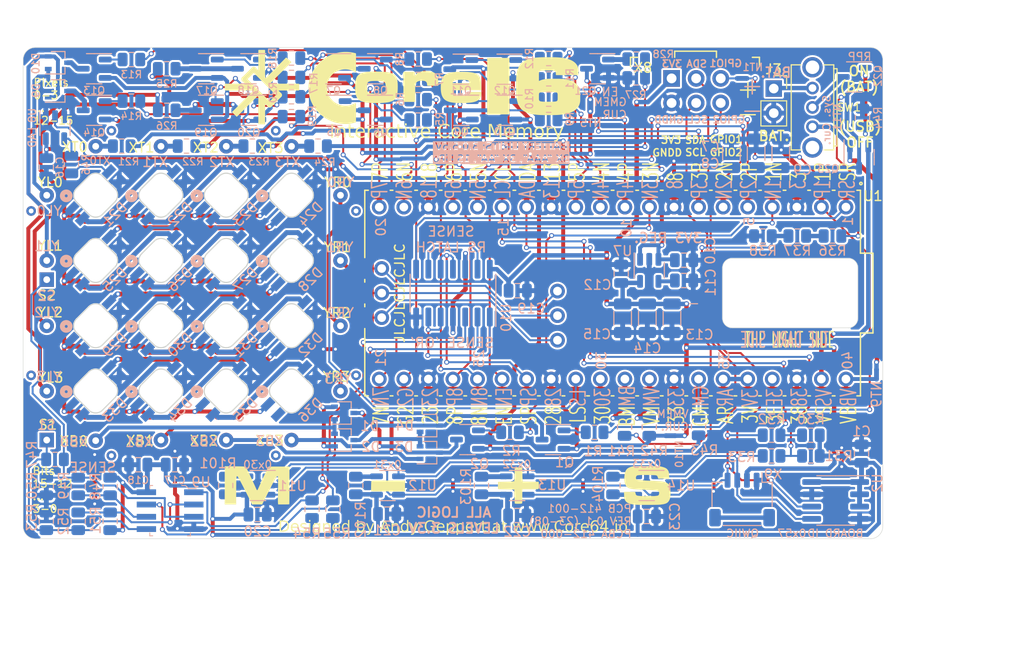
<source format=kicad_pcb>
(kicad_pcb (version 20221018) (generator pcbnew)
  (title_block (title "Core 64 Logic Board - PCB Layout") (date "2023-01-01") (rev "0.7") (company "Andy Geppert - Machine Ideas, LLC"))
  (layers (0 "F.Cu" signal) (31 "B.Cu" signal) (34 "B.Paste" user) (35 "F.Paste" user) (36 "B.SilkS" user "B.Silkscreen") (37 "F.SilkS" user "F.Silkscreen") (38 "B.Mask" user) (39 "F.Mask" user) (44 "Edge.Cuts" user))
  (net 0 "")
  (net 1 "Net-(U7-BP)")
  (net 2 "-BATT")
  (net 3 "/YL3")
  (net 4 "/LED_ARY_5V0_SIG")
  (net 5 "/YL2")
  (net 6 "/CM_SENSE_1_IN")
  (net 7 "Net-(Q1-C)")
  (net 8 "Net-(Q7-C)")
  (net 9 "/CM_Q6N")
  (net 10 "Net-(D21-DOUT)")
  (net 11 "Net-(D22-DOUT)")
  (net 12 "Net-(D23-DOUT)")
  (net 13 "Net-(D24-DOUT)")
  (net 14 "/CM_SENSE_2_IN")
  (net 15 "Net-(D25-DOUT)")
  (net 16 "Net-(D26-DOUT)")
  (net 17 "Net-(D27-DOUT)")
  (net 18 "Net-(D28-DOUT)")
  (net 19 "Net-(D29-DOUT)")
  (net 20 "Net-(D30-DOUT)")
  (net 21 "Net-(D31-DOUT)")
  (net 22 "PICO_VBUS")
  (net 23 "+BATT")
  (net 24 "+VSW")
  (net 25 "Net-(D32-DOUT)")
  (net 26 "3V3")
  (net 27 "/CM_Q7N")
  (net 28 "/CM_Q7P")
  (net 29 "/CM_Q9P")
  (net 30 "Net-(D33-DOUT)")
  (net 31 "Net-(D34-DOUT)")
  (net 32 "Net-(D35-DOUT)")
  (net 33 "/CM_Q9N")
  (net 35 "Net-(Q21-D)")
  (net 36 "Net-(Q1-B)")
  (net 37 "/YL0")
  (net 38 "/YL1")
  (net 39 "/XB1")
  (net 40 "/XB3")
  (net 41 "/XB2")
  (net 42 "GMEM")
  (net 43 "/CM_Q10P")
  (net 44 "/CM_Q10N")
  (net 45 "/I2C_3V3_SCL")
  (net 46 "/I2C_3V3_SDA")
  (net 47 "/ADC0_BUFF")
  (net 48 "/I2C_CLOCK")
  (net 49 "/CM_EN")
  (net 50 "/CM_Q1P")
  (net 51 "/CM_Q1N")
  (net 52 "/CM_Q3P")
  (net 53 "/CM_Q3N")
  (net 54 "/CM_Q5P")
  (net 55 "/CM_Q5N")
  (net 56 "/CM_Q4P")
  (net 57 "/CM_Q4N")
  (net 58 "/CM_Q6P")
  (net 59 "/I2C_DATA")
  (net 60 "Net-(R36-Pad1)")
  (net 61 "/GPIO2_SAO2")
  (net 62 "/ADC0")
  (net 63 "/ADC1")
  (net 64 "/ADC2")
  (net 65 "/CA_SENSE_1_OUT")
  (net 66 "/CA_SENSE_2_OUT")
  (net 67 "/CM_SENSE_PULSE")
  (net 68 "Net-(Q5-C)")
  (net 69 "PICO_3V3OUT")
  (net 70 "Net-(Q5-B)")
  (net 71 "PICO_VSYS")
  (net 72 "Net-(Q19-B)")
  (net 73 "Net-(Q6-B)")
  (net 74 "Net-(Q7-B)")
  (net 75 "/GPIO1_SAO1")
  (net 76 "Net-(U10-Pad1)")
  (net 77 "Net-(U10-Pad12)")
  (net 78 "Net-(U10-Pad13)")
  (net 79 "/XB0")
  (net 80 "5VUSB")
  (net 81 "VMEM")
  (net 82 "/CM_SENSE_RESET")
  (net 83 "/LED_ARY_3V3_SIG")
  (net 84 "unconnected-(X9-PadMP)")
  (net 85 "/XT3")
  (net 86 "/XT2")
  (net 87 "/XT1")
  (net 88 "/XT0")
  (net 89 "Net-(Q19-C)")
  (net 90 "Net-(Q20-B)")
  (net 91 "Net-(Q21-G)")
  (net 92 "Net-(Q22-G)")
  (net 93 "Net-(Q22-D)")
  (net 94 "Net-(U8-Y)")
  (net 95 "Net-(U9B-_)")
  (net 96 "Net-(U9A--)")
  (net 97 "Net-(U11-ALERT)")
  (net 98 "Net-(U12-ALERT)")
  (net 99 "Net-(U13-ALERT)")
  (net 100 "Net-(U14-ALERT)")
  (net 102 "/YL0,2")
  (net 103 "/YL1,3")
  (net 105 "unconnected-(U1-RUN-Pad30)")
  (net 106 "unconnected-(U1-3V3_EN-Pad37)")
  (net 107 "unconnected-(U1-SWCLK-PadD1)")
  (net 108 "unconnected-(U1-GND-PadD2)")
  (net 109 "unconnected-(U1-SWDIO-PadD3)")
  (net 110 "Net-(Q2-B)")
  (net 111 "Net-(Q8-B)")
  (net 112 "Net-(Q2-C)")
  (net 113 "5V0")
  (net 114 "Net-(Q17-B)")
  (net 115 "Net-(Q17-C)")
  (net 116 "Net-(Q18-B)")
  (net 117 "Net-(Q14-C)")
  (net 118 "Net-(Q13-C)")
  (net 119 "Net-(Q13-B)")
  (net 120 "Net-(Q14-B)")
  (net 121 "Net-(Q11-B)")
  (net 122 "Net-(Q11-C)")
  (net 123 "Net-(Q12-B)")
  (net 124 "Net-(Q9-B)")
  (net 125 "Net-(Q10-C)")
  (net 126 "Net-(Q10-B)")
  (footprint "Core_64_KiCad_Library:4960_ADA_REV_RGB_LED_short_pads" (layer "F.Cu") (at 70.5682 194.3906 45)
    (fp_text reference "D33")
    (fp_text value "SK6812" hide)
    (fp_line (start -1.899999 -0.899999) (end -1.899999 0.900001) (stroke (width 0.12)) (layer "Edge.Cuts"))
    (fp_line (start -0.9 -1.9) (end 0.9 -1.9) (stroke (width 0.12)) (layer "Edge.Cuts"))
    (fp_line (start 0.9 1.9) (end -0.899999 1.900001) (stroke (width 0.12)) (layer "Edge.Cuts"))
    (fp_line (start 1.9 -0.9) (end 1.9 0.9) (stroke (width 0.12)) (layer "Edge.Cuts"))
    (fp_arc (start -1.9 -0.9) (mid -1.607107 -1.607107) (end -0.9 -1.9) (stroke (width 0.12)) (layer "Edge.Cuts"))
    (fp_arc (start -0.899999 1.900001) (mid -1.607101 1.607104) (end -1.899999 0.900001) (stroke (width 0.12)) (layer "Edge.Cuts"))
    (fp_arc (start 0.9 -1.9) (mid 1.607107 -1.607107) (end 1.9 -0.9) (stroke (width 0.12)) (layer "Edge.Cuts"))
    (fp_arc (start 1.9 0.9) (mid 1.607107 1.607107) (end 0.9 1.9) (stroke (width 0.12)) (layer "Edge.Cuts"))
  )
  (footprint "Core_64_KiCad_Library:4960_ADA_REV_RGB_LED_short_pads" (layer "F.Cu") (at 77.3182 174.1406 45)
    (fp_text reference "D22")
    (fp_text value "SK6812" hide)
    (fp_line (start -1.899999 -0.899999) (end -1.899999 0.900001) (stroke (width 0.12)) (layer "Edge.Cuts"))
    (fp_line (start -0.9 -1.9) (end 0.9 -1.9) (stroke (width 0.12)) (layer "Edge.Cuts"))
    (fp_line (start 0.9 1.9) (end -0.899999 1.900001) (stroke (width 0.12)) (layer "Edge.Cuts"))
    (fp_line (start 1.9 -0.9) (end 1.9 0.9) (stroke (width 0.12)) (layer "Edge.Cuts"))
    (fp_arc (start -1.9 -0.9) (mid -1.607107 -1.607107) (end -0.9 -1.9) (stroke (width 0.12)) (layer "Edge.Cuts"))
    (fp_arc (start -0.899999 1.900001) (mid -1.607101 1.607104) (end -1.899999 0.900001) (stroke (width 0.12)) (layer "Edge.Cuts"))
    (fp_arc (start 0.9 -1.9) (mid 1.607107 -1.607107) (end 1.9 -0.9) (stroke (width 0.12)) (layer "Edge.Cuts"))
    (fp_arc (start 1.9 0.9) (mid 1.607107 1.607107) (end 0.9 1.9) (stroke (width 0.12)) (layer "Edge.Cuts"))
  )
  (footprint "Core_64_KiCad_Library:Core16_w_core_symbol" (layer "F.Cu") (at 102.0682 162.9656)
    (fp_text reference "L1" hide)
    (fp_text value "Core_64_Logo" hide)
  )
  (footprint "Core_64_KiCad_Library:4960_ADA_REV_RGB_LED_short_pads" (layer "F.Cu") (at 70.5682 180.8906 45)
    (fp_text reference "D25")
    (fp_text value "SK6812" hide)
    (fp_line (start -1.899999 -0.899999) (end -1.899999 0.900001) (stroke (width 0.12)) (layer "Edge.Cuts"))
    (fp_line (start -0.9 -1.9) (end 0.9 -1.9) (stroke (width 0.12)) (layer "Edge.Cuts"))
    (fp_line (start 0.9 1.9) (end -0.899999 1.900001) (stroke (width 0.12)) (layer "Edge.Cuts"))
    (fp_line (start 1.9 -0.9) (end 1.9 0.9) (stroke (width 0.12)) (layer "Edge.Cuts"))
    (fp_arc (start -1.9 -0.9) (mid -1.607107 -1.607107) (end -0.9 -1.9) (stroke (width 0.12)) (layer "Edge.Cuts"))
    (fp_arc (start -0.899999 1.900001) (mid -1.607101 1.607104) (end -1.899999 0.900001) (stroke (width 0.12)) (layer "Edge.Cuts"))
    (fp_arc (start 0.9 -1.9) (mid 1.607107 -1.607107) (end 1.9 -0.9) (stroke (width 0.12)) (layer "Edge.Cuts"))
    (fp_arc (start 1.9 0.9) (mid 1.607107 1.607107) (end 0.9 1.9) (stroke (width 0.12)) (layer "Edge.Cuts"))
  )
  (footprint "Core_64_KiCad_Library:4960_ADA_REV_RGB_LED_short_pads" (layer "F.Cu") (at 84.0682 174.1406 45)
    (fp_text reference "D23")
    (fp_text value "SK6812" hide)
    (fp_line (start -1.899999 -0.899999) (end -1.899999 0.900001) (stroke (width 0.12)) (layer "Edge.Cuts"))
    (fp_line (start -0.9 -1.9) (end 0.9 -1.9) (stroke (width 0.12)) (layer "Edge.Cuts"))
    (fp_line (start 0.9 1.9) (end -0.899999 1.900001) (stroke (width 0.12)) (layer "Edge.Cuts"))
    (fp_line (start 1.9 -0.9) (end 1.9 0.9) (stroke (width 0.12)) (layer "Edge.Cuts"))
    (fp_arc (start -1.9 -0.9) (mid -1.607107 -1.607107) (end -0.9 -1.9) (stroke (width 0.12)) (layer "Edge.Cuts"))
    (fp_arc (start -0.899999 1.900001) (mid -1.607101 1.607104) (end -1.899999 0.900001) (stroke (width 0.12)) (layer "Edge.Cuts"))
    (fp_arc (start 0.9 -1.9) (mid 1.607107 -1.607107) (end 1.9 -0.9) (stroke (width 0.12)) (layer "Edge.Cuts"))
    (fp_arc (start 1.9 0.9) (mid 1.607107 1.607107) (end 0.9 1.9) (stroke (width 0.12)) (layer "Edge.Cuts"))
  )
  (footprint "Core_64_KiCad_Library:core_16_6.75mm_square_front_facing" (layer "F.Cu") (at 80.6982 184.2756)
    (fp_text reference "CM1" hide)
    (fp_text value "Core_Memory_4x4_Matrix_Front_Facing")
  )
  (footprint "Core_64_KiCad_Library:4960_ADA_REV_RGB_LED_short_pads" (layer "F.Cu") (at 70.5682 174.1406 45)
    (fp_text reference "D21")
    (fp_text value "SK6812" hide)
    (fp_line (start -1.899999 -0.899999) (end -1.899999 0.900001) (stroke (width 0.12)) (layer "Edge.Cuts"))
    (fp_line (start -0.9 -1.9) (end 0.9 -1.9) (stroke (width 0.12)) (layer "Edge.Cuts"))
    (fp_line (start 0.9 1.9) (end -0.899999 1.900001) (stroke (width 0.12)) (layer "Edge.Cuts"))
    (fp_line (start 1.9 -0.9) (end 1.9 0.9) (stroke (width 0.12)) (layer "Edge.Cuts"))
    (fp_arc (start -1.9 -0.9) (mid -1.607107 -1.607107) (end -0.9 -1.9) (stroke (width 0.12)) (layer "Edge.Cuts"))
    (fp_arc (start -0.899999 1.900001) (mid -1.607101 1.607104) (end -1.899999 0.900001) (stroke (width 0.12)) (layer "Edge.Cuts"))
    (fp_arc (start 0.9 -1.9) (mid 1.607107 -1.607107) (end 1.9 -0.9) (stroke (width 0.12)) (layer "Edge.Cuts"))
    (fp_arc (start 1.9 0.9) (mid 1.607107 1.607107) (end 0.9 1.9) (stroke (width 0.12)) (layer "Edge.Cuts"))
  )
  (footprint "Core_64_KiCad_Library:4960_ADA_REV_RGB_LED_short_pads" (layer "F.Cu") (at 84.0682 194.3906 45)
    (fp_text reference "D35")
    (fp_text value "SK6812" hide)
    (fp_line (start -1.899999 -0.899999) (end -1.899999 0.900001) (stroke (width 0.12)) (layer "Edge.Cuts"))
    (fp_line (start -0.9 -1.9) (end 0.9 -1.9) (stroke (width 0.12)) (layer "Edge.Cuts"))
    (fp_line (start 0.9 1.9) (end -0.899999 1.900001) (stroke (width 0.12)) (layer "Edge.Cuts"))
    (fp_line (start 1.9 -0.9) (end 1.9 0.9) (stroke (width 0.12)) (layer "Edge.Cuts"))
    (fp_arc (start -1.9 -0.9) (mid -1.607107 -1.607107) (end -0.9 -1.9) (stroke (width 0.12)) (layer "Edge.Cuts"))
    (fp_arc (start -0.899999 1.900001) (mid -1.607101 1.607104) (end -1.899999 0.900001) (stroke (width 0.12)) (layer "Edge.Cuts"))
    (fp_arc (start 0.9 -1.9) (mid 1.607107 -1.607107) (end 1.9 -0.9) (stroke (width 0.12)) (layer "Edge.Cuts"))
    (fp_arc (start 1.9 0.9) (mid 1.607107 1.607107) (end 0.9 1.9) (stroke (width 0.12)) (layer "Edge.Cuts"))
  )
  (footprint "Core_64_KiCad_Library:4960_ADA_REV_RGB_LED_short_pads" (layer "F.Cu") (at 90.8182 174.1406 45)
    (fp_text reference "D24")
    (fp_text value "SK6812" hide)
    (fp_line (start -1.899999 -0.899999) (end -1.899999 0.900001) (stroke (width 0.12)) (layer "Edge.Cuts"))
    (fp_line (start -0.9 -1.9) (end 0.9 -1.9) (stroke (width 0.12)) (layer "Edge.Cuts"))
    (fp_line (start 0.9 1.9) (end -0.899999 1.900001) (stroke (width 0.12)) (layer "Edge.Cuts"))
    (fp_line (start 1.9 -0.9) (end 1.9 0.9) (stroke (width 0.12)) (layer "Edge.Cuts"))
    (fp_arc (start -1.9 -0.9) (mid -1.607107 -1.607107) (end -0.9 -1.9) (stroke (width 0.12)) (layer "Edge.Cuts"))
    (fp_arc (start -0.899999 1.900001) (mid -1.607101 1.607104) (end -1.899999 0.900001) (stroke (width 0.12)) (layer "Edge.Cuts"))
    (fp_arc (start 0.9 -1.9) (mid 1.607107 -1.607107) (end 1.9 -0.9) (stroke (width 0.12)) (layer "Edge.Cuts"))
    (fp_arc (start 1.9 0.9) (mid 1.607107 1.607107) (end 0.9 1.9) (stroke (width 0.12)) (layer "Edge.Cuts"))
  )
  (footprint "Core_64_KiCad_Library:4960_ADA_REV_RGB_LED_short_pads" (layer "F.Cu") (at 84.0682 180.8906 45)
    (fp_text reference "D27")
    (fp_text value "SK6812" hide)
    (fp_line (start -1.899999 -0.899999) (end -1.899999 0.900001) (stroke (width 0.12)) (layer "Edge.Cuts"))
    (fp_line (start -0.9 -1.9) (end 0.9 -1.9) (stroke (width 0.12)) (layer "Edge.Cuts"))
    (fp_line (start 0.9 1.9) (end -0.899999 1.900001) (stroke (width 0.12)) (layer "Edge.Cuts"))
    (fp_line (start 1.9 -0.9) (end 1.9 0.9) (stroke (width 0.12)) (layer "Edge.Cuts"))
    (fp_arc (start -1.9 -0.9) (mid -1.607107 -1.607107) (end -0.9 -1.9) (stroke (width 0.12)) (layer "Edge.Cuts"))
    (fp_arc (start -0.899999 1.900001) (mid -1.607101 1.607104) (end -1.899999 0.900001) (stroke (width 0.12)) (layer "Edge.Cuts"))
    (fp_arc (start 0.9 -1.9) (mid 1.607107 -1.607107) (end 1.9 -0.9) (stroke (width 0.12)) (layer "Edge.Cuts"))
    (fp_arc (start 1.9 0.9) (mid 1.607107 1.607107) (end 0.9 1.9) (stroke (width 0.12)) (layer "Edge.Cuts"))
  )
  (footprint "Core_64_KiCad_Library:Pico_SC0915_THRUHOLE_CUTOUTS" (layer "F.Cu") (at 124.0282 184.2656 -90)
    (fp_text reference "U1")
    (fp_text value "PICO" hide)
  )
  (footprint "Switch_XKB_SK12D07VG4_SK12D07L4B:SK12D07VG4" (layer "F.Cu") (at 144.6982 165.0656 90)
    (fp_text reference "SW1")
    (fp_text value "SK12D07L4B")
  )
  (footprint "Core_64_KiCad_Library:4960_ADA_REV_RGB_LED_short_pads" (layer "F.Cu") (at 90.8182 180.8906 45)
    (fp_text reference "D28")
    (fp_text value "SK6812" hide)
    (fp_line (start -1.899999 -0.899999) (end -1.899999 0.900001) (stroke (width 0.12)) (layer "Edge.Cuts"))
    (fp_line (start -0.9 -1.9) (end 0.9 -1.9) (stroke (width 0.12)) (layer "Edge.Cuts"))
    (fp_line (start 0.9 1.9) (end -0.899999 1.900001) (stroke (width 0.12)) (layer "Edge.Cuts"))
    (fp_line (start 1.9 -0.9) (end 1.9 0.9) (stroke (width 0.12)) (layer "Edge.Cuts"))
    (fp_arc (start -1.9 -0.9) (mid -1.607107 -1.607107) (end -0.9 -1.9) (stroke (width 0.12)) (layer "Edge.Cuts"))
    (fp_arc (start -0.899999 1.900001) (mid -1.607101 1.607104) (end -1.899999 0.900001) (stroke (width 0.12)) (layer "Edge.Cuts"))
    (fp_arc (start 0.9 -1.9) (mid 1.607107 -1.607107) (end 1.9 -0.9) (stroke (width 0.12)) (layer "Edge.Cuts"))
    (fp_arc (start 1.9 0.9) (mid 1.607107 1.607107) (end 0.9 1.9) (stroke (width 0.12)) (layer "Edge.Cuts"))
  )
  (footprint "Core_64_KiCad_Library:4960_ADA_REV_RGB_LED_short_pads" (layer "F.Cu") (at 77.3182 187.6406 45)
    (fp_text reference "D30")
    (fp_text value "SK6812" hide)
    (fp_line (start -1.899999 -0.899999) (end -1.899999 0.900001) (stroke (width 0.12)) (layer "Edge.Cuts"))
    (fp_line (start -0.9 -1.9) (end 0.9 -1.9) (stroke (width 0.12)) (layer "Edge.Cuts"))
    (fp_line (start 0.9 1.9) (end -0.899999 1.900001) (stroke (width 0.12)) (layer "Edge.Cuts"))
    (fp_line (start 1.9 -0.9) (end 1.9 0.9) (stroke (width 0.12)) (layer "Edge.Cuts"))
    (fp_arc (start -1.9 -0.9) (mid -1.607107 -1.607107) (end -0.9 -1.9) (stroke (width 0.12)) (layer "Edge.Cuts"))
    (fp_arc (start -0.899999 1.900001) (mid -1.607101 1.607104) (end -1.899999 0.900001) (stroke (width 0.12)) (layer "Edge.Cuts"))
    (fp_arc (start 0.9 -1.9) (mid 1.607107 -1.607107) (end 1.9 -0.9) (stroke (width 0.12)) (layer "Edge.Cuts"))
    (fp_arc (start 1.9 0.9) (mid 1.607107 1.607107) (end 0.9 1.9) (stroke (width 0.12)) (layer "Edge.Cuts"))
  )
  (footprint "Connector_PinSocket_2.54mm:PinSocket_1x02_P2.54mm_Vertical" (layer "F.Cu") (at 140.6932 163.1156)
    (fp_text reference "J3")
    (fp_text value "ALT. BATT.")
  )
  (footprint "Core_64_KiCad_Library:Badgelife-SAOv169-BADGE-2x3" (layer "F.Cu") (at 132.6682 163.3356)
    (fp_text reference "X8")
    (fp_text value "SAO_conn_SFH11-NBPC-D03-ST-BK")
  )
  (footprint "Core_64_KiCad_Library:Core64-M_-_+_S_Buttons" (layer "F.Cu") (at 106.550715 204.2656)
    (fp_text reference "L3" hide)
    (fp_text value "Core_64_M-+S_Buttons_4mm" hide)
  )
  (footprint "Core_64_KiCad_Library:4960_ADA_REV_RGB_LED_short_pads" (layer "F.Cu") (at 84.0682 187.6406 45)
    (fp_text reference "D31")
    (fp_text value "SK6812" hide)
    (fp_line (start -1.899999 -0.899999) (end -1.899999 0.900001) (stroke (width 0.12)) (layer "Edge.Cuts"))
    (fp_line (start -0.9 -1.9) (end 0.9 -1.9) (stroke (width 0.12)) (layer "Edge.Cuts"))
    (fp_line (start 0.9 1.9) (end -0.899999 1.900001) (stroke (width 0.12)) (layer "Edge.Cuts"))
    (fp_line (start 1.9 -0.9) (end 1.9 0.9) (stroke (width 0.12)) (layer "Edge.Cuts"))
    (fp_arc (start -1.9 -0.9) (mid -1.607107 -1.607107) (end -0.9 -1.9) (stroke (width 0.12)) (layer "Edge.Cuts"))
    (fp_arc (start -0.899999 1.900001) (mid -1.607101 1.607104) (end -1.899999 0.900001) (stroke (width 0.12)) (layer "Edge.Cuts"))
    (fp_arc (start 0.9 -1.9) (mid 1.607107 -1.607107) (end 1.9 -0.9) (stroke (width 0.12)) (layer "Edge.Cuts"))
    (fp_arc (start 1.9 0.9) (mid 1.607107 1.607107) (end 0.9 1.9) (stroke (width 0.12)) (layer "Edge.Cuts"))
  )
  (footprint "Core_64_KiCad_Library:4960_ADA_REV_RGB_LED_short_pads" (layer "F.Cu") (at 77.3182 194.3906 45)
    (fp_text reference "D34")
    (fp_text value "SK6812" hide)
    (fp_line (start -1.899999 -0.899999) (end -1.899999 0.900001) (stroke (width 0.12)) (layer "Edge.Cuts"))
    (fp_line (start -0.9 -1.9) (end 0.9 -1.9) (stroke (width 0.12)) (layer "Edge.Cuts"))
    (fp_line (start 0.9 1.9) (end -0.899999 1.900001) (stroke (width 0.12)) (layer "Edge.Cuts"))
    (fp_line (start 1.9 -0.9) (end 1.9 0.9) (stroke (width 0.12)) (layer "Edge.Cuts"))
    (fp_arc (start -1.9 -0.9) (mid -1.607107 -1.607107) (end -0.9 -1.9) (stroke (width 0.12)) (layer "Edge.Cuts"))
    (fp_arc (start -0.899999 1.900001) (mid -1.607101 1.607104) (end -1.899999 0.900001) (stroke (width 0.12)) (layer "Edge.Cuts"))
    (fp_arc (start 0.9 -1.9) (mid 1.607107 -1.607107) (end 1.9 -0.9) (stroke (width 0.12)) (layer "Edge.Cuts"))
    (fp_arc (start 1.9 0.9) (mid 1.607107 1.607107) (end 0.9 1.9) (stroke (width 0.12)) (layer "Edge.Cuts"))
  )
  (footprint "Core_64_KiCad_Library:4960_ADA_REV_RGB_LED_short_pads" (layer "F.Cu") (at 77.3182 180.8906 45)
    (fp_text reference "D26")
    (fp_text value "SK6812" hide)
    (fp_line (start -1.899999 -0.899999) (end -1.899999 0.900001) (stroke (width 0.12)) (layer "Edge.Cuts"))
    (fp_line (start -0.9 -1.9) (end 0.9 -1.9) (stroke (width 0.12)) (layer "Edge.Cuts"))
    (fp_line (start 0.9 1.9) (end -0.899999 1.900001) (stroke (width 0.12)) (layer "Edge.Cuts"))
    (fp_line (start 1.9 -0.9) (end 1.9 0.9) (stroke (width 0.12)) (layer "Edge.Cuts"))
    (fp_arc (start -1.9 -0.9) (mid -1.607107 -1.607107) (end -0.9 -1.9) (stroke (width 0.12)) (layer "Edge.Cuts"))
    (fp_arc (start -0.899999 1.900001) (mid -1.607101 1.607104) (end -1.899999 0.900001) (stroke (width 0.12)) (layer "Edge.Cuts"))
    (fp_arc (start 0.9 -1.9) (mid 1.607107 -1.607107) (end 1.9 -0.9) (stroke (width 0.12)) (layer "Edge.Cuts"))
    (fp_arc (start 1.9 0.9) (mid 1.607107 1.607107) (end 0.9 1.9) (stroke (width 0.12)) (layer "Edge.Cuts"))
  )
  (footprint "Core_64_KiCad_Library:4960_ADA_REV_RGB_LED_short_pads" (layer "F.Cu") (at 90.8182 187.6406 45)
    (fp_text reference "D32")
    (fp_text value "SK6812" hide)
    (fp_line (start -1.899999 -0.899999) (end -1.899999 0.900001) (stroke (width 0.12)) (layer "Edge.Cuts"))
    (fp_line (start -0.9 -1.9) (end 0.9 -1.9) (stroke (width 0.12)) (layer "Edge.Cuts"))
    (fp_line (start 0.9 1.9) (end -0.899999 1.900001) (stroke (width 0.12)) (layer "Edge.Cuts"))
    (fp_line (start 1.9 -0.9) (end 1.9 0.9) (stroke (width 0.12)) (layer "Edge.Cuts"))
    (fp_arc (start -1.9 -0.9) (mid -1.607107 -1.607107) (end -0.9 -1.9) (stroke (width 0.12)) (layer "Edge.Cuts"))
    (fp_arc (start -0.899999 1.900001) (mid -1.607101 1.607104) (end -1.899999 0.900001) (stroke (width 0.12)) (layer "Edge.Cuts"))
    (fp_arc (start 0.9 -1.9) (mid 1.607107 -1.607107) (end 1.9 -0.9) (stroke (width 0.12)) (layer "Edge.Cuts"))
    (fp_arc (start 1.9 0.9) (mid 1.607107 1.607107) (end 0.9 1.9) (stroke (width 0.12)) (layer "Edge.Cuts"))
  )
  (footprint "Core_64_KiCad_Library:4960_ADA_REV_RGB_LED_short_pads" (layer "F.Cu") (at 90.8182 194.3906 45)
    (fp_text reference "D36")
    (fp_text value "SK6812" hide)
    (fp_line (start -1.899999 -0.899999) (end -1.899999 0.900001) (stroke (width 0.12)) (layer "Edge.Cuts"))
    (fp_line (start -0.9 -1.9) (end 0.9 -1.9) (stroke (width 0.12)) (layer "Edge.Cuts"))
    (fp_line (start 0.9 1.9) (end -0.899999 1.900001) (stroke (width 0.12)) (layer "Edge.Cuts"))
    (fp_line (start 1.9 -0.9) (end 1.9 0.9) (stroke (width 0.12)) (layer "Edge.Cuts"))
    (fp_arc (start -1.9 -0.9) (mid -1.607107 -1.607107) (end -0.9 -1.9) (stroke (width 0.12)) (layer "Edge.Cuts"))
    (fp_arc (start -0.899999 1.900001) (mid -1.607101 1.607104) (end -1.899999 0.900001) (stroke (width 0.12)) (layer "Edge.Cuts"))
    (fp_arc (start 0.9 -1.9) (mid 1.607107 -1.607107) (end 1.9 -0.9) (stroke (width 0.12)) (layer "Edge.Cuts"))
    (fp_arc (start 1.9 0.9) (mid 1.607107 1.607107) (end 0.9 1.9) (stroke (width 0.12)) (layer "Edge.Cuts"))
  )
  (footprint "Core_64_KiCad_Library:4960_ADA_REV_RGB_LED_short_pads" (layer "F.Cu") (at 70.5682 187.6406 45)
    (fp_text reference "D29")
    (fp_text value "SK6812" hide)
    (fp_line (start -1.899999 -0.899999) (end -1.899999 0.900001) (stroke (width 0.12)) (layer "Edge.Cuts"))
    (fp_line (start -0.9 -1.9) (end 0.9 -1.9) (stroke (width 0.12)) (layer "Edge.Cuts"))
    (fp_line (start 0.9 1.9) (end -0.899999 1.900001) (stroke (width 0.12)) (layer "Edge.Cuts"))
    (fp_line (start 1.9 -0.9) (end 1.9 0.9) (stroke (width 0.12)) (layer "Edge.Cuts"))
    (fp_arc (start -1.9 -0.9) (mid -1.607107 -1.607107) (end -0.9 -1.9) (stroke (width 0.12)) (layer "Edge.Cuts"))
    (fp_arc (start -0.899999 1.900001) (mid -1.607101 1.607104) (end -1.899999 0.900001) (stroke (width 0.12)) (layer "Edge.Cuts"))
    (fp_arc (start 0.9 -1.9) (mid 1.607107 -1.607107) (end 1.9 -0.9) (stroke (width 0.12)) (layer "Edge.Cuts"))
    (fp_arc (start 1.9 0.9) (mid 1.607107 1.607107) (end 0.9 1.9) (stroke (width 0.12)) (layer "Edge.Cuts"))
  )
  (footprint "Package_TO_SOT_SMD:SOT-23-3" (layer "B.Cu") (at 122.4682 161.0656 180)
    (fp_text reference "Q21")
    (fp_text value "NVTR4503NT1G_NMOS_GSD")
  )
  (footprint "Capacitor_SMD:C_0805_2012Metric" (layer "B.Cu") (at 131.4182 182.9656)
    (fp_text reference "C11")
    (fp_text value "0.01uF")
  )
  (footprint "Resistor_SMD:R_0805_2012Metric" (layer "B.Cu") (at 103.9182 164.2656)
    (fp_text reference "R6")
    (fp_text value "470")
  )
  (footprint "Capacitor_SMD:C_1206_3216Metric" (layer "B.Cu") (at 130.1682 186.8656 -90)
    (fp_text reference "C13")
    (fp_text value "220uF")
  )
  (footprint "Capacitor_SMD:C_0805_2012Metric" (layer "B.Cu") (at 114.1682 207.2656)
    (fp_text reference "C22")
    (fp_text value "0.1uF")
  )
  (footprint "Resistor_SMD:R_0805_2012Metric" (layer "B.Cu") (at 74.2682 160.1156)
    (fp_text reference "R13")
    (fp_text value "470")
  )
  (footprint "Package_TO_SOT_SMD:SOT-23-3" (layer "B.Cu") (at 108.3807 165.3656 180)
    (fp_text reference "Q9")
    (fp_text value "MMBT4403LT1G")
  )
  (footprint "Package_TO_SOT_SMD:SOT-323_SC-70" (layer "B.Cu") (at 66.6682 163.3656)
    (fp_text reference "D9")
    (fp_text value "BAT54CW")
  )
  (footprint "Resistor_SMD:R_0805_2012Metric" (layer "B.Cu") (at 90.8182 159.9656)
    (fp_text reference "R18")
    (fp_text value "470")
  )
  (footprint "Package_TO_SOT_SMD:SOT-23-5" (layer "B.Cu") (at 127.550715 204.1656 180)
    (fp_text reference "U14")
    (fp_text value "SI7210-B-04-IV")
  )
  (footprint "Package_TO_SOT_SMD:SOT-323_SC-70" (layer "B.Cu") (at 105.1182 200.7656)
    (fp_text reference "D3")
    (fp_text value "BAT54CW")
  )
  (footprint "Resistor_SMD:R_0805_2012Metric" (layer "B.Cu") (at 117.4182 164.2156)
    (fp_text reference "R10")
    (fp_text value "470")
  )
  (footprint "Package_TO_SOT_SMD:SOT-323_SC-70" (layer "B.Cu") (at 96.2682 196.6656)
    (fp_text reference "D1")
    (fp_text value "BAT54CW")
  )
  (footprint "Resistor_SMD:R_0805_2012Metric" (layer "B.Cu") (at 90.8182 166.0156)
    (fp_text reference "R19")
    (fp_text value "470")
  )
  (footprint "Package_TO_SOT_SMD:SOT-23-3" (layer "B.Cu") (at 109.0182 199.4156 180)
    (fp_text reference "Q2")
    (fp_text value "MMBT4401LT1G")
  )
  (footprint "Resistor_SMD:R_0805_2012Metric" (layer "B.Cu") (at 77.9182 165.3656)
    (fp_text reference "R26")
    (fp_text value "6R8-5%")
  )
  (footprint "Package_TO_SOT_SMD:SOT-23-3" (layer "B.Cu") (at 82.0057 161.0656 180)
    (fp_text reference "Q17")
    (fp_text value "MMBT4403LT1G")
  )
  (footprint "NetTie:NetTie-2_THT_Pad0.3mm" (layer "B.Cu") (at 121.7182 164.2656 -90)
    (fp_text reference "NT5")
    (fp_text value "GMEM_MON")
  )
  (footprint "Resistor_SMD:R_0805_2012Metric" (layer "B.Cu") (at 149.8682 166.1156 90)
    (fp_text reference "R44")
    (fp_text value "10k")
  )
  (footprint "Resistor_SMD:R_0805_2012Metric" (layer "B.Cu") (at 79.9682 169.0656)
    (fp_text reference "R22")
    (fp_text value "6R8-5%")
  )
  (footprint "Capacitor_SMD:C_1206_3216Metric" (layer "B.Cu") (at 136.3182 169.8156 90)
    (fp_text reference "C7")
    (fp_text value "220uF")
  )
  (footprint "Resistor_SMD:R_0805_2012Metric" (layer "B.Cu") (at 86.7682 169.0656)
    (fp_text reference "R23")
    (fp_text value "6R8-5%")
  )
  (footprint "Package_TO_SOT_SMD:SOT-23-3" (layer "B.Cu") (at 70.4182 165.3656 180)
    (fp_text reference "Q14")
    (fp_text value "MMBT4401LT1G")
  )
  (footprint "Package_TO_SOT_SMD:SOT-323_SC-70" (layer "B.Cu") (at 105.1182 197.9656)
    (fp_text reference "D4")
    (fp_text value "BAT54AW")
  )
  (footprint "Capacitor_SMD:C_1206_3216Metric" (layer "B.Cu") (at 127.6182 186.8656 -90)
    (fp_text reference "C14")
    (fp_text value "220uF")
  )
  (footprint "NetTie:NetTie-2_SMD_Pad0.5mm" (layer "B.Cu") (at 151.3182 192.6656 90)
    (fp_text reference "NT9")
    (fp_text value "NetTie_2")
  )
  (footprint "Package_TO_SOT_SMD:SOT-23-3" (layer "B.Cu") (at 149.5182 170.2156 -90)
    (fp_text reference "Q23")
    (fp_text value "SL3401A")
  )
  (footprint "Capacitor_SMD:C_0805_2012Metric" (layer "B.Cu") (at 87.3182 207.1656)
    (fp_text reference "C20")
    (fp_text value "0.1uF")
  )
  (footprint "Capacitor_SMD:C_0805_2012Metric" (layer "B.Cu") (at 131.4182 180.8656)
    (fp_text reference "C10")
    (fp_text value "1uF")
  )
  (footprint "Resistor_SMD:R_0805_2012Metric" (layer "B.Cu") (at 103.9182 166.3656)
    (fp_text reference "R5")
    (fp_text value "470")
  )
  (footprint "Resistor_SMD:R_0805_2012Metric" (layer "B.Cu") (at 126.4682 160.0656 180)
    (fp_text reference "R28")
    (fp_text value "470")
  )
  (footprint "Resistor_SMD:R_0805_2012Metric" (layer "B.Cu") (at 124.0682 204.1656 90)
    (fp_text reference "R104")
    (fp_text value "10K")
  )
  (footprint "Resistor_SMD:R_0805_2012Metric" (layer "B.Cu") (at 140.4682 201.1056)
    (fp_text reference "R33")
    (fp_text value "68")
  )
  (footprint "Resistor_SMD:R_0805_2012Metric" (layer "B.Cu") (at 65.4682 207.8656 90)
    (fp_text reference "R53")
    (fp_text value "1K5-1%")
  )
  (footprint "Resistor_SMD:R_0805_2012Metric" (layer "B.Cu") (at 132.9182 198.0656 -90)
    (fp_text reference "R43")
    (fp_text value "1k2")
  )
  (footprint "Resistor_SMD:R_0805_2012Metric" (layer "B.Cu") (at 68.0682 170.9781 90)
    (fp_text reference "R46")
    (fp_text value "470")
  )
  (footprint "Resistor_SMD:R_0805_2012Metric" (layer "B.Cu") (at 117.4182 160.0156)
    (fp_text reference "R12")
    (fp_text value "470")
  )
  (footprint "Capacitor_SMD:C_0805_2012Metric" (layer "B.Cu") (at 127.5682 207.3656)
    (fp_text reference "C23")
    (fp_text value "0.1uF")
  )
  (footprint "NetTie:NetTie-2_SMD_Pad0.5mm" (layer "B.Cu") (at 137.4182 162.0656)
    (fp_text reference "NT1")
    (fp_text value "NetTie_2")
  )
  (footprint "Capacitor_SMD:C_0805_2012Metric" (layer "B.Cu") (at 74.9682 202.0156 180)
    (fp_text reference "C18")
    (fp_text value "10uF")
  )
  (footprint "Resistor_SMD:R_0805_2012Metric" (layer "B.Cu") (at 103.9182 162.1656)
    (fp_text reference "R7")
    (fp_text value "470")
  )
  (footprint "Resistor_SMD:R_0805_2012Metric" (layer "B.Cu") (at 73.2682 169.0656 180)
    (fp_text reference "R21")
    (fp_text value "6R8-5%")
  )
  (footprint "Resistor_SMD:R_0805_2012Metric" (layer "B.Cu") (at 74.2682 164.4156)
    (fp_text reference "R14")
    (fp_text value "470")
  )
  (footprint "Resistor_SMD:R_0805_2012Metric" (layer "B.Cu") (at 143.1247 178.3656)
    (fp_text reference "R37")
    (fp_text value "10k")
  )
  (footprint "Capacitor_SMD:C_1206_3216Metric" (layer "B.Cu") (at 125.0682 186.8656 -90)
    (fp_text reference "C15")
    (fp_text value "220uF")
  )
  (footprint "Capacitor_SMD:C_0805_2012Metric" (layer "B.Cu") (at 65.4682 171.2656 -90)
    (fp_text reference "C16")
    (fp_text value "0.1uF")
  )
  (footprint "Package_TO_SOT_SMD:SOT-23-3" (layer "B.Cu") (at 86.3682 161.0656 180)
    (fp_text reference "Q18")
    (fp_text value "MMBT4401LT1G")
  )
  (footprint "Core_64_KiCad_Library:SOIC-8_W3.9mm" (layer "B.Cu") (at 78.2682 206.7656 -90)
    (fp_text reference "U9")
    (fp_text value "LM393")
  )
  (footprint "Package_TO_SOT_SMD:SOT-23-5" (layer "B.Cu") (at 127.8182 181.9156 -90)
    (fp_text reference "U7")
    (fp_text value "SSP9193-33M5R")
  )
  (footprint "Resistor_SMD:R_0805_2012Metric" (layer "B.Cu") (at 77.9182 161.0656)
    (fp_text reference "R25")
    (fp_text value "6R8-5%")
  )
  (footprint "Resistor_SMD:R_0805_2012Metric" (layer "B.Cu") (at 65.4682 204.2656 -90)
    (fp_text reference "R50")
    (fp_text value "1K5-1%")
  )
  (footprint "Capacitor_SMD:C_0805_2012Metric" (layer "B.Cu") (at 114.2182 184.0156)
    (fp_text reference "C19")
    (fp_text value "0.1uF")
  )
  (footprint "Package_TO_SOT_SMD:SOT-23-3" (layer "B.Cu") (at 82.0057 165.3656 180)
    (fp_text reference "Q19")
    (fp_text value "MMBT4403LT1G")
  )
  (footprint "Resistor_SMD:R_0805_2012Metric" (layer "B.Cu") (at 146.7682 178.3656)
    (fp_text reference "R36")
    (fp_text value "10k")
  )
  (footprint "Package_TO_SOT_SMD:SOT-23-5" (layer "B.Cu") (at 100.750715 204.1656 180)
    (fp_text reference "U12")
    (fp_text value "SI7210-B-02-IV")
  )
  (footprint "Resistor_SMD:R_0805_2012Metric" (layer "B.Cu") (at 92.94945 206.6156 90)
    (fp_text reference "R54")
    (fp_text value "1K2")
  )
  (footprint "Resistor_SMD:R_0805_2012Metric" (layer "B.Cu") (at 72.0682 207.8656 90)
    (fp_text reference "R51")
    (fp_text value "1K8-1%")
  )
  (footprint "Package_TO_SOT_SMD:SOT-23-3" (layer "B.Cu") (at 99.4807 165.3656 180)
    (fp_text reference "Q6")
    (fp_text value "MMBT4401LT1G")
  )
  (footprint "Package_TO_SOT_SMD:SOT-23-3" (layer "B.Cu") (at 149.0182 161.9156 180)
    (fp_text reference "Q22")
    (fp_text value "SL3401A")
  )
  (footprint "Resistor_SMD:R_0805_2012Metric" (layer "B.Cu") (at 90.8182 163.9656)
    (fp_text reference "R20")
    (fp_text value "470")
  )
  (footprint "Resistor_SMD:R_0805_2012Metric" (layer "B.Cu") (at 139.5687 178.3656 180)
    (fp_text reference "R38")
    (fp_text value "10k")
  )
  (footprint "Resistor_SMD:R_0805_2012Metric" (layer "B.Cu") (at 84.0182 204.1656 90)
    (fp_text reference "R101")
    (fp_text value "10K")
  )
  (footprint "Resistor_SMD:R_0805_2012Metric" (layer "B.Cu") (at 68.7682 207.8656 -90)
    (fp_text reference "R52")
    (fp_text value "11-1%")
  )
  (footprint "Connector_JST:JST_SH_SM04B-SRSS-TB_1x04-1MP_P1.00mm_Horizontal" (layer "B.Cu") (at 137.4182 205.6156 180)
    (fp_text reference "X9")
    (fp_text value "QWIIC")
  )
  (footprint "Resistor_SMD:R_0805_2012Metric" (layer "B.Cu") (at 113.4182 198.6656)
    (fp_text reference "R2")
    (fp_text value "470")
  )
  (footprint "Package_TO_SOT_SMD:SOT-323_SC-70" (layer "B.Cu") (at 96.2682 199.4656)
    (fp_text reference "D2")
    (fp_text value "BAT54AW")
  )
  (footprint "Resistor_SMD:R_0805_2012Metric" (layer "B.Cu") (at 95.09945 206.6156 90)
    (fp_text reference "R55")
    (fp_text value "1K2")
  )
  (footprint "Package_SO:SOIC-14_3.9x8.7mm_P1.27mm" (layer "B.Cu") (at 107.5182 184.2656 90)
    (fp_text reference "U10")
    (fp_text value "SN74HC02DR")
  )
  (footprint "Package_TO_SOT_SMD:SOT-23-5" (layer "B.Cu") (at 66.3682 167.1656 -90)
    (fp_text reference "U8")
    (fp_text value "SN74LV1T125DBVR")
  )
  (footprint "Package_TO_SOT_SMD:SOT-23-3" (layer "B.Cu") (at 108.3307 161.1156 180)
    (fp_text reference "Q11")
    (fp_text value "MMBT4403LT1G")
  )
  (footprint "Package_TO_SOT_SMD:SOT-23-3" (layer "B.Cu") (at 117.8682 199.4156 180)
    (fp_text reference "Q1")
    (fp_text value "MMBT4403LT1G")
  )
  (footprint "Package_SO:SOIC-8_3.9x4.9mm_P1.27mm" (layer "B.Cu") (at 147.0932 205.7106 180)
    (fp_text reference "U2")
    (fp_text value "M24C02-RMN")
  )
  (footprint "Capacitor_SMD:C_0805_2012Metric" (layer "B.Cu") (at 78.7682 202.0156)
    (fp_text reference "C17")
    (fp_text value "0.1uF")
  )
  (footprint "Resistor_SMD:R_0805_2012Metric" (layer "B.Cu") (at 68.7682 204.2656 90)
    (fp_text reference "R49")
    (fp_text value "11-1%")
  )
  (footprint "Capacitor_SMD:C_0805_2012Metric" (layer "B.Cu") (at 100.7182 207.1156)
    (fp_text reference "C21")
    (fp_text value "0.1uF")
  )
  (footprint "Resistor_SMD:R_0805_2012Metric" (layer "B.Cu") (at 144.5322 201.1056 180)
    (fp_text reference "R31")
    (fp_text value "1K2")
  )
  (footprint "Package_TO_SOT_SMD:SOT-23-3" (layer "B.Cu") (at 95.1682 161.0656 180)
    (fp_text reference "Q7")
    (fp_text value "MMBT4403LT1G")
  )
  (footprint "Resistor_SMD:R_0805_2012Metric" (layer "B.Cu") (at 117.42445 162.1156)
    (fp_text reference "R11")
    (fp_text value "470")
  )
  (footprint "Resistor_SMD:R_0805_2012Metric" (layer "B.Cu") (at 90.8182 161.9656)
    (fp_text reference "R17")
    (fp_text value "470")
  )
  (footprint "Resistor_SMD:R_0805_2012Metric" (layer "B.Cu") (at 110.4682 204.1656 90)
    (fp_text reference "R103")
    (fp_text value "10K")
  )
  (footprint "Capacitor_SMD:C_1206_3216Metric" (layer "B.Cu") (at 138.8682 169.8156 90)
    (fp_text reference "C8")
    (fp_text value "220uF")
  )
  (footprint "Resistor_SMD:R_0805_2012Metric" (layer "B.Cu") (at 126.4682 162.0156)
    (fp_text reference "R27")
    (fp_text value "10k")
  )
  (footprint "Capacitor_SMD:C_0805_2012Metric" (layer "B.Cu") (at 149.7682 200.8656 90)
    (fp_text reference "C1")
    (fp_text value "0.1uF")
  )
  (footprint "Resistor_SMD:R_0805_2012Metric" (layer "B.Cu") (at 66.3682 201.4656)
    (fp_text reference "R47")
    (fp_text value "1K5-1%")
  )
  (footprint "Capacitor_SMD:C_1206_3216Metric" (layer "B.Cu") (at 141.4182 169.8156 90)
    (fp_text reference "C9")
    (fp_text value "220uF")
  )
  (footprint "Resistor_SMD:R_0805_2012Metric" (layer "B.Cu") (at 125.2682 198.1156 -90)
    (fp_text reference "R41")
    (fp_text value "1k2")
  )
  (footprint "Package_TO_SOT_SMD:SOT-23-3" (layer "B.Cu") (at 99.4807 161.0656 180)
    (fp_text reference "Q8")
    (fp_text value "MMBT4401LT1G")
  )
  (footprint "Package_TO_SOT_SMD:SOT-23-5" (layer "B.Cu") (at 114.150715 204.1656 180)
    (fp_text reference "U13")
    (fp_text value "SI7210-B-03-IV")
  )
  (footprint "Package_TO_SOT_SMD:SOT-23-3" (layer "B.Cu") (at 95.2307 165.3656 180)
    (fp_text reference "Q5")
    (fp_text value "MMBT4403LT1G")
  )
  (footprint "Resistor_SMD:R_0805_2012Metric" (layer "B.Cu") (at 144.5322 198.9656 180)
    (fp_text reference "R30")
    (fp_text value "1K2")
  )
  (footprint "Package_TO_SOT_SMD:SOT-23-5" (layer "B.Cu") (at 87.350715 204.1656 180)
    (fp_text reference "U11")
    (fp_text value "SI7210-B-00-IV")
  )
  (footprint "Resistor_SMD:R_0805_2012Metric" (layer "B.Cu") (at 72.0682 204.2656 -90)
    (fp_text reference "R48")
    (fp_text value "1K8-1%")
  )
  (footprint "Package_TO_SOT_SMD:SOT-23-3" (layer "B.Cu") (at 112.8807 165.3656 180)
    (fp_text reference "Q10")
    (fp_text value "MMBT4401LT1G")
  )
  (footprint "Resistor_SMD:R_0805_2012Metric" (layer "B.Cu") (at 127.8182 198.1156 -90)
    (fp_text reference "R42")
    (fp_text value "1k2")
  )
  (footprint "NetTie:NetTie-2_SMD_Pad0.5mm" (layer "B.Cu") (at 130.0182 199.0156 180)
    (fp_text reference "NT10")
    (fp_text value "CM_CUR_MON")
  )
  (footprint "Resistor_SMD:R_0805_2012Metric" (layer "B.Cu") (at 122.1682 198.6656)
    (fp_text reference "R1")
    (fp_text value "470")
  )
  (footprint "Resistor_SMD:R_0805_2012Metric" (layer "B.Cu") (at 140.4682 198.9656 180)
    (fp_text reference "R32")
    (fp_text value "68")
  )
  (footprint "Package_TO_SOT_SMD:SOT-23-3" (layer "B.Cu") (at 86.4057 165.3656 180)
    (fp_text reference "Q20")
    (fp_text value "MMBT4401LT1G")
  )
  (footprint "NetTie:NetTie-2_SMD_Pad0.5mm" (layer "B.Cu") (at 148.2682 166.1156 -90)
    (fp_text reference "NT11")
    (fp_text value "NetTie_2")
  )
  (footprint "Package_TO_SOT_SMD:SOT-23-3" (layer "B.Cu") (at 112.8682 161.1156 180)
    (fp_text reference "Q12")
    (fp_text value "MMBT4401LT1G")
  )
  (footprint "Resistor_SMD:R_0805_2012Metric" (layer "B.Cu") (at 97.4682 204.1656 90)
    (fp_text reference "R102")
    (fp_text value "10K")
  )
  (footprint "Package_TO_SOT_SMD:SOT-23-3" (layer "B.Cu") (at 70.4182 161.0656 180)
    (fp_text reference "Q13")
    (fp_text value "MMBT4403LT1G")
  )
  (footprint "Resistor_SMD:R_0805_2012Metric" (layer "B.Cu") (at 117.4182 166.3156)
    (fp_text reference "R9")
    (fp_text value "470")
  )
  (footprint "Resistor_SMD:R_0805_2012Metric" (layer "B.Cu") (at 103.9182 160.0656)
    (fp_text reference "R8")
    (fp_text value "470")
  )
  (footprint "Resistor_SMD:R_0805_2012Metric" (layer "B.Cu") (at 93.5682 169.0656)
    (fp_text reference "R24")
    (fp_text value "6R8-5%")
  )
  (footprint "Package_TO_SOT_SMD:SOT-323_SC-70" (layer "B.Cu") (at 66.6682 160.4446)
    (fp_text reference "D10")
    (fp_text value "BAT54AW")
  )
  (footprint "Capacitor_SMD:C_0805_2012Metric" (layer "B.Cu") (at 124.9182 182.2656 90)
    (fp_text reference "C12")
    (fp_text value "1uF")
  )
  (gr_line (start 131.9682 185.3656) (end 132.8182 185.3656) (stroke (width 0.12)) (layer "B.SilkS"))
  (gr_arc (start 63.0682 160.1356) (mid 63.440174 159.237574) (end 64.3382 158.8656) (stroke (width 0.05)) (layer "Edge.Cuts"))
  (gr_arc (start 150.6982 158.8656) (mid 151.596234 159.237567) (end 151.9682 160.1356) (stroke (width 0.05)) (layer "Edge.Cuts"))
  (gr_line (start 151.9682 160.1356) (end 151.9682 208.3956) (stroke (width 0.05)) (layer "Edge.Cuts"))
  (gr_arc (start 136.391093 187.860493) (mid 135.683986 187.5676) (end 135.391093 186.860493) (stroke (width 0.05)) (layer "Edge.Cuts"))
  (gr_arc (start 148.391093 180.660493) (mid 149.0982 180.953386) (end 149.391093 181.660493) (stroke (width 0.05)) (layer "Edge.Cuts"))
  (gr_line (start 63.0682 208.3956) (end 63.0682 160.1356) (stroke (width 0.05)) (layer "Edge.Cuts"))
  (gr_arc (start 149.391093 186.860493) (mid 149.0982 187.5676) (end 148.391093 187.860493) (stroke (width 0.05)) (layer "Edge.Cuts"))
  (gr_line (start 150.6982 209.6656) (end 64.3382 209.6656) (stroke (width 0.05)) (layer "Edge.Cuts"))
  (gr_line (start 64.3382 158.8656) (end 150.6982 158.8656) (stroke (width 0.05)) (layer "Edge.Cuts"))
  (gr_line (start 136.391093 180.660493) (end 148.391093 180.660493) (stroke (width 0.05)) (layer "Edge.Cuts"))
  (gr_line (start 148.391093 187.860493) (end 136.391093 187.860493) (stroke (width 0.05)) (layer "Edge.Cuts"))
  (gr_line (start 149.391093 181.660493) (end 149.391093 186.860493) (stroke (width 0.05)) (layer "Edge.Cuts"))
  (gr_arc (start 151.9682 208.3956) (mid 151.596226 209.293626) (end 150.6982 209.6656) (stroke (width 0.05)) (layer "Edge.Cuts"))
  (gr_line (start 135.391093 186.860493) (end 135.391093 181.660493) (stroke (width 0.05)) (layer "Edge.Cuts"))
  (gr_arc (start 64.3382 209.6656) (mid 63.440167 209.293633) (end 63.0682 208.3956) (stroke (width 0.05)) (layer "Edge.Cuts"))
  (gr_arc (start 135.391093 181.660493) (mid 135.683986 180.953386) (end 136.391093 180.660493) (stroke (width 0.05)) (layer "Edge.Cuts"))
  (gr_text "EN" (at 124.7182 163.4656) (layer "B.SilkS") (effects (font (size 0.889 0.889) (thickness 0.127)) (justify left mirror)))
  (gr_text "Sys. Cur." (at 146.1682 163.7156 90) (layer "B.SilkS") (effects (font (size 0.762 0.762) (thickness 0.127) bold) (justify left mirror)))
  (gr_text "0x32" (at 114.1182 201.9656) (layer "B.SilkS") (effects (font (size 0.8128 0.8128) (thickness 0.127) bold) (justify mirror)))
  (gr_text "0x33" (at 127.5682 201.9156) (layer "B.SilkS") (effects (font (size 0.8128 0.8128) (thickness 0.127) bold) (justify mirror)))
  (gr_text "LAD" (at 64.0182 168.1656 90) (layer "B.SilkS") (effects (font (size 0.8128 0.8128) (thickness 0.127) bold) (justify mirror)))
  (gr_text "20" (at 100.0682 177.4506 90) (layer "B.SilkS") (effects (font (size 1 1)) (justify mirror)))
  (gr_text "BOARD ID" (at 147.0682 209.1156) (layer "B.SilkS") (effects (font (size 0.8128 0.8128) (thickness 0.127) bold) (justify mirror)))
  (gr_text "21" (at 100.0682 190.9506 90) (layer "B.SilkS") (effects (font (size 1 1)) (justify mirror)))
  (gr_text "ALL LOGIC\nLEVELS 3.3V" (at 107.6182 207.7656) (layer "B.SilkS") (effects (font (size 1.016 1.016) (thickness 0.2032) bold) (justify mirror)))
  (gr_text "1" (at 148.3682 176.8506 90) (layer "B.SilkS") (effects (font (size 1 1)) (justify mirror)))
  (gr_text "-" (at 138.4682 165.6156 180) (layer "B.SilkS") (effects (font (size 2 2)) (justify mirror)))
  (gr_text "VMEM\nCUR." (at 131.9682 197.4156) (layer "B.SilkS") (effects (font (size 0.8128 0.8128) (thickness 0.127) bold) (justify left mirror)))
  (gr_text "25" (at 110.2182 191.0506 90) (layer "B.SilkS") (effects (font (size 1 1)) (justify mirror)))
  (gr_text "SENSE\nRS LATCH" (at 107.3182 178.7156) (layer "B.SilkS") (effects (font (size 1.016 1.016) (thickness 0.1524)) (justify mirror)))
  (gr_text "7N\nG2\n23\n8P\n8N\nEN\nSP\n28\nLS\n30\nBM\nVM\n33\nGM\nAR\n3V\n3E\n38\nVS\nVB" (at 124.2682 196.1156 90) (layer "B.SilkS") (effects (font (size 1.57988 1.016) (thickness 0.1524)) (justify right mirror)))
  (gr_text "BAT." (at 140.9182 161.4656) (layer "B.SilkS") (effects (font (size 1.016 1.016) (thickness 0.1778)) (justify mirror)))
  (gr_text "SENSE" (at 70.2682 202.3156) (layer "B.SilkS") (effects (font (size 1.016 1.016) (thickness 0.1524)) (justify mirror)))
  (gr_text "15" (at 112.7552 177.4506 90) (layer "B.SilkS") (effects (font (size 1 1)) (justify mirror)))
  (gr_text "0x30" (at 87.3182 202.0156) (layer "B.SilkS") (effects (font (size 0.8128 0.8128) (thickness 0.127) bold) (justify mirror)))
  (gr_text "35" (at 135.5682 191.2506 90) (layer "B.SilkS") (effects (font (size 1 1)) (justify mirror)))
  (gr_text "0x57" (at 142.5682 209.1156) (layer "B.SilkS") (effects (font (size 0.8128 0.8128) (thickness 0.127) bold) (justify mirror)))
  (gr_text "THE DARK SIDE" (at 146.4682 189.1156) (layer "B.SilkS") (effects (font (size 1.58 0.8) (thickness 0.16)) (justify left mirror)))
  (gr_text "PCB 412-001\nREV 0.1 (23-08)\nPCBA 412-000\n" (at 126.0682 207.8656) (layer "B.SilkS") (effects (font (size 0.8128 0.8128) (thickness 0.127)) (justify left mirror)))
  (gr_text "+" (at 138.4682 163.0656 180) (layer "B.SilkS") (effects (font (size 2 2)) (justify mirror)))
  (gr_text "SENSE 'OR'" (at 107.4182 189.4156) (layer "B.SilkS") (effects (font (size 1.016 1.016) (thickness 0.1524)) (justify mirror)))
  (gr_text "QWIIC" (at 137.4682 209.1156) (layer "B.SilkS") (effects (font (size 0.8128 0.8128) (thickness 0.127) bold) (justify mirror)))
  (gr_text "RPP" (at 149.5682 159.8156) (layer "B.SilkS") (effects (font (size 0.8128 0.8128) (thickness 0.127) bold) (justify mirror)))
  (gr_text "3V3 REG." (at 129.7682 178.5656) (layer "B.SilkS") (effects (font (size 1.016 1.016) (thickness 0.1778) bold) (justify mirror)))
  (gr_text "7P\n6N\n18\n6P\n5N\nCL\nDA\n13\n5P\n4N\n4P\n3N\n8\n3P\n2N\n2P\n1N\n3\n1P\nSR\n" (at 124.1182 172.4656 90) (layer "B.SilkS") (effects (font (size 1.57988 1.016) (thickness 0.1524)) (justify left mirror)))
  (gr_text "40" (at 148.3182 191.2156 90) (layer "B.SilkS") (effects (font (size 1 1)) (justify mirror)))
  (gr_text "10" (at 125.4682 177.5506 90) (layer "B.SilkS") (effects (font (size 1 1)) (justify mirror)))
  (gr_text "30" (at 122.8682 191.2506 90) (layer "B.SilkS") (effects (font (size 1 1)) (justify mirror)))
  (gr_text "GMEM\nCUR." (at 125.5682 165.1656) (layer "B.SilkS") (effects (font (size 0.8128 0.8128) (thickness 0.127) bold) (justify left mirror)))
  (gr_text "0x31" (at 100.7182 202.0156) (layer "B.SilkS") (effects (font (size 0.8128 0.8128) (thickness 0.127) bold) (justify mirror)))
  (gr_text "BATTERY LIMITS: 3.0-5.5V\n3X “AAA”, 3X “AA”, 1S LiPo" (at 112.5182 169.7656) (layer "B.SilkS" knockout) (effects (font (size 0.762 0.762) (thickness 0.127)) (justify mirror)))
  (gr_text "5" (at 138.1682 176.8506 90) (layer "B.SilkS") (effects (font (size 1 1)) (justify mirror)))
  (gr_text "ON\n(BAT)" (at 149.5182 162.1156) (layer "F.SilkS") (effects (font (size 1.016 1.016) (thickness 0.1778))))
  (gr_text "(USB)\nOFF" (at 149.6182 167.8656) (layer "F.SilkS") (effects (font (size 1.016 1.016) (thickness 0.1778) bold)))
  (gr_text "7P\n6N\n18\n6P\n5N\nCL\nDA\n13\n5P\n4N\n4P\n3N\n8\n3P\n2N\n2P\n1N\n3\n1P\nSR\n" (at 124.1682 172.8156 90) (layer "F.SilkS") (effects (font (size 1.57988 1.016) (thickness 0.1524)) (justify left)))
  (gr_text "-" (at 138.0182 165.6656) (layer "F.SilkS") (effects (font (size 2 2))))
  (gr_text "Designed by Andy Geppert at www.Core64.io" (at 107.5182 208.4656) (layer "F.SilkS") (effects (font (size 1.143 1.143) (thickness 0.1524))))
  (gr_text "Pixels\n0-3\n...\n12-15" (at 64.0682 164.4656) (layer "F.SilkS") (effects (font (size 0.8128 0.8128) (thickness 0.127) bold) (justify left)))
  (gr_text "THE LIGHT SIDE" (at 137.5682 189.1156) (layer "F.SilkS") (effects (font (size 1.58 0.8) (thickness 0.16)) (justify left)))
  (gr_text "BAT." (at 140.7182 168.0156) (layer "F.SilkS") (effects (font (size 1.016 1.016) (thickness 0.1778))))
  (gr_text "JLCJLCJLCJLC" (at 102.0182 184.2656 90) (layer "F.SilkS") (effects (font (size 1 1))))
  (gr_text "7N\nG2\n23\n8P\n8N\nEN\nSP\n28\nLS\n30\nBM\nVM\n33\nGM\nAR\n3V\n3E\n38\nVS\nVB" (at 124.2682 195.8156 90) (layer "F.SilkS") (effects (font (size 1.57988 1.016) (thickness 0.1524)) (justify right)))
  (gr_text "+" (at 138.0182 163.1156) (layer "F.SilkS") (effects (font (size 2 2))))
  (gr_text "Bits\n15-12\n...\n3-0" (at 63.9682 204.6156) (layer "F.SilkS") (effects (font (size 0.8128 0.8128) (thickness 0.127) bold) (justify left)))
  (gr_text "Interactive Core Memory" (at 106.8682 167.6156) (layer "F.SilkS") (effects (font (size 1.397 1.397) (thickness 0.1524))))
  (segment (start 128.7682 183.0531) (end 130.3807 183.0531) (width 0.4064) (layer "B.Cu") (net 1))
  (segment (start 130.3807 183.0531) (end 130.4682 182.9656) (width 0.2032) (layer "B.Cu") (net 1))
  (segment (start 78.7762 205.0236) (end 78.7762 200.6236) (width 0.4064) (layer "F.Cu") (net 2))
  (segment (start 94.1182 190.0656) (end 95.3682 190.0656) (width 0.4064) (layer "F.Cu") (net 2))
  (segment (start 79.0182 205.2656) (end 78.7762 205.0236) (width 0.4064) (layer "F.Cu") (net 2))
  (segment (start 79.0182 208.6156) (end 79.0182 205.2656) (width 0.4064) (layer "F.Cu") (net 2))
  (segment (start 143.0782 193.1556) (end 143.0782 194.7557) (width 0.4572) (layer "F.Cu") (net 2))
  (segment (start 130.3782 193.1556) (end 130.3782 194.7557) (width 0.4572) (layer "F.Cu") (net 2))
  (segment (start 134.4682 204.7656) (end 134.4682 203.5656) (width 0.4064) (layer "F.Cu") (net 2))
  (segment (start 78.7762 200.6236) (end 78.7682 200.6156) (width 0.4064) (layer "F.Cu") (net 2))
  (segment (start 70.4682 200.9656) (end 70.4682 206.0656) (width 0.508) (layer "F.Cu") (net 2))
  (segment (start 120.9682 204.7656) (end 120.9682 203.5656) (width 0.4064) (layer "F.Cu") (net 2))
  (segment (start 143.0782 173.7755) (end 143.0782 171.0756) (width 0.508) (layer "F.Cu") (net 2))
  (segment (start 117.6782 175.3756) (end 117.6782 173.7755) (width 0.508) (layer "F.Cu") (net 2))
  (segment (start 94.1182 171.4656) (end 95.3682 171.4656) (width 0.4064) (layer "F.Cu") (net 2))
  (segment (start 104.9782 193.1556) (end 104.9782 194.7557) (width 0.4572) (layer "F.Cu") (net 2))
  (segment (start 130.3682 170.6156) (end 130.3782 170.6256) (width 0.4064) (layer "F.Cu") (net 2))
  (segment (start 104.9782 175.3756) (end 104.9782 173.7755) (width 0.508) (layer "F.Cu") (net 2))
  (segment (start 143.0782 175.3756) (end 143.0782 173.7755) (width 0.508) (layer "F.Cu") (net 2))
  (segment (start 130.3782 170.6256) (end 130.3782 173.7755) (width 0.4064) (layer "F.Cu") (net 2))
  (segment (start 130.3782 175.3756) (end 130.3782 173.7755) (width 0.508) (layer "F.Cu") (net 2))
  (segment (start 117.6782 193.1556) (end 117.6782 194.7557) (width 0.4572) (layer "F.Cu") (net 2))
  (segment (start 143.0782 171.0756) (end 141.4682 169.4656) (width 0.508) (layer "F.Cu") (net 2))
  (segment (start 107.5182 204.7656) (end 107.5182 203.5656) (width 0.4064) (layer "F.Cu") (net 2))
  (segment (start 147.7182 200.2656) (end 147.7182 202.2156) (width 0.4064) (layer "F.Cu") (net 2))
  (via (at 141.4682 169.4656) (size 0.508) (drill 0.3048) (layers "F.Cu" "B.Cu") (net 2))
  (via (at 107.5182 204.7656) (size 0.508) (drill 0.3048) (layers "F.Cu" "B.Cu") (net 2))
  (via (at 94.1182 171.4656) (size 0.508) (drill 0.3048) (layers "F.Cu" "B.Cu") (net 2))
  (via (at 147.7182 200.2656) (size 0.508) (drill 0.3048) (layers "F.Cu" "B.Cu") (net 2))
  (via (at 94.1182 190.0656) (size 0.508) (drill 0.3048) (layers "F.Cu" "B.Cu") (net 2))
  (via (at 78.7682 200.6156) (size 0.508) (drill 0.3048) (layers "F.Cu" "B.Cu") (net 2))
  (via (at 107.5182 203.5656) (size 0.508) (drill 0.3048) (layers "F.Cu" "B.Cu") (net 2))
  (via (at 70.4682 200.9656) (size 0.508) (drill 0.3048) (layers "F.Cu" "B.Cu") (net 2))
  (via (at 79.0182 208.6156) (size 0.508) (drill 0.3048) (layers "F.Cu" "B.Cu") (net 2))
  (via (at 147.7182 202.2156) (size 0.508) (drill 0.3048) (layers "F.Cu" "B.Cu") (net 2))
  (via (at 120.9682 203.5656) (size 0.508) (drill 0.3048) (layers "F.Cu" "B.Cu") (net 2))
  (via (at 95.3682 171.4656) (size 0.508) (drill 0.3048) (layers "F.Cu" "B.Cu") (net 2))
  (via (at 95.3682 190.0656) (size 0.508) (drill 0.3048) (layers "F.Cu" "B.Cu") (net 2))
  (via (at 120.9682 204.7656) (size 0.508) (drill 0.3048) (layers "F.Cu" "B.Cu") (net 2))
  (via (at 70.4682 206.0656) (size 0.508) (drill 0.3048) (layers "F.Cu" "B.Cu") (net 2))
  (via (at 134.4682 203.5656) (size 0.508) (drill 0.3048) (layers "F.Cu" "B.Cu") (net 2))
  (via (at 130.3682 170.6156) (size 0.508) (drill 0.3048) (layers "F.Cu" "B.Cu") (net 2))
  (via (at 134.4682 204.7656) (size 0.508) (drill 0.3048) (layers "F.Cu" "B.Cu") (net 2))
  (segment (start 123.5182 162.0156) (end 125.5557 162.0156) (width 0.508) (layer "B.Cu") (net 2))
  (segment (start 141.4682 169.4656) (end 141.4682 168.3906) (width 0.508) (layer "B.Cu") (net 2))
  (segment (start 141.4682 168.3906) (end 141.4182 168.3406) (width 0.508) (layer "B.Cu") (net 2))
  (segment (start 132.3682 180.8656) (end 132.3682 182.9656) (width 0.4064) (layer "B.Cu") (net 2))
  (segment (start 63.6078 187.944149) (end 64.8182 189.154549) (width 0.4064) (layer "F.Cu") (net 3))
  (segment (start 76.9682 163.7656) (end 67.6682 163.7656) (width 0.4064) (layer "F.Cu") (net 3))
  (segment (start 67.6682 163.7656) (end 63.6182 167.8156) (width 0.4064) (layer "F.Cu") (net 3))
  (segment (start 64.8182 189.154549) (end 64.8182 193.7031) (width 0.4064) (layer "F.Cu") (net 3))
  (segment (start 63.6182 173.9656) (end 64.9182 175.2656) (width 0.4064) (layer "F.Cu") (net 3))
  (segment (start 64.9182 175.2656) (end 64.9182 176.2656) (width 0.4064) (layer "F.Cu") (net 3))
  (segment (start 64.9182 176.2656) (end 63.6078 177.576) (width 0.4064) (layer "F.Cu") (net 3))
  (segment (start 63.6182 167.8156) (end 63.6182 173.9656) (width 0.4064) (layer "F.Cu") (net 3))
  (segment (start 64.8182 193.7031) (end 65.5057 194.3906) (width 0.4064) (layer "F.Cu") (net 3))
  (segment (start 63.6078 177.576) (end 63.6078 187.944149) (width 0.4064) (layer "F.Cu") (net 3))
  (via (at 76.9682 163.7656) (size 0.508) (drill 0.3048) (layers "F.Cu" "B.Cu") (net 3))
  (segment (start 76.9682 163.7656) (end 76.9682 165.3281) (width 0.4064) (layer "B.Cu") (net 3))
  (segment (start 68.9182 171.2156) (end 71.181421 171.2156) (width 0.2032) (layer "B.Cu") (net 4))
  (segment (start 68.2432 171.8906) (end 68.9182 171.2156) (width 0.2032) (layer "B.Cu") (net 4))
  (segment (start 71.181421 171.2156) (end 71.807475 171.841654) (width 0.2032) (layer "B.Cu") (net 4))
  (segment (start 68.0682 171.8906) (end 68.2432 171.8906) (width 0.2032) (layer "B.Cu") (net 4))
  (segment (start 67.8682 164.7656) (end 64.8682 167.7656) (width 0.4064) (layer "F.Cu") (net 5))
  (segment (start 78.1807 162.6781) (end 78.1807 164.1656) (width 0.4064) (layer "F.Cu") (net 5))
  (segment (start 76.4182 161.8656) (end 77.3682 161.8656) (width 0.4064) (layer "F.Cu") (net 5))
  (segment (start 66.7182 173.3856) (end 66.7182 175.4156) (width 0.4064) (layer "F.Cu") (net 5))
  (segment (start 77.3682 161.8656) (end 78.1807 162.6781) (width 0.4064) (layer "F.Cu") (net 5))
  (segment (start 77.5807 164.7656) (end 67.8682 164.7656) (width 0.4064) (layer "F.Cu") (net 5))
  (segment (start 64.8682 171.5356) (end 66.7182 173.3856) (width 0.4064) (layer "F.Cu") (net 5))
  (segment (start 64.8682 167.7656) (end 64.8682 171.5356) (width 0.4064) (layer "F.Cu") (net 5))
  (segment (start 64.2682 186.4031) (end 65.5057 187.6406) (width 0.4064) (layer "F.Cu") (net 5))
  (segment (start 66.7182 175.4156) (end 64.2682 177.8656) (width 0.4064) (layer "F.Cu") (net 5))
  (segment (start 78.1807 164.1656) (end 77.5807 164.7656) (width 0.4064) (layer "F.Cu") (net 5))
  (segment (start 64.2682 177.8656) (end 64.2682 186.4031) (width 0.4064) (layer "F.Cu") (net 5))
  (via (at 76.4182 161.8656) (size 0.508) (drill 0.3048) (layers "F.Cu" "B.Cu") (net 5))
  (segment (start 77.0057 161.2781) (end 77.0057 161.0656) (width 0.4064) (layer "B.Cu") (net 5))
  (segment (start 76.4182 161.8656) (end 77.0057 161.2781) (width 0.4064) (layer "B.Cu") (net 5))
  (segment (start 63.6682 202.3656) (end 64.5682 201.4656) (width 0.2032) (layer "B.Cu") (net 6))
  (segment (start 64.5807 208.7781) (end 63.6682 207.8656) (width 0.2032) (layer "B.Cu") (net 6))
  (segment (start 65.4682 208.7781) (end 68.7682 208.7781) (width 0.2032) (layer "B.Cu") (net 6))
  (segment (start 68.7682 208.7781) (end 70.2057 208.7781) (width 0.2032) (layer "B.Cu") (net 6))
  (segment (start 70.2057 208.7781) (end 71.1182 207.8656) (width 0.2032) (layer "B.Cu") (net 6))
  (segment (start 73.9732 208.6706) (end 75.8182 208.6706) (width 0.2032) (layer "B.Cu") (net 6))
  (segment (start 64.5682 201.4656) (end 65.4557 201.4656) (width 0.2032) (layer "B.Cu") (net 6))
  (segment (start 65.5107 201.4106) (end 65.4557 201.4656) (width 0.508) (layer "B.Cu") (net 6))
  (segment (start 73.1682 207.8656) (end 73.9732 208.6706) (width 0.2032) (layer "B.Cu") (net 6))
  (segment (start 65.5107 199.4631) (end 65.5107 201.4106) (width 0.2032) (layer "B.Cu") (net 6))
  (segment (start 71.1182 207.8656) (end 73.1682 207.8656) (width 0.2032) (layer "B.Cu") (net 6))
  (segment (start 65.4682 208.7781) (end 64.5807 208.7781) (width 0.2032) (layer "B.Cu") (net 6))
  (segment (start 63.6682 207.8656) (end 63.6682 202.3656) (width 0.2032) (layer "B.Cu") (net 6))
  (segment (start 107.6492 196.9846) (end 115.8872 196.9846) (width 0.4064) (layer "B.Cu") (net 7))
  (segment (start 106.6682 197.9656) (end 107.6492 196.9846) (width 0.4064) (layer "B.Cu") (net 7))
  (segment (start 99.3682 197.9656) (end 97.8682 199.4656) (width 0.4064) (layer "B.Cu") (net 7))
  (segment (start 97.8682 199.4656) (end 97.2682 199.4656) (width 0.4064) (layer "B.Cu") (net 7))
  (segment (start 116.7307 197.8281) (end 116.7307 199.4156) (width 0.4064) (layer "B.Cu") (net 7))
  (segment (start 106.1182 197.9656) (end 106.6682 197.9656) (width 0.4064) (layer "B.Cu") (net 7))
  (segment (start 115.8872 196.9846) (end 116.7307 197.8281) (width 0.4064) (layer "B.Cu") (net 7))
  (segment (start 106.1182 197.9656) (end 99.3682 197.9656) (width 0.4064) (layer "B.Cu") (net 7))
  (segment (start 89.11695 166.2731) (end 87.52445 167.8656) (width 0.4064) (layer "F.Cu") (net 8))
  (segment (start 92.82445 166.256743) (end 92.808093 166.2731) (width 0.4064) (layer "F.Cu") (net 8))
  (segment (start 92.808093 166.2731) (end 89.11695 166.2731) (width 0.4064) (layer "F.Cu") (net 8))
  (segment (start 83.42445 167.8656) (end 82.22445 169.0656) (width 0.4064) (layer "F.Cu") (net 8))
  (segment (start 87.52445 167.8656) (end 83.42445 167.8656) (width 0.4064) (layer "F.Cu") (net 8))
  (via (at 82.22445 169.0656) (size 0.508) (drill 0.3048) (layers "F.Cu" "B.Cu") (net 8))
  (via (at 92.82445 166.256743) (size 0.508) (drill 0.3048) (layers "F.Cu" "B.Cu") (net 8))
  (segment (start 82.22445 169.0656) (end 80.8807 169.0656) (width 0.4064) (layer "B.Cu") (net 8))
  (segment (start 92.82445 166.256743) (end 92.82445 164.1656) (width 0.4064) (layer "B.Cu") (net 8))
  (segment (start 92.82445 164.1656) (end 94.07445 162.9156) (width 0.4064) (layer "B.Cu") (net 8))
  (segment (start 94.07445 162.9156) (end 94.07445 161.0656) (width 0.4064) (layer "B.Cu") (net 8))
  (segment (start 94.07445 161.0656) (end 98.57445 161.0656) (width 0.4064) (layer "B.Cu") (net 8))
  (segment (start 110.0582 175.3756) (end 110.0582 173.7755) (width 0.508) (layer "F.Cu") (net 9))
  (segment (start 111.2182 170.9635) (end 110.0582 172.1235) (width 0.2032) (layer "F.Cu") (net 9))
  (segment (start 119.5682 159.4156) (end 119.5682 169.7635) (width 0.2032) (layer "F.Cu") (net 9))
  (segment (start 110.0582 172.1235) (end 110.0582 173.7755) (width 0.2032) (layer "F.Cu") (net 9))
  (segment (start 119.5682 169.7635) (end 120.7682 170.9635) (width 0.2032) (layer "F.Cu") (net 9))
  (via (at 120.7682 170.9635) (size 0.508) (drill 0.3048) (layers "F.Cu" "B.Cu") (net 9))
  (via (at 119.5682 159.4156) (size 0.508) (drill 0.3048) (layers "F.Cu" "B.Cu") (net 9))
  (via (at 111.2182 170.9635) (size 0.508) (drill 0.3048) (layers "F.Cu" "B.Cu") (net 9))
  (segment (start 118.9182 160.0656) (end 119.5682 159.4156) (width 0.2032) (layer "B.Cu") (net 9))
  (segment (start 118.33695 160.0656) (end 118.9182 160.0656) (width 0.2032) (layer "B.Cu") (net 9))
  (segment (start 120.7639 170.9592) (end 111.2225 170.9592) (width 0.2032) (layer "B.Cu") (net 9))
  (segment (start 120.7682 170.9635) (end 120.7639 170.9592) (width 0.2032) (layer "B.Cu") (net 9))
  (segment (start 111.2225 170.9592) (end 111.2182 170.9635) (width 0.2032) (layer "B.Cu") (net 9))
  (segment (start 77.981421 171.2656) (end 76.8182 171.2656) (width 0.508) (layer "B.Cu") (net 10))
  (segment (start 78.557475 171.841654) (end 77.981421 171.2656) (width 0.508) (layer "B.Cu") (net 10))
  (segment (start 71.1932 176.8906) (end 69.779979 176.8906) (width 0.508) (layer "B.Cu") (net 10))
  (segment (start 76.8182 171.2656) (end 71.1932 176.8906) (width 0.508) (layer "B.Cu") (net 10))
  (segment (start 69.779979 176.8906) (end 69.328925 176.439546) (width 0.508) (layer "B.Cu") (net 10))
  (segment (start 76.573979 176.9346) (end 77.8992 176.9346) (width 0.508) (layer "B.Cu") (net 11))
  (segment (start 77.8992 176.9346) (end 83.5682 171.2656) (width 0.508) (layer "B.Cu") (net 11))
  (segment (start 76.078925 176.439546) (end 76.573979 176.9346) (width 0.508) (layer "B.Cu") (net 11))
  (segment (start 84.731421 171.2656) (end 85.307475 171.841654) (width 0.508) (layer "B.Cu") (net 11))
  (segment (start 83.5682 171.2656) (end 84.731421 171.2656) (width 0.508) (layer "B.Cu") (net 11))
  (segment (start 90.3182 171.2656) (end 91.481421 171.2656) (width 0.508) (layer "B.Cu") (net 12))
  (segment (start 84.6932 176.8906) (end 90.3182 171.2656) (width 0.508) (layer "B.Cu") (net 12))
  (segment (start 83.279979 176.8906) (end 84.6932 176.8906) (width 0.508) (layer "B.Cu") (net 12))
  (segment (start 82.828925 176.439546) (end 83.279979 176.8906) (width 0.508) (layer "B.Cu") (net 12))
  (segment (start 91.481421 171.2656) (end 92.057475 171.841654) (width 0.508) (layer "B.Cu") (net 12))
  (segment (start 72.9432 177.5156) (end 72.8182 177.6406) (width 0.508) (layer "F.Cu") (net 13))
  (segment (start 88.5682 177.3906) (end 88.4432 177.5156) (width 0.508) (layer "F.Cu") (net 13))
  (segment (start 88.4432 177.5156) (end 72.9432 177.5156) (width 0.508) (layer "F.Cu") (net 13))
  (via (at 88.5682 177.3906) (size 0.508) (drill 0.3048) (layers "F.Cu" "B.Cu") (net 13))
  (via (at 72.8182 177.6406) (size 0.508) (drill 0.3048) (layers "F.Cu" "B.Cu") (net 13))
  (segment (start 72.758529 177.6406) (end 71.807475 178.591654) (width 0.508) (layer "B.Cu") (net 13))
  (segment (start 72.8182 177.6406) (end 72.758529 177.6406) (width 0.508) (layer "B.Cu") (net 13))
  (segment (start 88.627871 177.3906) (end 89.578925 176.439546) (width 0.508) (layer "B.Cu") (net 13))
  (segment (start 88.5682 177.3906) (end 88.627871 177.3906) (width 0.508) (layer "B.Cu") (net 13))
  (segment (start 64.0557 193.9681) (end 64.0557 194.6531) (width 0.2032) (layer "B.Cu") (net 14))
  (segment (start 67.2807 197.8781) (end 67.2807 201.4656) (width 0.2032) (layer "B.Cu") (net 14))
  (segment (start 64.8482 193.1756) (end 64.0557 193.9681) (width 0.2032) (layer "B.Cu") (net 14))
  (segment (start 68.7682 203.3531) (end 70.3057 203.3531) (width 0.2032) (layer "B.Cu") (net 14))
  (segment (start 67.2807 201.4656) (end 67.2807 203.3531) (width 0.2032) (layer "B.Cu") (net 14))
  (segment (start 67.2682 203.3656) (end 67.2557 203.3531) (width 0.2032) (layer "B.Cu") (net 14))
  (segment (start 67.2557 203.3531) (end 65.4682 203.3531) (width 0.2032) (layer "B.Cu") (net 14))
  (segment (start 67.2807 203.3531) (end 68.7682 203.3531) (width 0.2032) (layer "B.Cu") (net 14))
  (segment (start 72.5682 204.1656) (end 73.8682 205.4656) (width 0.2032) (layer "B.Cu") (net 14))
  (segment (start 71.1182 204.1656) (end 72.5682 204.1656) (width 0.2032) (layer "B.Cu") (net 14))
  (segment (start 77.7182 205.4656) (end 77.7182 207.4006) (width 0.2032) (layer "B.Cu") (net 14))
  (segment (start 63.9182 184.4531) (end 63.9182 189.2156) (width 0.2032) (layer "B.Cu") (net 14))
  (segment (start 64.0557 194.6531) (end 67.2807 197.8781) (width 0.2032) (layer "B.Cu") (net 14))
  (segment (start 65.5057 182.8656) (end 63.9182 184.4531) (width 0.2032) (layer "B.Cu") (net 14))
  (segment (start 77.7182 207.4006) (end 80.7182 207.4006) (width 0.2032) (layer "B.Cu") (net 14))
  (segment (start 64.8482 190.1456) (end 64.8482 193.1756) (width 0.2032) (layer "B.Cu") (net 14))
  (segment (start 67.2807 203.3531) (end 67.2682 203.3656) (width 0.2032) (layer "B.Cu") (net 14))
  (segment (start 63.9182 189.2156) (end 64.8482 190.1456) (width 0.2032) (layer "B.Cu") (net 14))
  (segment (start 70.3057 203.3531) (end 71.1182 204.1656) (width 0.2032) (layer "B.Cu") (net 14))
  (segment (start 73.8682 205.4656) (end 77.7182 205.4656) (width 0.2032) (layer "B.Cu") (net 14))
  (segment (start 78.081421 178.1156) (end 78.557475 178.591654) (width 0.508) (layer "B.Cu") (net 15))
  (segment (start 71.0682 183.7656) (end 76.7182 178.1156) (width 0.508) (layer "B.Cu") (net 15))
  (segment (start 76.7182 178.1156) (end 78.081421 178.1156) (width 0.508) (layer "B.Cu") (net 15))
  (segment (start 69.328925 183.189546) (end 69.904979 183.7656) (width 0.508) (layer "B.Cu") (net 15))
  (segment (start 69.904979 183.7656) (end 71.0682 183.7656) (width 0.508) (layer "B.Cu") (net 15))
  (segment (start 83.4682 178.1156) (end 84.831421 178.1156) (width 0.508) (layer "B.Cu") (net 16))
  (segment (start 77.9432 183.6406) (end 83.4682 178.1156) (width 0.508) (layer "B.Cu") (net 16))
  (segment (start 76.078925 183.189546) (end 76.529979 183.6406) (width 0.508) (layer "B.Cu") (net 16))
  (segment (start 84.831421 178.1156) (end 85.307475 178.591654) (width 0.508) (layer "B.Cu") (net 16))
  (segment (start 76.529979 183.6406) (end 77.9432 183.6406) (width 0.508) (layer "B.Cu") (net 16))
  (segment (start 91.481421 178.0156) (end 92.057475 178.591654) (width 0.508) (layer "B.Cu") (net 17))
  (segment (start 90.3182 178.0156) (end 91.481421 178.0156) (width 0.508) (layer "B.Cu") (net 17))
  (segment (start 84.6932 183.6406) (end 90.3182 178.0156) (width 0.508) (layer "B.Cu") (net 17))
  (segment (start 82.828925 183.189546) (end 83.279979 183.6406) (width 0.508) (layer "B.Cu") (net 17))
  (segment (start 83.279979 183.6406) (end 84.6932 183.6406) (width 0.508) (layer "B.Cu") (net 17))
  (segment (start 88.3682 184.3656) (end 72.8682 184.3656) (width 0.508) (layer "F.Cu") (net 18))
  (segment (start 88.6182 184.1156) (end 88.3682 184.3656) (width 0.508) (layer "F.Cu") (net 18))
  (via (at 72.8682 184.3656) (size 0.508) (drill 0.3048) (layers "F.Cu" "B.Cu") (net 18))
  (via (at 88.6182 184.1156) (size 0.508) (drill 0.3048) (layers "F.Cu" "B.Cu") (net 18))
  (segment (start 72.8682 184.3656) (end 72.783529 184.3656) (width 0.508) (layer "B.Cu") (net 18))
  (segment (start 72.783529 184.3656) (end 71.807475 185.341654) (width 0.508) (layer "B.Cu") (net 18))
  (segment (start 89.544254 183.189546) (end 88.6182 184.1156) (width 0.508) (layer "B.Cu") (net 18))
  (segment (start 71.3682 190.3656) (end 76.8682 184.8656) (width 0.508) (layer "B.Cu") (net 19))
  (segment (start 78.1182 184.902379) (end 78.557475 185.341654) (width 0.508) (layer "B.Cu") (net 19))
  (segment (start 76.8682 184.8656) (end 78.1182 184.8656) (width 0.508) (layer "B.Cu") (net 19))
  (segment (start 69.328925 189.939546) (end 69.754979 190.3656) (width 0.508) (layer "B.Cu") (net 19))
  (segment (start 78.1182 184.8656) (end 78.1182 184.902379) (width 0.508) (layer "B.Cu") (net 19))
  (segment (start 69.754979 190.3656) (end 71.3682 190.3656) (width 0.508) (layer "B.Cu") (net 19))
  (segment (start 76.504979 190.3656) (end 78.1182 190.3656) (width 0.508) (layer "B.Cu") (net 20))
  (segment (start 84.831421 184.8656) (end 85.307475 185.341654) (width 0.508) (layer "B.Cu") (net 20))
  (segment (start 78.1182 190.3656) (end 83.6182 184.8656) (width 0.508) (layer "B.Cu") (net 20))
  (segment (start 76.078925 189.939546) (end 76.504979 190.3656) (width 0.508) (layer "B.Cu") (net 20))
  (segment (start 83.6182 184.8656) (end 84.831421 184.8656) (width 0.508) (layer "B.Cu") (net 20))
  (segment (start 84.8682 190.3656) (end 90.3682 184.8656) (width 0.508) (layer "B.Cu") (net 21))
  (segment (start 91.6182 184.8656) (end 91.6182 184.902379) (width 0.508) (layer "B.Cu") (net 21))
  (segment (start 83.254979 190.3656) (end 84.8682 190.3656) (width 0.508) (layer "B.Cu") (net 21))
  (segment (start 82.828925 189.939546) (end 83.254979 190.3656) (width 0.508) (layer "B.Cu") (net 21))
  (segment (start 91.6182 184.902379) (end 92.057475 185.341654) (width 0.508) (layer "B.Cu") (net 21))
  (segment (start 90.3682 184.8656) (end 91.6182 184.8656) (width 0.508) (layer "B.Cu") (net 21))
  (segment (start 148.1582 193.1556) (end 148.1582 194.7557) (width 0.4064) (layer "F.Cu") (net 22))
  (segment (start 151.3182 193.1656) (end 151.3082 193.1556) (width 0.4064) (layer "B.Cu") (net 22))
  (segment (start 148.1582 193.1556) (end 150.1082 193.1556) (width 0.4064) (layer "B.Cu") (net 22))
  (segment (start 151.3082 193.1556) (end 150.1082 193.1556) (width 0.4064) (layer "B.Cu") (net 22))
  (segment (start 140.6932 163.1156) (end 140.7432 163.0656) (width 0.4572) (layer "B.Cu") (net 23))
  (segment (start 140.7432 163.0656) (end 144.6982 163.0656) (width 0.4572) (layer "B.Cu") (net 23))
  (segment (start 149.4182 172.5156) (end 149.4182 178.3656) (width 0.2032) (layer "F.Cu") (net 24))
  (segment (start 147.2182 170.3156) (end 149.4182 172.5156) (width 0.2032) (layer "F.Cu") (net 24))
  (segment (start 147.6682 164.0156) (end 147.2182 164.4656) (width 0.2032) (layer "F.Cu") (net 24))
  (segment (start 147.2182 164.4656) (end 147.2182 170.3156) (width 0.2032) (layer "F.Cu") (net 24))
  (via (at 147.6682 164.0156) (size 0.508) (drill 0.3048) (layers "F.Cu" "B.Cu") (net 24))
  (via (at 149.4182 178.3656) (size 0.508) (drill 0.3048) (layers "F.Cu" "B.Cu") (net 24))
  (segment (start 149.1182 162.8656) (end 148.2682 163.7156) (width 0.4572) (layer "B.Cu") (net 24))
  (segment (start 148.2682 163.7156) (end 148.2682 165.6156) (width 0.4572) (layer "B.Cu") (net 24))
  (segment (start 150.0682 162.8656) (end 149.1182 162.8656) (width 0.4572) (layer "B.Cu") (net 24))
  (segment (start 149.4182 178.3656) (end 147.6807 178.3656) (width 0.2032) (layer "B.Cu") (net 24))
  (segment (start 148.2682 164.0156) (end 147.6682 164.0156) (width 0.2032) (layer "B.Cu") (net 24))
  (segment (start 148.2682 165.6156) (end 148.2682 164.0156) (width 0.2032) (layer "B.Cu") (net 24))
  (segment (start 88.3682 191.1156) (end 72.8682 191.1156) (width 0.508) (layer "F.Cu") (net 25))
  (segment (start 88.6182 190.8656) (end 88.3682 191.1156) (width 0.508) (layer "F.Cu") (net 25))
  (via (at 72.8682 191.1156) (size 0.508) (drill 0.3048) (layers "F.Cu" "B.Cu") (net 25))
  (via (at 88.6182 190.8656) (size 0.508) (drill 0.3048) (layers "F.Cu" "B.Cu") (net 25))
  (segment (start 72.783529 191.1156) (end 71.807475 192.091654) (width 0.508) (layer "B.Cu") (net 25))
  (segment (start 89.544254 189.939546) (end 88.6182 190.8656) (width 0.508) (layer "B.Cu") (net 25))
  (segment (start 72.8682 191.1156) (end 72.783529 191.1156) (width 0.508) (layer "B.Cu") (net 25))
  (segment (start 123.4182 185.3656) (end 123.4182 180.3656) (width 0.4572) (layer "F.Cu") (net 26))
  (segment (start 131.6682 185.3656) (end 131.6682 189.9156) (width 0.4572) (layer "F.Cu") (net 26))
  (segment (start 131.6682 198.8156) (end 131.6682 189.9156) (width 0.4572) (layer "F.Cu") (net 26))
  (segment (start 123.4182 180.3656) (end 123.4182 179.8156) (width 0.4572) (layer "F.Cu") (net 26))
  (segment (start 131.4682 199.0156) (end 131.6682 198.8156) (width 0.4572) (layer "F.Cu") (net 26))
  (segment (start 146.9182 189.9156) (end 146.9356 189.933) (width 0.4572) (layer "F.Cu") (net 26))
  (segment (start 73.3682 208.7656) (end 73.359343 208.774457) (width 0.4064) (layer "F.Cu") (net 26))
  (segment (start 126.5182 176.7156) (end 126.5182 164.5156) (width 0.4572) (layer "F.Cu") (net 26))
  (segment (start 123.4432 185.3906) (end 123.4182 185.3656) (width 0.4572) (layer "F.Cu") (net 26))
  (segment (start 73.366555 203.867245) (end 73.3682 203.86889) (width 0.4064) (layer "F.Cu") (net 26))
  (segment (start 146.9356 189.933) (end 146.9356 201.1156) (width 0.4572) (layer "F.Cu") (net 26))
  (segment (start 82.673307 207.6156) (end 82.677057 207.61935) (width 0.4064) (layer "F.Cu") (net 26))
  (segment (start 73.3682 203.86889) (end 73.3682 208.7656) (width 0.4064) (layer "F.Cu") (net 26))
  (segment (start 82.677057 207.61935) (end 82.677057 209.274457) (width 0.4064) (layer "F.Cu") (net 26))
  (segment (start 123.4182 179.8156) (end 126.5182 176.7156) (width 0.4572) (layer "F.Cu") (net 26))
  (via (at 82.673307 207.6156) (size 0.508) (drill 0.3048) (layers "F.Cu" "B.Cu") (net 26))
  (via (at 131.6682 185.3656) (size 0.508) (drill 0.3048) (layers "F.Cu" "B.Cu") (net 26))
  (via (at 131.6682 189.9156) (size 0.508) (drill 0.3048) (layers "F.Cu" "B.Cu") (net 26))
  (via (at 123.4182 180.3656) (size 0.508) (drill 0.3048) (layers "F.Cu" "B.Cu") (net 26))
  (via (at 146.9182 189.9156) (size 0.508) (drill 0.3048) (layers "F.Cu" "B.Cu") (net 26))
  (via (at 73.359343 208.774457) (size 0.508) (drill 0.3048) (layers "F.Cu" "B.Cu") (net 26))
  (via (at 126.5182 164.5156) (size 0.508) (drill 0.3048) (layers "F.Cu" "B.Cu") (net 26))
  (via (at 146.9682 201.1156) (size 0.508) (drill 0.3048) (layers "F.Cu" "B.Cu") (net 26))
  (via (at 73.366555 203.867245) (size 0.508) (drill 0.3048) (layers "F.Cu" "B.Cu") (net 26))
  (via (at 82.677057 209.274457) (size 0.508) (drill 0.3048) (layers "F.Cu" "B.Cu") (net 26))
  (via (at 131.4682 199.0156) (size 0.508) (drill 0.3048) (layers "F.Cu" "B.Cu") (net 26))
  (via (at 123.4432 185.3906) (size 0.508) (drill 0.3048) (layers "F.Cu" "B.Cu") (net 26))
  (segment (start 72.85241 203.3531) (end 72.0682 203.3531) (width 0.4064) (layer "B.Cu") (net 26))
  (segment (start 82.044 204.1752) (end 78.3278 204.1752) (width 0.4064) (layer "B.Cu") (net 26))
  (segment (start 126.5182 164.5156) (end 127.6782 164.5156) (width 0.4572) (layer "B.Cu") (net 26))
  (segment (start 126.7057 183.2156) (end 126.8682 183.0531) (width 0.4572) (layer "B.Cu") (net 26))
  (segment (start 146.4182 202.4156) (end 138.2682 202.4156) (width 0.4572) (layer "B.Cu") (net 26))
  (segment (start 95.09945 207.5281) (end 95.09945 209.24685) (width 0.4064) (layer "B.Cu") (net 26))
  (segment (start 113.2682 182.9656) (end 115.8682 180.3656) (width 0.4572) (layer "B.Cu") (net 26))
  (segment (start 75.9182 203.4656) (end 75.9182 204.7606) (width 0.508) (layer "B.Cu") (net 26))
  (segment (start 127.6782 164.5156) (end 130.1282 162.0656) (width 0.4572) (layer "B.Cu") (net 26))
  (segment (start 127.6182 185.3906) (end 130.1682 185.3906) (width 0.4572) (layer "B.Cu") (net 26))
  (segment (start 113.2682 184.0156) (end 113.2682 182.9656) (width 0.4572) (layer "B.Cu") (net 26))
  (segment (start 78.3278 204.1752) (end 77.8182 203.6656) (width 0.4064) (layer "B.Cu") (net 26))
  (segment (start 113.2682 183.0156) (end 113.2682 184.0156) (width 0.4572) (layer "B.Cu") (net 26))
  (segment (start 123.4432 185.3906) (end 125.0682 185.3906) (width 0.4572) (layer "B.Cu") (net 26))
  (segment (start 124.1057 205.1156) (end 124.0682 205.0781) (width 0.4572) (layer "B.Cu") (net 26))
  (segment (start 113.013215 205.1156) (end 113.1682 205.270585) (width 0.508) (layer "B.Cu") (net 26))
  (segment (start 113.1682 205.270585) (end 113.1682 207.2156) (width 0.508) (layer "B.Cu") (net 26))
  (segment (start 150.3682 209.2656) (end 151.5682 208.0656) (width 0.4064) (layer "B.Cu") (net 26))
  (segment (start 126.413215 205.1156) (end 126.6182 205.320585) (width 0.4572) (layer "B.Cu") (net 26))
  (segment (start 151.5682 208.0656) (end 151.5682 202.3656) (width 0.4064) (layer "B.Cu") (net 26))
  (segment (start 99.7682 207.1156) (end 99.7682 209.2656) (width 0.4064) (layer "B.Cu") (net 26))
  (segment (start 138.2682 202.4156) (end 137.9182 202.7656) (width 0.4572) (layer "B.Cu") (net 26))
  (segment (start 126.413215 205.1156) (end 124.1057 205.1156) (width 0.4572) (layer "B.Cu") (net 26))
  (segment (start 73.366555 203.867245) (end 72.85241 203.3531) (width 0.4064) (layer "B.Cu") (net 26))
  (segment (start 92.94945 207.5281) (end 92.94945 209.2656) (width 0.4064) (layer "B.Cu") (net 26))
  (segment (start 137.9182 202.7656) (end 137.9182 203.6156) (width 0.4572) (layer "B.Cu") (net 26))
  (segment (start 112.0432 181.7906) (end 113.2682 183.0156) (width 0.4572) (layer "B.Cu") (net 26))
  (segment (start 110.4682 205.0781) (end 112.975715 205.0781) (width 0.508) (layer "B.Cu") (net 26))
  (segment (start 86.213215 205.1156) (end 84.0057 205.1156) (width 0.4572) (layer "B.Cu") (net 26))
  (segment (start 149.7682 203.6056) (end 149.5682 203.8056) (width 0.508) (layer "B.Cu") (net 26))
  (segment (start 146.9682 201.1156) (end 147.8682 201.1156) (width 0.508) (layer "B.Cu") (net 26))
  (segment (start 146.9682 201.8656) (end 146.4182 202.4156) (width 0.4572) (layer "B.Cu") (net 26))
  (segment (start 126.6182 207.3656) (end 126.6182 209.2656) (width 0.4064) (layer "B.Cu") (net 26))
  (segment (start 113.1682 207.2156) (end 113.2182 207.2656) (width 0.508) (layer "B.Cu") (net 26))
  (segment (start 112.975715 205.0781) (end 113.013215 205.1156) (width 0.508) (layer "B.Cu") (net 26))
  (segment (start 99.575715 205.0781) (end 99.613215 205.1156) (width 0.4572) (layer "B.Cu") (net 26))
  (segment (start 86.213215 207.010615) (end 86.3682 207.1656) (width 0.4572) (layer "B.Cu") (net 26))
  (segment (start 149.5682 203.8056) (end 149.5682 205.0756) (width 0.508) (layer "B.Cu") (net 26))
  (segment (start 126.6182 205.320585) (end 126.6182 207.3656) (width 0.4572) (layer "B.Cu") (net 26))
  (segment (start 82.677057 209.274457) (end 82.685914 209.2656) (width 0.4064) (layer "B.Cu") (net 26))
  (segment (start 131.6682 185.3656) (end 131.6432 185.3906) (width 0.4572) (layer "B.Cu") (net 26))
  (segment (start 84.9182 207.1656) (end 86.3682 207.1656) (width 0.4064) (layer "B.Cu") (net 26))
  (segment (start 144.6182 203.8056) (end 149.5682 203.8056) (width 0.4572) (layer "B.Cu") (net 26))
  (segment (start 146.9682 201.1156) (end 146.9682 201.8656) (width 0.4572) (layer "B.Cu") (net 26))
  (segment (start 147.8682 201.1156) (end 148.5682 201.8156) (width 0.508) (layer "B.Cu") (net 26))
  (segment (start 124.9182 183.2156) (end 126.7057 183.2156) (width 0.4572) (layer "B.Cu") (net 26))
  (segment (start 149.7682 201.8156) (end 149.7682 203.6056) (width 0.508) (layer "B.Cu") (net 26))
  (segment (start 146.9682 201.1156) (end 145.4547 201.1156) (width 0.508) (layer "B.Cu") (net 26))
  (segment (start 99.613215 205.1156) (end 99.613215 206.960615) (width 0.4572) (layer "B.Cu") (net 26))
  (segment (start 125.0682 185.3906) (end 125.0682 183.3656) (width 0.4572) (layer "B.Cu") (net 26))
  (segment (start 131.4682 199.0156) (end 130.5182 199.0156) (width 0.4572) (layer "B.Cu") (net 26))
  (segment (start 125.0682 183.3656) (end 124.9182 183.2156) (width 0.4572) (layer "B.Cu") (net 26))
  (segment (start 151.0182 201.8156) (end 149.7682 201.8156) (width 0.4064) (layer "B.Cu") (net 26))
  (segment (start 75.9182 202.0156) (end 77.8182 202.0156) (width 0.508) (layer "B.Cu") (net 26))
  (segment (start 73.366555 203.867245) (end 74.35991 204.8606) (width 0.4064) (layer "B.Cu") (net 26))
  (segment (start 97.4682 205.0781) (end 99.575715 205.0781) (width 0.4572) (layer "B.Cu") (net 26))
  (segment (start 77.8182 203.6656) (end 77.8182 202.0156) (width 0.4064) (layer "B.Cu") (net 26))
  (segment (start 74.35991 204.8606) (end 75.8182 204.8606) (width 0.4064) (layer "B.Cu") (net 26))
  (segment (start 82.673307 207.6156) (end 82.673307 204.804507) (width 0.4064) (layer "B.Cu") (net 26))
  (segment (start 151.5682 202.3656) (end 151.0182 201.8156) (width 0.4064) (layer "B.Cu") (net 26))
  (segment (start 73.359343 208.774457) (end 72.071843 208.774457) (width 0.4064) (layer "B.Cu") (net 26))
  (segment (start 111.3282 181.7906) (end 112.0432 181.7906) (width 0.4572) (layer "B.Cu") (net 26))
  (segment (start 149.5682 205.0756) (end 149.5682 206.3456) (width 0.508) (layer "B.Cu") (net 26))
  (segment (start 99.613215 206.960615) (end 99.7682 207.1156) (width 0.4572) (layer "B.Cu") (net 26))
  (segment (start 148.5682 201.8156) (end 149.7682 201.8156) (width 0.508) (layer "B.Cu") (net 26))
  (segment (start 125.0682 185.3906) (end 127.6182 185.3906) (width 0.4572) (layer "B.Cu") (net 26))
  (segment (start 113.2182 207.2656) (end 113.2182 209.0656) (width 0.508) (layer "B.Cu") (net 26))
  (segment (start 86.213215 205.1156) (end 86.213215 207.010615) (width 0.4572) (layer "B.Cu") (net 26))
  (segment (start 146.9182 189.9156) (end 131.6682 189.9156) (width 0.4572) (layer "B.Cu") (net 26))
  (segment (start 72.071843 208.774457) (end 72.0682 208.7781) (width 0.4064) (layer "B.Cu") (net 26))
  (segment (start 145.4447 198.9656) (end 145.4447 201.1056) (width 0.4572) (layer "B.Cu") (net 26))
  (segment (start 115.8682 180.3656) (end 123.4182 180.3656) (width 0.4572) (layer "B.Cu") (net 26))
  (segment (start 82.673307 207.6156) (end 84.4682 207.6156) (width 0.4064) (layer "B.Cu") (net 26))
  (segment (start 75.9182 204.7606) (end 75.8182 204.8606) (width 0.508) (layer "B.Cu") (net 26))
  (segment (start 84.4682 207.6156) (end 84.9182 207.1656) (width 0.4064) (layer "B.Cu") (net 26))
  (segment (start 75.9182 202.0156) (end 75.9182 203.4656) (width 0.508) (layer "B.Cu") (net 26))
  (segment (start 82.673307 204.804507) (end 82.044 204.1752) (width 0.4064) (layer "B.Cu") (net 26))
  (segment (start 145.4547 201.1156) (end 145.4447 201.1056) (width 0.508) (layer "B.Cu") (net 26))
  (segment (start 82.685914 209.2656) (end 150.3682 209.2656) (width 0.4064) (layer "B.Cu") (net 26))
  (segment (start 131.6432 185.3906) (end 130.1682 185.3906) (width 0.4572) (layer "B.Cu") (net 26))
  (segment (start 75.8682 165.7656) (end 92.12445 165.7656) (width 0.2032) (layer "F.Cu") (net 27))
  (segment (start 102.4382 172.5356) (end 102.4382 175.3756) (width 0.2032) (layer "F.Cu") (net 27))
  (segment (start 103.2107 171.7631) (end 102.4382 172.5356) (width 0.2032) (layer "F.Cu") (net 27))
  (segment (start 94.42445 163.4656) (end 96.66455 163.4656) (width 0.2032) (layer "F.Cu") (net 27))
  (segment (start 98.9591 163.1156) (end 98.9682 163.1247) (width 0.2032) (layer "F.Cu") (net 27))
  (segment (start 98.9682 170.1081) (end 98.1182 170.9581) (width 0.2032) (layer "F.Cu") (net 27))
  (segment (start 103.2107 170.9576) (end 103.2107 171.7631) (width 0.2032) (layer "F.Cu") (net 27))
  (segment (start 98.9682 163.1247) (end 98.9682 170.1081) (width 0.2032) (layer "F.Cu") (net 27))
  (segment (start 92.12445 165.7656) (end 94.42445 163.4656) (width 0.2032) (layer "F.Cu") (net 27))
  (via (at 75.8682 165.7656) (size 0.508) (drill 0.3048) (layers "F.Cu" "B.Cu") (net 27))
  (via (at 98.9591 163.1156) (size 0.508) (drill 0.3048) (layers "F.Cu" "B.Cu") (net 27))
  (via (at 103.2107 170.9576) (size 0.508) (drill 0.3048) (layers "F.Cu" "B.Cu") (net 27))
  (via (at 96.66455 163.4656) (size 0.508) (drill 0.3048) (layers "F.Cu" "B.Cu") (net 27))
  (via (at 98.1182 170.9581) (size 0.508) (drill 0.3048) (layers "F.Cu" "B.Cu") (net 27))
  (segment (start 98.6091 163.4656) (end 96.66455 163.4656) (width 0.2032) (layer "B.Cu") (net 27))
  (segment (start 75.1807 165.0781) (end 75.1807 164.3656) (width 0.2032) (layer "B.Cu") (net 27))
  (segment (start 103.2107 170.9576) (end 103.2102 170.9581) (width 0.2032) (layer "B.Cu") (net 27))
  (segment (start 98.9591 163.1156) (end 98.6091 163.4656) (width 0.2032) (layer "B.Cu") (net 27))
  (segment (start 75.8682 165.7656) (end 75.1807 165.0781) (width 0.2032) (layer "B.Cu") (net 27))
  (segment (start 103.2102 170.9581) (end 98.1182 170.9581) (width 0.2032) (layer "B.Cu") (net 27))
  (segment (start 92.599902 159.1491) (end 92.607402 159.1416) (width 0.2032) (layer "F.Cu") (net 28))
  (segment (start 76.3182 159.5156) (end 76.6847 159.1491) (width 0.2032) (layer "F.Cu") (net 28))
  (segment (start 107.5182 164.2656) (end 107.5182 175.3756) (width 0.2032) (layer "F.Cu") (net 28))
  (segment (start 102.3942 159.1416) (end 107.5182 164.2656) (width 0.2032) (layer "F.Cu") (net 28))
  (segment (start 76.6847 159.1491) (end 92.599902 159.1491) (width 0.2032) (layer "F.Cu") (net 28))
  (segment (start 107.5182 175.3756) (end 107.5182 173.7755) (width 0.508) (layer "F.Cu") (net 28))
  (segment (start 92.607402 159.1416) (end 102.3942 159.1416) (width 0.2032) (layer "F.Cu") (net 28))
  (via (at 76.3182 159.5156) (size 0.508) (drill 0.3048) (layers "F.Cu" "B.Cu") (net 28))
  (segment (start 75.7682 160.0656) (end 76.3182 159.5156) (width 0.2032) (layer "B.Cu") (net 28))
  (segment (start 75.0807 160.0656) (end 75.7682 160.0656) (width 0.2032) (layer "B.Cu") (net 28))
  (segment (start 93.0107 160.5156) (end 100.2182 160.5156) (width 0.2032) (layer "F.Cu") (net 29))
  (segment (start 92.5607 160.9656) (end 93.0107 160.5156) (width 0.2032) (layer "F.Cu") (net 29))
  (segment (start 100.4682 160.7656) (end 100.4682 170.2656) (width 0.2032) (layer "F.Cu") (net 29))
  (segment (start 100.2182 160.5156) (end 100.4682 160.7656) (width 0.2032) (layer "F.Cu") (net 29))
  (segment (start 100.4682 170.2656) (end 99.8982 170.8356) (width 0.2032) (layer "F.Cu") (net 29))
  (segment (start 99.8982 175.3756) (end 99.8982 173.7755) (width 0.508) (layer "F.Cu") (net 29))
  (segment (start 99.8982 170.8356) (end 99.8982 173.7755) (width 0.2032) (layer "F.Cu") (net 29))
  (via (at 92.5607 160.9656) (size 0.508) (drill 0.3048) (layers "F.Cu" "B.Cu") (net 29))
  (segment (start 92.5607 160.9656) (end 91.6307 161.8956) (width 0.2032) (layer "B.Cu") (net 29))
  (segment (start 76.8682 191.6156) (end 78.081421 191.6156) (width 0.508) (layer "B.Cu") (net 30))
  (segment (start 69.328925 196.689546) (end 69.754979 197.1156) (width 0.508) (layer "B.Cu") (net 30))
  (segment (start 71.3682 197.1156) (end 76.8682 191.6156) (width 0.508) (layer "B.Cu") (net 30))
  (segment (start 69.754979 197.1156) (end 71.3682 197.1156) (width 0.508) (layer "B.Cu") (net 30))
  (segment (start 78.081421 191.6156) (end 78.557475 192.091654) (width 0.508) (layer "B.Cu") (net 30))
  (segment (start 83.6182 191.6156) (end 84.831421 191.6156) (width 0.508) (layer "B.Cu") (net 31))
  (segment (start 76.078925 196.689546) (end 76.504979 197.1156) (width 0.508) (layer "B.Cu") (net 31))
  (segment (start 78.1182 197.1156) (end 83.6182 191.6156) (width 0.508) (layer "B.Cu") (net 31))
  (segment (start 84.831421 191.6156) (end 85.307475 192.091654) (width 0.508) (layer "B.Cu") (net 31))
  (segment (start 76.504979 197.1156) (end 78.1182 197.1156) (width 0.508) (layer "B.Cu") (net 31))
  (segment (start 83.254979 197.1156) (end 84.8682 197.1156) (width 0.508) (layer "B.Cu") (net 32))
  (segment (start 84.8682 197.1156) (end 90.3682 191.6156) (width 0.508) (layer "B.Cu") (net 32))
  (segment (start 90.3682 191.6156) (end 91.581421 191.6156) (width 0.508) (layer "B.Cu") (net 32))
  (segment (start 91.581421 191.6156) (end 92.057475 192.091654) (width 0.508) (layer "B.Cu") (net 32))
  (segment (start 82.828925 196.689546) (end 83.254979 197.1156) (width 0.508) (layer "B.Cu") (net 32))
  (segment (start 99.8982 193.1556) (end 99.8982 194.7557) (width 0.2032) (layer "F.Cu") (net 33))
  (segment (start 101.6682 191.3856) (end 99.8982 193.1556) (width 0.2032) (layer "F.Cu") (net 33))
  (segment (start 95.1767 160.1571) (end 95.3291 160.0047) (width 0.2032) (layer "F.Cu") (net 33))
  (segment (start 101.6682 178.2656) (end 101.6682 191.3856) (width 0.2032) (layer "F.Cu") (net 33))
  (segment (start 92.811632 160.011846) (end 93.264446 160.011846) (width 0.2032) (layer "F.Cu") (net 33))
  (segment (start 95.3291 160.0047) (end 100.6073 160.0047) (width 0.2032) (layer "F.Cu") (net 33))
  (segment (start 101.1682 177.7656) (end 101.6682 178.2656) (width 0.2032) (layer "F.Cu") (net 33))
  (segment (start 101.1682 160.5656) (end 101.1682 177.7656) (width 0.2032) (layer "F.Cu") (net 33))
  (segment (start 100.6073 160.0047) (end 101.1682 160.5656) (width 0.2032) (layer "F.Cu") (net 33))
  (segment (start 93.4097 160.1571) (end 95.1767 160.1571) (width 0.2032) (layer "F.Cu") (net 33))
  (segment (start 93.264446 160.011846) (end 93.4097 160.1571) (width 0.2032) (layer "F.Cu") (net 33))
  (via (at 92.811632 160.011846) (size 0.508) (drill 0.3048) (layers "F.Cu" "B.Cu") (net 33))
  (segment (start 92.757878 160.0656) (end 91.63695 160.0656) (width 0.2032) (layer "B.Cu") (net 33))
  (segment (start 92.811632 160.011846) (end 92.757878 160.0656) (width 0.2032) (layer "B.Cu") (net 33))
  (segment (start 121.3682 162.2656) (end 121.7182 162.6156) (width 0.4064) (layer "F.Cu") (net 35))
  (segment (start 121.7182 162.6156) (end 121.7182 164.2656) (width 0.4064) (layer "F.Cu") (net 35))
  (via (at 121.3682 162.3156) (size 0.508) (drill 0.3048) (layers "F.Cu" "B.Cu") (net 35))
  (segment (start 121.3682 162.2656) (end 121.3682 161.1156) (width 0.4064) (layer "B.Cu") (net 35))
  (segment (start 121.1557 198.6656) (end 120.4182 198.6656) (width 0.2032) (layer "B.Cu") (net 36))
  (segment (start 120.4182 198.6656) (end 120.2182 198.4656) (width 0.2032) (layer "B.Cu") (net 36))
  (segment (start 120.2182 198.4656) (end 119.0057 198.4656) (width 0.2032) (layer "B.Cu") (net 36))
  (segment (start 65.6682 161.0946) (end 65.6682 161.8656) (width 0.4064) (layer "B.Cu") (net 37))
  (segment (start 64.6682 161.8656) (end 64.2286 162.3052) (width 0.4064) (layer "B.Cu") (net 37))
  (segment (start 65.6682 161.8656) (end 64.6682 161.8656) (width 0.4064) (layer "B.Cu") (net 37))
  (segment (start 64.2286 162.3052) (end 64.2286 172.8635) (width 0.4064) (layer "B.Cu") (net 37))
  (segment (start 65.6682 161.8656) (end 65.6682 162.7156) (width 0.4064) (layer "B.Cu") (net 37))
  (segment (start 64.2286 172.8635) (end 65.5057 174.1406) (width 0.4064) (layer "B.Cu") (net 37))
  (segment (start 65.6682 159.7946) (end 66.2972 159.7946) (width 0.4064) (layer "B.Cu") (net 38))
  (segment (start 66.6682 160.1656) (end 66.6682 163.6656) (width 0.4064) (layer "B.Cu") (net 38))
  (segment (start 65.6682 159.7946) (end 64.7392 159.7946) (width 0.4064) (layer "B.Cu") (net 38))
  (segment (start 65.5182 175.868628) (end 65.5182 180.8931) (width 0.4064) (layer "B.Cu") (net 38))
  (segment (start 64.7392 159.7946) (end 63.6182 160.9156) (width 0.4064) (layer "B.Cu") (net 38))
  (segment (start 63.6182 173.968628) (end 65.5182 175.868628) (width 0.4064) (layer "B.Cu") (net 38))
  (segment (start 66.6682 163.6656) (end 66.3182 164.0156) (width 0.4064) (layer "B.Cu") (net 38))
  (segment (start 66.2972 159.7946) (end 66.6682 160.1656) (width 0.4064) (layer "B.Cu") (net 38))
  (segment (start 66.3182 164.0156) (end 65.6682 164.0156) (width 0.4064) (layer "B.Cu") (net 38))
  (segment (start 63.6182 160.9156) (end 63.6182 173.968628) (width 0.4064) (layer "B.Cu") (net 38))
  (segment (start 77.3232 199.4631) (end 78.6207 198.1656) (width 0.4064) (layer "F.Cu") (net 39))
  (segment (start 94.1682 200.0656) (end 94.1682 196.1656) (width 0.4064) (layer "F.Cu") (net 39))
  (segment (start 94.1682 196.1656) (end 94.0682 196.0656) (width 0.4064) (layer "F.Cu") (net 39))
  (segment (start 94.1682 198.1656) (end 94.1682 200.0656) (width 0.4064) (layer "F.Cu") (net 39))
  (segment (start 78.6207 198.1656) (end 94.1682 198.1656) (width 0.4064) (layer "F.Cu") (net 39))
  (via (at 94.1682 200.0656) (size 0.508) (drill 0.3048) (layers "F.Cu" "B.Cu") (net 39))
  (via (at 94.0682 196.0656) (size 0.508) (drill 0.3048) (layers "F.Cu" "B.Cu") (net 39))
  (segment (start 94.2182 200.1156) (end 94.1682 200.0656) (width 0.4064) (layer "B.Cu") (net 39))
  (segment (start 94.0682 196.0656) (end 95.2182 196.0656) (width 0.4064) (layer "B.Cu") (net 39))
  (segment (start 95.2682 200.1156) (end 94.2182 200.1156) (width 0.4064) (layer "B.Cu") (net 39))
  (segment (start 98.431226 200.1006) (end 96.5902 200.1006) (width 0.4064) (layer "B.Cu") (net 40))
  (segment (start 94.431226 199.4306) (end 93.905174 199.4306) (width 0.4064) (layer "B.Cu") (net 40))
  (segment (start 96.5902 200.1006) (end 95.9702 199.4806) (width 0.4064) (layer "B.Cu") (net 40))
  (segment (start 99.166226 199.3656) (end 104.1182 199.3656) (width 0.4064) (layer "B.Cu") (net 40))
  (segment (start 93.872674 199.4631) (end 90.8232 199.4631) (width 0.4064) (layer "B.Cu") (net 40))
  (segment (start 99.166226 199.3656) (end 98.431226 200.1006) (width 0.4064) (layer "B.Cu") (net 40))
  (segment (start 94.481226 199.4806) (end 94.431226 199.4306) (width 0.4064) (layer "B.Cu") (net 40))
  (segment (start 93.905174 199.4306) (end 93.872674 199.4631) (width 0.4064) (layer "B.Cu") (net 40))
  (segment (start 95.9702 199.4806) (end 94.481226 199.4806) (width 0.4064) (layer "B.Cu") (net 40))
  (segment (start 104.1182 200.1156) (end 104.1182 198.6156) (width 0.4572) (layer "B.Cu") (net 40))
  (segment (start 101.1682 197.3057) (end 101.1682 200.7506) (width 0.4064) (layer "F.Cu") (net 41))
  (via (at 101.1682 200.7506) (size 0.508) (drill 0.3048) (layers "F.Cu" "B.Cu") (net 41))
  (via (at 101.1682 197.3057) (size 0.508) (drill 0.3048) (layers "F.Cu" "B.Cu") (net 41))
  (segment (start 101.1682 197.3057) (end 104.1083 197.3057) (width 0.4064) (layer "B.Cu") (net 41))
  (segment (start 101.1682 200.7506) (end 101.9357 200.7506) (width 0.4064) (layer "B.Cu") (net 41))
  (segment (start 104.1083 197.3057) (end 104.1182 197.3156) (width 0.4064) (layer "B.Cu") (net 41))
  (segment (start 101.9357 200.7506) (end 102.6007 201.4156) (width 0.4064) (layer "B.Cu") (net 41))
  (segment (start 88.9657 199.4631) (end 84.0732 199.4631) (width 0.4064) (layer "B.Cu") (net 41))
  (segment (start 102.6007 201.4156) (end 104.1182 201.4156) (width 0.4064) (layer "B.Cu") (net 41))
  (segment (start 101.1682 200.7506) (end 90.2532 200.7506) (width 0.4064) (layer "B.Cu") (net 41))
  (segment (start 90.2532 200.7506) (end 88.9657 199.4631) (width 0.4064) (layer "B.Cu") (net 41))
  (segment (start 99.5682 161.033314) (end 99.5682 166.3656) (width 0.4064) (layer "F.Cu") (net 42))
  (segment (start 99.5682 170.441743) (end 99.5682 166.3656) (width 0.4064) (layer "F.Cu") (net 42))
  (segment (start 115.5182 166.3156) (end 113.7254 164.5228) (width 0.4064) (layer "F.Cu") (net 42))
  (segment (start 113.8682 191.9656) (end 113.8682 196.2656) (width 0.4064) (layer "F.Cu") (net 42))
  (segment (start 116.4182 170.7656) (end 116.4182 189.4156) (width 0.4064) (layer "F.Cu") (net 42))
  (segment (start 115.5182 169.8656) (end 116.4182 170.7656) (width 0.4064) (layer "F.Cu") (net 42))
  (segment (start 111.3682 198.7656) (end 111.3682 200.3656) (width 0.4064) (layer "F.Cu") (net 42))
  (segment (start 89.300486 162.0156) (end 88.463357 161.178471) (width 0.4064) (layer "F.Cu") (net 42))
  (segment (start 99.562821 161.7656) (end 93.1182 161.7656) (width 0.4064) (layer "F.Cu") (net 42))
  (segment (start 113.7254 164.5228) (end 113.7254 161.4803) (width 0.4064) (layer "F.Cu") (net 42))
  (segment (start 121.7182 169.8656) (end 121.7182 165.4656) (width 0.4064) (layer "F.Cu") (net 42))
  (segment (start 116.4182 189.4156) (end 113.8682 191.9656) (width 0.4064) (layer "F.Cu") (net 42))
  (segment (start 93.1182 161.7656) (end 92.8682 162.0156) (width 0.4064) (layer "F.Cu") (net 42))
  (segment (start 72.6682 166.3156) (end 72.8182 166.4656) (width 0.4064) (layer "F.Cu") (net 42))
  (segment (start 113.8682 196.2656) (end 111.3682 198.7656) (width 0.4064) (layer "F.Cu") (net 42))
  (segment (start 115.5182 169.8656) (end 115.5182 166.3156) (width 0.4064) (layer "F.Cu") (net 42))
  (segment (start 92.8682 162.0156) (end 89.300486 162.0156) (width 0.4064) (layer "F.Cu") (net 42))
  (segment (start 72.8182 166.4656) (end 86.3682 166.4656) (width 0.4064) (layer "F.Cu") (net 42))
  (segment (start 113.7254 161.4803) (end 113.7182 161.4731) (width 0.4064) (layer "F.Cu") (net 42))
  (segment (start 99.562821 161.027935) (end 99.5682 161.033314) (width 0.4064) (layer "F.Cu") (net 42))
  (via (at 115.5182 166.3156) (size 0.508) (drill 0.3048) (layers "F.Cu" "B.Cu") (net 42))
  (via (at 113.7182 161.4731) (size 0.508) (drill 0.3048) (layers "F.Cu" "B.Cu") (net 42))
  (via (at 72.6682 166.3156) (size 0.508) (drill 0.3048) (layers "F.Cu" "B.Cu") (net 42))
  (via (at 99.5682 170.441743) (size 0.508) (drill 0.3048) (layers "F.Cu" "B.Cu") (net 42))
  (via (at 86.3682 166.4656) (size 0.508) (drill 0.3048) (layers "F.Cu" "B.Cu") (net 42))
  (via (at 115.5182 169.8656) (size 0.508) (drill 0.3048) (layers "F.Cu" "B.Cu") (net 42))
  (via (at 88.463357 161.178471) (size 0.508) (drill 0.3048) (layers "F.Cu" "B.Cu") (net 42))
  (via (at 99.562821 161.027935) (size 0.508) (drill 0.3048) (layers "F.Cu" "B.Cu") (net 42))
  (via (at 111.3682 200.3656) (size 0.508) (drill 0.3048) (layers "F.Cu" "B.Cu") (net 42))
  (via (at 99.5682 166.3656) (size 0.508) (drill 0.3048) (layers "F.Cu" "B.Cu") (net 42))
  (via (at 121.7182 169.8656) (size 0.508) (drill 0.3048) (layers "F.Cu" "B.Cu") (net 42))
  (segment (start 99.6182 166.3156) (end 99.5682 166.3656) (width 0.4064) (layer "B.Cu") (net 42))
  (segment (start 105.1984 169.7854) (end 104.6353 170.3485) (width 0.4064) (layer "B.Cu") (net 42))
  (segment (start 115.9738 201.0212) (end 120.524705 201.0212) (width 0.4064) (layer "B.Cu") (net 42))
  (segment (start 113.7182 161.75935) (end 114.02445 162.0656) (width 0.4064) (layer "B.Cu") (net 42))
  (segment (start 132.1594 200.5744) (end 132.9182 199.8156) (width 0.4064) (layer "B.Cu") (net 42))
  (segment (start 105.957605 169.7854) (end 105.1984 169.7854) (width 0.4064) (layer "B.Cu") (net 42))
  (segment (start 115.5182 169.8656) (end 121.7182 169.8656) (width 0.4064) (layer "B.Cu") (net 42))
  (segment (start 88.6682 165.1156) (end 87.3182 166.4656) (width 0.4064) (layer "B.Cu") (net 42))
  (segment (start 115.3182 200.3656) (end 115.9738 201.0212) (width 0.4064) (layer "B.Cu") (net 42))
  (segment (start 88.463357 161.178471) (end 88.6682 161.383314) (width 0.4064) (layer "B.Cu") (net 42))
  (segment (start 99.562821 161.027935) (end 100.550486 162.0156) (width 0.4064) (layer "B.Cu") (net 42))
  (segment (start 120.971505 200.5744) (end 132.1594 200.5744) (width 0.4064) (layer "B.Cu") (net 42))
  (segment (start 102.122452 170.441743) (end 99.5682 170.441743) (width 0.4064) (layer "B.Cu") (net 42))
  (segment (start 100.550486 162.0156) (end 100.67445 162.0156) (width 0.4064) (layer "B.Cu") (net 42))
  (segment (start 115.5182 169.8656) (end 106.037805 169.8656) (width 0.4064) (layer "B.Cu") (net 42))
  (segment (start 120.524705 201.0212) (end 120.971505 200.5744) (width 0.4064) (layer "B.Cu") (net 42))
  (segment (start 132.9182 199.8156) (end 132.9182 198.9781) (width 0.4064) (layer "B.Cu") (net 42))
  (segment (start 100.67445 166.3156) (end 99.6182 166.3156) (width 0.4064) (layer "B.Cu") (net 42))
  (segment (start 104.6353 170.3485) (end 102.215695 170.3485) (width 0.4064) (layer "B.Cu") (net 42))
  (segment (start 111.3682 200.3656) (end 115.3182 200.3656) (width 0.4064) (layer "B.Cu") (net 42))
  (segment (start 87.626228 162.0156) (end 87.4182 162.0156) (width 0.4064) (layer "B.Cu") (net 42))
  (segment (start 88.6682 161.383314) (end 88.6682 165.1156) (width 0.4064) (layer "B.Cu") (net 42))
  (segment (start 111.3682 200.3656) (end 110.1557 200.3656) (width 0.4064) (layer "B.Cu") (net 42))
  (segment (start 88.463357 161.178471) (end 87.626228 162.0156) (width 0.4064) (layer "B.Cu") (net 42))
  (segment (start 72.6682 166.3156) (end 71.5182 166.3156) (width 0.4064) (layer "B.Cu") (net 42))
  (segment (start 113.7182 161.4731) (end 113.7182 161.75935) (width 0.4064) (layer "B.Cu") (net 42))
  (segment (start 115.5182 166.3156) (end 113.97445 166.3156) (width 0.4064) (layer "B.Cu") (net 42))
  (segment (start 106.037805 169.8656) (end 105.957605 169.7854) (width 0.4064) (layer "B.Cu") (net 42))
  (segment (start 102.215695 170.3485) (end 102.122452 170.441743) (width 0.4064) (layer "B.Cu") (net 42))
  (segment (start 87.3182 166.4656) (end 86.3682 166.4656) (width 0.4064) (layer "B.Cu") (net 42))
  (segment (start 90.8182 166.9656) (end 90.8187 166.9651) (width 0.2032) (layer "F.Cu") (net 43))
  (segment (start 95.34237 166.9651) (end 96.1682 167.79093) (width 0.2032) (layer "F.Cu") (net 43))
  (segment (start 108.82445 171.62185) (end 108.82445 176.361429) (width 0.2032) (layer "F.Cu") (net 43))
  (segment (start 108.82445 176.361429) (end 109.3262 176.863179) (width 0.2032) (layer "F.Cu") (net 43))
  (segment (start 107.5182 193.1556) (end 107.5182 194.7557) (width 0.2032) (layer "F.Cu") (net 43))
  (segment (start 108.1682 170.9656) (end 108.82445 171.62185) (width 0.2032) (layer "F.Cu") (net 43))
  (segment (start 109.3262 191.3476) (end 107.5182 193.1556) (width 0.2032) (layer "F.Cu") (net 43))
  (segment (start 90.8187 166.9651) (end 95.34237 166.9651) (width 0.2032) (layer "F.Cu") (net 43))
  (segment (start 109.3262 176.863179) (end 109.3262 191.3476) (width 0.2032) (layer "F.Cu") (net 43))
  (segment (start 96.1682 167.79093) (end 96.1682 169.9656) (width 0.2032) (layer "F.Cu") (net 43))
  (via (at 96.1682 169.9656) (size 0.508) (drill 0.3048) (layers "F.Cu" "B.Cu") (net 43))
  (via (at 108.1682 170.9656) (size 0.508) (drill 0.3048) (layers "F.Cu" "B.Cu") (net 43))
  (via (at 90.8182 166.9656) (size 0.508) (drill 0.3048) (layers "F.Cu" "B.Cu") (net 43))
  (segment (start 108.1682 170.9656) (end 104.4182 170.9656) (width 0.2032) (layer "B.Cu") (net 43))
  (segment (start 90.8182 166.9656) (end 91.03695 166.9656) (width 0.2032) (layer "B.Cu") (net 43))
  (segment (start 91.03695 166.9656) (end 91.63695 166.3656) (width 0.2032) (layer "B.Cu") (net 43))
  (segment (start 103.9182 171.4656) (end 97.6682 171.4656) (width 0.2032) (layer "B.Cu") (net 43))
  (segment (start 104.4182 170.9656) (end 103.9182 171.4656) (width 0.2032) (layer "B.Cu") (net 43))
  (segment (start 97.6682 171.4656) (end 96.1682 169.9656) (width 0.2032) (layer "B.Cu") (net 43))
  (segment (start 101.6517 159.6491) (end 94.0682 159.6491) (width 0.2032) (layer "F.Cu") (net 44))
  (segment (start 106.9594 171.8744) (end 106.9594 164.4068) (width 0.2032) (layer "F.Cu") (net 44))
  (segment (start 103.1262 160.5736) (end 102.5762 160.5736) (width 0.2032) (layer "F.Cu") (net 44))
  (segment (start 106.2682 192.1156) (end 106.2682 172.5656) (width 0.2032) (layer "F.Cu") (net 44))
  (segment (start 102.5762 160.5736) (end 101.6517 159.6491) (width 0.2032) (layer "F.Cu") (net 44))
  (segment (start 106.9594 164.4068) (end 103.1262 160.5736) (width 0.2032) (layer "F.Cu") (net 44))
  (segment (start 110.0582 193.1556) (end 110.0582 194.7557) (width 0.2032) (layer "F.Cu") (net 44))
  (segment (start 106.2682 172.5656) (end 106.9594 171.8744) (width 0.2032) (layer "F.Cu") (net 44))
  (via (at 94.0682 159.6491) (size 0.508) (drill 0.3048) (layers "F.Cu" "B.Cu") (net 44))
  (via (at 106.2682 192.1156) (size 0.508) (drill 0.3048) (layers "F.Cu" "B.Cu") (net 44))
  (segment (start 93.0682 162.83435) (end 93.0682 160.6491) (width 0.2032) (layer "B.Cu") (net 44))
  (segment (start 106.2682 192.1156) (end 109.0182 192.1156) (width 0.2032) (layer "B.Cu") (net 44))
  (segment (start 91.63695 164.2656) (end 93.0682 162.83435) (width 0.2032) (layer "B.Cu") (net 44))
  (segment (start 109.0182 192.1156) (end 110.0582 193.1556) (width 0.2032) (layer "B.Cu") (net 44))
  (segment (start 93.0682 160.6491) (end 94.0682 159.6491) (width 0.2032) (layer "B.Cu") (net 44))
  (segment (start 137.3682 203.6156) (end 135.9182 202.1656) (width 0.2032) (layer "F.Cu") (net 45))
  (segment (start 133.8126 178.11) (end 131.6682 175.9656) (width 0.2032) (layer "F.Cu") (net 45))
  (segment (start 135.9182 198.9656) (end 135.9182 202.1656) (width 0.2032) (layer "F.Cu") (net 45))
  (segment (start 131.6682 175.9656) (end 131.6682 165.6056) (width 0.2032) (layer "F.Cu") (net 45))
  (segment (start 135.9182 198.9656) (end 135.9182 196.9156) (width 0.2032) (layer "F.Cu") (net 45))
  (segment (start 135.9182 196.9156) (end 136.7182 196.1156) (width 0.2032) (layer "F.Cu") (net 45))
  (segment (start 136.7182 191.818494) (end 133.8126 188.912894) (width 0.2032) (layer "F.Cu") (net 45))
  (segment (start 140.4182 203.6156) (end 137.3682 203.6156) (width 0.2032) (layer "F.Cu") (net 45))
  (segment (start 133.8126 188.912894) (end 133.8126 178.11) (width 0.2032) (layer "F.Cu") (net 45))
  (segment (start 136.7182 196.1156) (end 136.7182 191.818494) (width 0.2032) (layer "F.Cu") (net 45))
  (segment (start 131.6682 165.6056) (end 132.6682 164.6056) (width 0.2032) (layer "F.Cu") (net 45))
  (via (at 140.4182 203.6156) (size 0.508) (drill 0.3048) (layers "F.Cu" "B.Cu") (net 45))
  (via (at 135.9182 198.9656) (size 0.508) (drill 0.3048) (layers "F.Cu" "B.Cu") (net 45))
  (via (at 135.9182 202.1656) (size 0.508) (drill 0.3048) (layers "F.Cu" "B.Cu") (net 45))
  (segment (start 92.3126 202.3212) (end 100.3238 202.3212) (width 0.2032) (layer "B.Cu") (net 45))
  (segment (start 105.7182 205.1156) (end 106.6682 204.1656) (width 0.2032) (layer "B.Cu") (net 45))
  (segment (start 100.3238 202.3212) (end 100.7182 202.7156) (width 0.2032) (layer "B.Cu") (net 45))
  (segment (start 143.1482 206.3456) (end 144.6182 206.3456) (width 0.2032) (layer "B.Cu") (net 45))
  (segment (start 119.8182 204.1656) (end 126.8182 204.1656) (width 0.2032) (layer "B.Cu") (net 45))
  (segment (start 134.7432 204.1656) (end 131.8682 204.1656) (width 0.2032) (layer "B.Cu") (net 45))
  (segment (start 126.8182 204.1656) (end 127.7682 205.1156) (width 0.2032) (layer "B.Cu") (net 45))
  (segment (start 114.3182 205.1156) (end 115.288215 205.1156) (width 0.2032) (layer "B.Cu") (net 45))
  (segment (start 101.0182 205.1156) (end 101.888215 205.1156) (width 0.2032) (layer "B.Cu") (net 45))
  (segment (start 88.488215 205.1156) (end 89.5182 205.1156) (width 0.2032) (layer "B.Cu") (net 45))
  (segment (start 131.8682 204.1656) (end 130.9182 205.1156) (width 0.2032) (layer "B.Cu") (net 45))
  (segment (start 140.4182 203.6156) (end 143.1482 206.3456) (width 0.2032) (layer "B.Cu") (net 45))
  (segment (start 115.288215 205.1156) (end 118.8682 205.1156) (width 0.2032) (layer "B.Cu") (net 45))
  (segment (start 135.9182 198.9656) (end 139.5557 198.9656) (width 0.2032) (layer "B.Cu") (net 45))
  (segment (start 127.7682 205.1156) (end 128.688215 205.1156) (width 0.2032) (layer "B.Cu") (net 45))
  (segment (start 100.7182 204.8156) (end 101.0182 205.1156) (width 0.2032) (layer "B.Cu") (net 45))
  (segment (start 118.8682 205.1156) (end 119.8182 204.1656) (width 0.2032) (layer "B.Cu") (net 45))
  (segment (start 89.5182 205.1156) (end 92.3126 202.3212) (width 0.2032) (layer "B.Cu") (net 45))
  (segment (start 135.9182 202.1656) (end 135.9182 203.6156) (width 0.2032) (layer "B.Cu") (net 45))
  (segment (start 106.6682 204.1656) (end 113.3682 204.1656) (width 0.2032) (layer "B.Cu") (net 45))
  (segment (start 130.9182 205.1156) (end 128.688215 205.1156) (width 0.2032) (layer "B.Cu") (net 45))
  (segment (start 101.888215 205.1156) (end 105.7182 205.1156) (width 0.2032) (layer "B.Cu") (net 45))
  (segment (start 135.9182 203.6156) (end 135.2932 203.6156) (width 0.2032) (layer "B.Cu") (net 45))
  (segment (start 135.2932 203.6156) (end 134.7432 204.1656) (width 0.2032) (layer "B.Cu") (net 45))
  (segment (start 113.3682 204.1656) (end 114.3182 205.1156) (width 0.2032) (layer "B.Cu") (net 45))
  (segment (start 100.7182 202.7156) (end 100.7182 204.8156) (width 0.2032) (layer "B.Cu") (net 45))
  (segment (start 136.9182 198.4156) (end 139.2682 196.0656) (width 0.2032) (layer "F.Cu") (net 46))
  (segment (start 133.9182 171.8656) (end 133.9182 163.3156) (width 0.2032) (layer "F.Cu") (net 46))
  (segment (start 136.9182 201.1156) (end 136.9182 198.4156) (width 0.2032) (layer "F.Cu") (net 46))
  (segment (start 139.2682 196.0656) (end 139.2682 192.4656) (width 0.2032) (layer "F.Cu") (net 46))
  (segment (start 134.1682 172.1156) (end 133.9182 171.8656) (width 0.2032) (layer "F.Cu") (net 46))
  (segment (start 133.9182 163.3156) (end 132.6682 162.0656) (width 0.2032) (layer "F.Cu") (net 46))
  (segment (start 137.2682 190.4656) (end 135.8682 190.4656) (width 0.2032) (layer "F.Cu") (net 46))
  (segment (start 139.2682 192.4656) (end 137.2682 190.4656) (width 0.2032) (layer "F.Cu") (net 46))
  (segment (start 135.8682 190.4656) (end 134.1682 188.7656) (width 0.2032) (layer "F.Cu") (net 46))
  (segment (start 134.1682 188.7656) (end 134.1682 172.1156) (width 0.2032) (layer "F.Cu") (net 46))
  (via (at 136.9182 201.1156) (size 0.508) (drill 0.3048) (layers "F.Cu" "B.Cu") (net 46))
  (segment (start 90.7682 201.9656) (end 101.2682 201.9656) (width 0.2032) (layer "B.Cu") (net 46))
  (segment (start 144.6182 207.6156) (end 142.9682 207.6156) (width 0.2032) (layer "B.Cu") (net 46))
  (segment (start 140.9682 205.6156) (end 137.3682 205.6156) (width 0.2032) (layer "B.Cu") (net 46))
  (segment (start 101.888215 202.585615) (end 101.888215 203.2156) (width 0.2032) (layer "B.Cu") (net 46))
  (segment (start 114.6182 201.7656) (end 115.2682 202.4156) (width 0.2032) (layer "B.Cu") (net 46))
  (segment (start 101.888215 203.2156) (end 105.7682 203.2156) (width 0.2032) (layer "B.Cu") (net 46))
  (segment (start 101.2682 201.9656) (end 101.888215 202.585615) (width 0.2032) (layer "B.Cu") (net 46))
  (segment (start 88.488215 203.2156) (end 89.5182 203.2156) (width 0.2032) (layer "B.Cu") (net 46))
  (segment (start 136.9182 201.1156) (end 136.9182 202.1656) (width 0.2032) (layer "B.Cu") (net 46))
  (segment (start 121.3238 201.76) (end 127.9626 201.76) (width 0.2032) (layer "B.Cu") (net 46))
  (segment (start 136.9182 201.1156) (end 136.9282 201.1056) (width 0.2032) (layer "B.Cu") (net 46))
  (segment (start 107.2182 201.7656) (end 114.6182 201.7656) (width 0.2032) (layer "B.Cu") (net 46))
  (segment (start 127.9626 201.76) (end 128.688215 202.485615) (width 0.2032) (layer "B.Cu") (net 46))
  (segment (start 142.9682 207.6156) (end 140.9682 205.6156) (width 0.2032) (layer "B.Cu") (net 46))
  (segment (start 105.7682 203.2156) (end 107.2182 201.7656) (width 0.2032) (layer "B.Cu") (net 46))
  (segment (start 115.2682 203.195585) (end 115.288215 203.2156) (width 0.2032) (layer "B.Cu") (net 46))
  (segment (start 131.5682 203.2156) (end 128.688215 203.2156) (width 0.2032) (layer "B.Cu") (net 46))
  (segment (start 137.3682 205.6156) (end 136.9182 205.1656) (width 0.2032) (layer "B.Cu") (net 46))
  (segment (start 119.8682 203.2156) (end 121.3238 201.76) (width 0.2032) (layer "B.Cu") (net 46))
  (segment (start 115.288215 203.2156) (end 119.8682 203.2156) (width 0.2032) (layer "B.Cu") (net 46))
  (segment (start 136.9182 201.1156) (end 133.6682 201.1156) (width 0.2032) (layer "B.Cu") (net 46))
  (segment (start 136.9182 205.1656) (end 136.9182 203.6156) (width 0.2032) (layer "B.Cu") (net 46))
  (segment (start 89.5182 203.2156) (end 90.7682 201.9656) (width 0.2032) (layer "B.Cu") (net 46))
  (segment (start 133.6682 201.1156) (end 131.5682 203.2156) (width 0.2032) (layer "B.Cu") (net 46))
  (segment (start 136.9282 201.1056) (end 139.5557 201.1056) (width 0.2032) (layer "B.Cu") (net 46))
  (segment (start 128.688215 202.485615) (end 128.688215 203.2156) (width 0.2032) (layer "B.Cu") (net 46))
  (segment (start 115.2682 202.4156) (end 115.2682 203.195585) (width 0.2032) (layer "B.Cu") (net 46))
  (segment (start 136.9182 202.1656) (end 136.9182 203.6156) (width 0.2032) (layer "B.Cu") (net 46))
  (segment (start 134.1682 198.5656) (end 134.1682 189.8156) (width 0.2032) (layer "F.Cu") (net 47))
  (segment (start 134.1682 189.8156) (end 133.2682 188.9156) (width 0.2032) (layer "F.Cu") (net 47))
  (segment (start 127.3682 199.8656) (end 132.8682 199.8656) (width 0.2032) (layer "F.Cu") (net 47))
  (segment (start 133.2682 188.9156) (end 133.2682 179.5656) (width 0.2032) (layer "F.Cu") (net 47))
  (segment (start 132.8682 199.8656) (end 134.1682 198.5656) (width 0.2032) (layer "F.Cu") (net 47))
  (segment (start 126.4682 198.9656) (end 127.3682 199.8656) (width 0.2032) (layer "F.Cu") (net 47))
  (via (at 133.2682 179.5656) (size 0.508) (drill 0.3048) (layers "F.Cu" "B.Cu") (net 47))
  (via (at 126.4682 198.9656) (size 0.508) (drill 0.3048) (layers "F.Cu" "B.Cu") (net 47))
  (segment (start 140.4812 178.3656) (end 140.4812 179.2026) (width 0.2032) (layer "B.Cu") (net 47))
  (segment (start 140.1182 179.5656) (end 133.2682 179.5656) (width 0.2032) (layer "B.Cu") (net 47))
  (segment (start 140.4812 179.2026) (end 140.1182 179.5656) (width 0.2032) (layer "B.Cu") (net 47))
  (segment (start 125.3307 198.9656) (end 125.2682 199.0281) (width 0.2032) (layer "B.Cu") (net 47))
  (segment (start 142.2122 178.3656) (end 140.4812 178.3656) (width 0.4572) (layer "B.Cu") (net 47))
  (segment (start 126.4682 198.9656) (end 125.3307 198.9656) (width 0.2032) (layer "B.Cu") (net 47))
  (segment (start 121.0682 191.5156) (end 121.0682 178.9156) (width 0.2032) (layer "F.Cu") (net 48))
  (segment (start 141.7193 191.5167) (end 141.7182 191.5156) (width 0.2032) (layer "F.Cu") (net 48))
  (segment (start 141.7193 196.2645) (end 141.7193 191.5167) (width 0.2032) (layer "F.Cu") (net 48))
  (segment (start 112.5982 175.3756) (end 112.5982 173.7755) (width 0.2032) (layer "F.Cu") (net 48))
  (segment (start 141.9182 196.4634) (end 141.7193 196.2645) (width 0.2032) (layer "F.Cu") (net 48))
  (segment (start 141.9182 197.7656) (end 141.9182 196.4634) (width 0.2032) (layer "F.Cu") (net 48))
  (segment (start 112.5982 175.3756) (end 112.5982 178.9956) (width 0.2032) (layer "F.Cu") (net 48))
  (segment (start 112.5982 178.9956) (end 112.6182 179.0156) (width 0.2032) (layer "F.Cu") (net 48))
  (via (at 121.0682 191.5156) (size 0.508) (drill 0.3048) (layers "F.Cu" "B.Cu") (net 48))
  (via (at 141.7182 191.5156) (size 0.508) (drill 0.3048) (layers "F.Cu" "B.Cu") (net 48))
  (via (at 112.6182 179.0156) (size 0.508) (drill 0.3048) (layers "F.Cu" "B.Cu") (net 48))
  (via (at 121.0682 178.9156) (size 0.508) (drill 0.3048) (layers "F.Cu" "B.Cu") (net 48))
  (via (at 141.9182 197.7656) (size 0.508) (drill 0.3048) (layers "F.Cu" "B.Cu") (net 48))
  (segment (start 141.7182 191.5156) (end 121.0682 191.5156) (width 0.2032) (layer "B.Cu") (net 48))
  (segment (start 112.7182 178.9156) (end 112.6182 179.0156) (width 0.2032) (layer "B.Cu") (net 48))
  (segment (start 141.3807 198.3031) (end 141.3807 198.9656) (width 0.2032) (layer "B.Cu") (net 48))
  (segment (start 121.0682 178.9156) (end 112.7182 178.9156) (width 0.2032) (layer "B.Cu") (net 48))
  (segment (start 141.9182 197.7656) (end 141.3807 198.3031) (width 0.2032) (layer "B.Cu") (net 48))
  (segment (start 143.6197 198.9656) (end 141.3807 198.9656) (width 0.2032) (layer "B.Cu") (net 48))
  (segment (start 127.3807 169.1031) (end 127.3682 169.1156) (width 0.2032) (layer "F.Cu") (net 49))
  (segment (start 112.7182 169.1656) (end 112.7182 170.8656) (width 0.2032) (layer "F.Cu") (net 49))
  (segment (start 112.5982 193.1556) (end 112.5982 194.7557) (width 0.2032) (layer "F.Cu") (net 49))
  (segment (start 112.7182 170.8656) (end 111.3182 172.2656) (width 0.2032) (layer "F.Cu") (net 49))
  (segment (start 111.3182 191.8756) (end 112.5982 193.1556) (width 0.2032) (layer "F.Cu") (net 49))
  (segment (start 111.3182 172.2656) (end 111.3182 191.8756) (width 0.2032) (layer "F.Cu") (net 49))
  (segment (start 127.3807 162.9156) (end 127.3807 169.1031) (width 0.2032) (layer "F.Cu") (net 49))
  (via (at 127.3807 162.9156) (size 0.508) (drill 0.3048) (layers "F.Cu" "B.Cu") (net 49))
  (via (at 127.3682 169.1156) (size 0.508) (drill 0.3048) (layers "F.Cu" "B.Cu") (net 49))
  (via (at 112.7182 169.1656) (size 0.508) (drill 0.3048) (layers "F.Cu" "B.Cu") (net 49))
  (segment (start 127.3807 160.0656) (end 127.3807 162.9156) (width 0.2032) (layer "B.Cu") (net 49))
  (segment (start 127.3682 169.1156) (end 127.3182 169.1656) (width 0.2032) (layer "B.Cu") (net 49))
  (segment (start 127.3182 169.1656) (end 112.7182 169.1656) (width 0.2032) (layer "B.Cu") (net 49))
  (segment (start 138.7682 162.0656) (end 138.7682 170.2156) (width 0.2) (layer "F.Cu") (net 50))
  (segment (start 150.6182 180.3756) (end 145.6182 175.3756) (width 0.2032) (layer "F.Cu") (net 50))
  (segment (start 145.6182 172.4756) (end 145.6182 175.3756) (width 0.2032) (layer "F.Cu") (net 50))
  (segment (start 150.6182 196.3156) (end 150.6182 180.3756) (width 0.2032) (layer "F.Cu") (net 50))
  (segment (start 145.6182 173.7755) (end 145.6182 175.3756) (width 0.508) (layer "F.Cu") (net 50))
  (segment (start 143.3582 170.2156) (end 145.6182 172.4756) (width 0.2032) (layer "F.Cu") (net 50))
  (via (at 150.6182 196.3156) (size 0.508) (drill 0.3048) (layers "F.Cu" "B.Cu") (net 50))
  (via (at 143.3582 170.2156) (size 0.508) (drill 0.3048) (layers "F.Cu" "B.Cu") (net 50))
  (via (at 138.7682 170.2156) (size 0.508) (drill 0.3048) (layers "F.Cu" "B.Cu") (net 50))
  (via (at 138.7682 162.0656) (size 0.508) (drill 0.3048) (layers "F.Cu" "B.Cu") (net 50))
  (segment (start 136.8682 196.3156) (end 135.0682 198.1156) (width 0.2032) (layer "B.Cu") (net 50))
  (segment (start 135.0682 198.1156) (end 124.3682 198.1156) (width 0.2032) (layer "B.Cu") (net 50))
  (segment (start 123.8182 198.6656) (end 122.9807 198.6656) (width 0.2032) (layer "B.Cu") (net 50))
  (segment (start 124.3682 198.1156) (end 123.8182 198.6656) (width 0.2032) (layer "B.Cu") (net 50))
  (segment (start 143.3582 170.2156) (end 138.7682 170.2156) (width 0.2) (layer "B.Cu") (net 50))
  (segment (start 150.6182 196.3156) (end 136.8682 196.3156) (width 0.2032) (layer "B.Cu") (net 50))
  (segment (start 137.9182 162.0656) (end 138.7682 162.0656) (width 0.2) (layer "B.Cu") (net 50))
  (segment (start 115.5182 196.4656) (end 116.3682 195.6156) (width 0.2) (layer "F.Cu") (net 51))
  (segment (start 117.1682 178.8656) (end 117.7182 178.3156) (width 0.2) (layer "F.Cu") (net 51))
  (segment (start 115.5182 198.6656) (end 115.5182 196.4656) (width 0.2) (layer "F.Cu") (net 51))
  (segment (start 116.3682 195.6156) (end 116.3682 192.6156) (width 0.2) (layer "F.Cu") (net 51))
  (segment (start 140.5382 175.3756) (end 140.5382 173.7755) (width 0.508) (layer "F.Cu") (net 51))
  (segment (start 116.3682 192.6156) (end 117.1682 191.8156) (width 0.2) (layer "F.Cu") (net 51))
  (segment (start 140.5382 177.0261) (end 140.5382 175.3756) (width 0.2) (layer "F.Cu") (net 51))
  (segment (start 117.1682 191.8156) (end 117.1682 178.8656) (width 0.2) (layer "F.Cu") (net 51))
  (via (at 117.7182 178.3156) (size 0.508) (drill 0.3048) (layers "F.Cu" "B.Cu") (net 51))
  (via (at 140.5382 177.0261) (size 0.508) (drill 0.3048) (layers "F.Cu" "B.Cu") (net 51))
  (via (at 115.5182 198.6656) (size 0.508) (drill 0.3048) (layers "F.Cu" "B.Cu") (net 51))
  (segment (start 137.5682 177.0156) (end 136.2682 178.3156) (width 0.2) (layer "B.Cu") (net 51))
  (segment (start 140.5277 177.0156) (end 137.5682 177.0156) (width 0.2) (layer "B.Cu") (net 51))
  (segment (start 140.5382 177.0261) (end 140.5277 177.0156) (width 0.2) (layer "B.Cu") (net 51))
  (segment (start 136.2682 178.3156) (end 117.7182 178.3156) (width 0.2) (layer "B.Cu") (net 51))
  (segment (start 115.5182 198.6656) (end 114.4307 198.6656) (width 0.2) (layer "B.Cu") (net 51))
  (segment (start 137.9982 175.3756) (end 137.9982 173.7755) (width 0.4572) (layer "F.Cu") (net 52))
  (segment (start 105.434343 165.549457) (end 105.7682 165.883314) (width 0.2032) (layer "F.Cu") (net 52))
  (segment (start 137.9682 166.3156) (end 137.9982 166.3456) (width 0.2032) (layer "F.Cu") (net 52))
  (segment (start 105.7682 165.883314) (end 105.7682 170.4581) (width 0.2032) (layer "F.Cu") (net 52))
  (segment (start 128.0682 170.456) (end 128.0682 166.3156) (width 0.2032) (layer "F.Cu") (net 52))
  (segment (start 137.9982 166.3456) (end 137.9982 173.7755) (width 0.2032) (layer "F.Cu") (net 52))
  (via (at 105.7682 170.4581) (size 0.508) (drill 0.3048) (layers "F.Cu" "B.Cu") (net 52))
  (via (at 137.9682 166.3156) (size 0.508) (drill 0.3048) (layers "F.Cu" "B.Cu") (net 52))
  (via (at 128.0682 166.3156) (size 0.508) (drill 0.3048) (layers "F.Cu" "B.Cu") (net 52))
  (via (at 128.0682 170.456) (size 0.508) (drill 0.3048) (layers "F.Cu" "B.Cu") (net 52))
  (via (at 105.434343 165.549457) (size 0.508) (drill 0.3048) (layers "F.Cu" "B.Cu") (net 52))
  (segment (start 104.71195 166.2656) (end 104.81195 166.3656) (width 0.508) (layer "B.Cu") (net 52))
  (segment (start 104.84945 166.13435) (end 105.434343 165.549457) (width 0.2032) (layer "B.Cu") (net 52))
  (segment (start 105.7703 170.456) (end 105.7682 170.4581) (width 0.2032) (layer "B.Cu") (net 52))
  (segment (start 128.0682 170.456) (end 105.7703 170.456) (width 0.2032) (layer "B.Cu") (net 52))
  (segment (start 137.9682 166.3156) (end 128.0682 166.3156) (width 0.2032) (layer "B.Cu") (net 52))
  (segment (start 104.84945 166.3656) (end 104.84945 166.13435) (width 0.2032) (layer "B.Cu") (net 52))
  (segment (start 106.3682 171.1231) (end 106.3682 165.7656) (width 0.2032) (layer "F.Cu") (net 53))
  (segment (start 106.3682 165.7656) (end 105.7682 165.1656) (width 0.2032) (layer "F.Cu") (net 53))
  (segment (start 105.7682 165.1656) (end 105.7682 164.2656) (width 0.2032) (layer "F.Cu") (net 53))
  (segment (start 106.0182 171.4731) (end 106.3682 171.1231) (width 0.2032) (layer "F.Cu") (net 53))
  (segment (start 135.4582 175.3756) (end 135.4582 173.7755) (width 0.508) (layer "F.Cu") (net 53))
  (segment (start 128.7182 171.0731) (end 128.7182 166.9656) (width 0.2032) (layer "F.Cu") (net 53))
  (segment (start 137.4907 170.4931) (end 135.4582 172.5256) (width 0.2032) (layer "F.Cu") (net 53))
  (segment (start 129.1182 171.4731) (end 128.7182 171.0731) (width 0.2032) (layer "F.Cu") (net 53))
  (segment (start 135.4582 172.5256) (end 135.4582 173.7755) (width 0.2032) (layer "F.Cu") (net 53))
  (segment (start 137.4907 167.0156) (end 137.4907 170.4931) (width 0.2032) (layer "F.Cu") (net 53))
  (via (at 128.7182 166.9656) (size 0.508) (drill 0.3048) (layers "F.Cu" "B.Cu") (net 53))
  (via (at 105.7682 164.2656) (size 0.508) (drill 0.3048) (layers "F.Cu" "B.Cu") (net 53))
  (via (at 129.1182 171.4731) (size 0.508) (drill 0.3048) (layers "F.Cu" "B.Cu") (net 53))
  (via (at 137.4907 167.0156) (size 0.508) (drill 0.3048) (layers "F.Cu" "B.Cu") (net 53))
  (via (at 106.0182 171.4731) (size 0.508) (drill 0.3048) (layers "F.Cu" "B.Cu") (net 53))
  (segment (start 137.4907 167.0156) (end 128.7682 167.0156) (width 0.2032) (layer "B.Cu") (net 53))
  (segment (start 128.7682 167.0156) (end 128.7182 166.9656) (width 0.2032) (layer "B.Cu") (net 53))
  (segment (start 104.84945 164.2656) (end 105.7682 164.2656) (width 0.2032) (layer "B.Cu") (net 53))
  (segment (start 129.1182 171.4731) (end 106.0182 171.4731) (width 0.2032) (layer "B.Cu") (net 53))
  (segment (start 125.2682 166.3656) (end 125.2982 166.3956) (width 0.2032) (layer "F.Cu") (net 54))
  (segment (start 125.2982 175.3756) (end 125.2982 173.7755) (width 0.508) (layer "F.Cu") (net 54))
  (segment (start 125.2982 166.3956) (end 125.2982 173.7755) (width 0.2032) (layer "F.Cu") (net 54))
  (via (at 125.2682 166.3656) (size 0.508) (drill 0.3048) (layers "F.Cu" "B.Cu") (net 54))
  (segment (start 125.2682 166.3656) (end 118.33695 166.3656) (width 0.2032) (layer "B.Cu") (net 54))
  (segment (start 120.7682 169.6656) (end 122.7582 171.6556) (width 0.2032) (layer "F.Cu") (net 55))
  (segment (start 122.7582 171.6556) (end 122.7582 173.7755) (width 0.2032) (layer "F.Cu") (net 55))
  (segment (start 120.7682 165.7656) (end 120.7682 169.6656) (width 0.2032) (layer "F.Cu") (net 55))
  (segment (start 122.7582 175.3756) (end 122.7582 173.7755) (width 0.508) (layer "F.Cu") (net 55))
  (via (at 120.7682 165.7656) (size 0.508) (drill 0.3048) (layers "F.Cu" "B.Cu") (net 55))
  (segment (start 120.7682 165.7656) (end 119.2682 164.2656) (width 0.2032) (layer "B.Cu") (net 55))
  (segment (start 119.2682 164.2656) (end 118.33695 164.2656) (width 0.2032) (layer "B.Cu") (net 55))
  (segment (start 132.9182 173.7755) (end 132.9182 167.5231) (width 0.2032) (layer "F.Cu") (net 56))
  (segment (start 132.9182 175.3756) (end 132.9182 173.7755) (width 0.508) (layer "F.Cu") (net 56))
  (segment (start 122.5682 167.5231) (end 122.5682 163.2156) (width 0.2032) (layer "F.Cu") (net 56))
  (via (at 122.5682 167.5231) (size 0.508) (drill 0.3048) (layers "F.Cu" "B.Cu") (net 56))
  (via (at 122.5682 163.2156) (size 0.508) (drill 0.3048) (layers "F.Cu" "B.Cu") (net 56))
  (via (at 132.9182 167.5231) (size 0.508) (drill 0.3048) (layers "F.Cu" "B.Cu") (net 56))
  (segment (start 107.534358 162.1656) (end 104.84945 162.1656) (width 0.2032) (layer "B.Cu") (net 56))
  (segment (start 122.5682 167.5231) (end 132.9182 167.5231) (width 0.2032) (layer "B.Cu") (net 56))
  (segment (start 112.0682 163.2156) (end 110.2682 161.4156) (width 0.2032) (layer "B.Cu") (net 56))
  (segment (start 110.2682 161.4156) (end 108.284358 161.4156) (width 0.2032) (layer "B.Cu") (net 56))
  (segment (start 108.284358 161.4156) (end 107.534358 162.1656) (width 0.2032) (layer "B.Cu") (net 56))
  (segment (start 122.5682 163.2156) (end 112.0682 163.2156) (width 0.2032) (layer "B.Cu") (net 56))
  (segment (start 127.8382 175.3756) (end 127.8382 173.7755) (width 0.4064) (layer "F.Cu") (net 57))
  (segment (start 113.8682 172.0656) (end 113.2682 171.4656) (width 0.2032) (layer "F.Cu") (net 57))
  (segment (start 127.7682 177.5656) (end 127.8382 177.4956) (width 0.2032) (layer "F.Cu") (net 57))
  (segment (start 113.8682 177.5656) (end 113.8682 172.0656) (width 0.2032) (layer "F.Cu") (net 57))
  (segment (start 113.2682 162.7656) (end 110.5682 160.0656) (width 0.2032) (layer "F.Cu") (net 57))
  (segment (start 127.8382 177.4956) (end 127.8382 175.3756) (width 0.2032) (layer "F.Cu") (net 57))
  (segment (start 110.5682 160.0656) (end 106.0682 160.0656) (width 0.2032) (layer "F.Cu") (net 57))
  (segment (start 113.2682 171.4656) (end 113.2682 162.7656) (width 0.2032) (layer "F.Cu") (net 57))
  (via (at 106.0682 160.0656) (size 0.508) (drill 0.3048) (layers "F.Cu" "B.Cu") (net 57))
  (via (at 113.8682 177.5656) (size 0.508) (drill 0.3048) (layers "F.Cu" "B.Cu") (net 57))
  (via (at 127.7682 177.5656) (size 0.508) (drill 0.3048) (layers "F.Cu" "B.Cu") (net 57))
  (segment (start 127.7682 177.5656) (end 113.8682 177.5656) (width 0.2032) (layer "B.Cu") (net 57))
  (segment (start 106.0682 160.0656) (end 104.84945 160.0656) (width 0.2032) (layer "B.Cu") (net 57))
  (segment (start 121.4682 171.3656) (end 120.2182 172.6156) (width 0.2032) (layer "F.Cu") (net 58))
  (segment (start 120.1682 169.568494) (end 121.4682 170.868494) (width 0.2032) (layer "F.Cu") (net 58))
  (segment (start 120.2182 172.6156) (end 120.2182 173.7755) (width 0.2032) (layer "F.Cu") (net 58))
  (segment (start 121.4682 170.868494) (end 121.4682 171.3656) (width 0.2032) (layer "F.Cu") (net 58))
  (segment (start 120.2182 175.3756) (end 120.2182 173.7755) (width 0.508) (layer "F.Cu") (net 58))
  (segment (start 120.1682 161.9656) (end 120.1682 169.568494) (width 0.2032) (layer "F.Cu") (net 58))
  (via (at 120.1682 161.9656) (size 0.508) (drill 0.3048) (layers "F.Cu" "B.Cu") (net 58))
  (segment (start 119.9682 162.1656) (end 120.1682 161.9656) (width 0.2032) (layer "B.Cu") (net 58))
  (segment (start 118.33695 162.1656) (end 119.9682 162.1656) (width 0.2032) (layer "B.Cu") (net 58))
  (segment (start 115.1382 175.3756) (end 115.1382 173.7755) (width 0.508) (layer "F.Cu") (net 59))
  (segment (start 115.1182 175.3956) (end 115.1382 175.3756) (width 0.2032) (layer "F.Cu") (net 59))
  (segment (start 144.3682 192.789153) (end 144.3682 190.8656) (width 0.2032) (layer "F.Cu") (net 59))
  (segment (start 142.4682 200.0656) (end 142.4682 197.9156) (width 0.2032) (layer "F.Cu") (net 59))
  (segment (start 121.7182 179.5656) (end 121.7182 190.8656) (width 0.2032) (layer "F.Cu") (net 59))
  (segment (start 115.1182 179.5656) (end 115.1182 175.3956) (width 0.2032) (layer "F.Cu") (net 59))
  (segment (start 144.3682 196.0156) (end 144.3682 192.789153) (width 0.2032) (layer "F.Cu") (net 59))
  (segment (start 142.4682 197.9156) (end 144.3682 196.0156) (width 0.2032) (layer "F.Cu") (net 59))
  (via (at 115.1182 179.5656) (size 0.508) (drill 0.3048) (layers "F.Cu" "B.Cu") (net 59))
  (via (at 144.3682 190.8656) (size 0.508) (drill 0.3048) (layers "F.Cu" "B.Cu") (net 59))
  (via (at 121.7182 179.5656) (size 0.508) (drill 0.3048) (layers "F.Cu" "B.Cu") (net 59))
  (via (at 142.4682 200.0656) (size 0.508) (drill 0.3048) (layers "F.Cu" "B.Cu") (net 59))
  (via (at 121.7182 190.8656) (size 0.508) (drill 0.3048) (layers "F.Cu" "B.Cu") (net 59))
  (segment (start 144.3682 190.8656) (end 121.7182 190.8656) (width 0.2032) (layer "B.Cu") (net 59))
  (segment (start 142.4682 201.1056) (end 142.4682 200.0656) (width 0.2032) (layer "B.Cu") (net 59))
  (segment (start 115.1182 179.5656) (end 121.7182 179.5656) (width 0.2032) (layer "B.Cu") (net 59))
  (segment (start 142.4682 201.1056) (end 141.3807 201.1056) (width 0.2032) (layer "B.Cu") (net 59))
  (segment (start 143.6197 201.1056) (end 142.4682 201.1056) (width 0.2032) (layer "B.Cu") (net 59))
  (segment (start 145.8557 178.3656) (end 144.0372 178.3656) (width 0.4572) (layer "B.Cu") (net 60))
  (segment (start 102.4382 193.1556) (end 102.4382 194.7557) (width 0.4572) (layer "F.Cu") (net 61))
  (segment (start 135.2082 166.1056) (end 135.2082 164.6056) (width 0.2032) (layer "F.Cu") (net 61))
  (segment (start 134.7182 167.5231) (end 134.7182 166.6156) (width 0.2032) (layer "F.Cu") (net 61))
  (segment (start 103.7182 168.4565) (end 103.7182 191.8756) (width 0.2032) (layer "F.Cu") (net 61))
  (segment (start 103.717051 168.455351) (end 103.7182 168.4565) (width 0.2032) (layer "F.Cu") (net 61))
  (segment (start 134.7182 166.6156) (end 135.2182 166.1156) (width 0.2032) (layer "F.Cu") (net 61))
  (segment (start 135.2182 166.1156) (end 135.2082 166.1056) (width 0.2032) (layer "F.Cu") (net 61))
  (segment (start 103.7182 191.8756) (end 102.4382 193.1556) (width 0.2032) (layer "F.Cu") (net 61))
  (via (at 134.7182 167.5231) (size 0.508) (drill 0.3048) (layers "F.Cu" "B.Cu") (net 61))
  (via (at 103.717051 168.455351) (size 0.508) (drill 0.3048) (layers "F.Cu" "B.Cu") (net 61))
  (segment (start 110.878621 167.9576) (end 104.214802 167.9576) (width 0.2032) (layer "B.Cu") (net 61))
  (segment (start 110.952121 168.0311) (end 110.878621 167.9576) (width 0.2032) (layer "B.Cu") (net 61))
  (segment (start 104.214802 167.9576) (end 103.717051 168.455351) (width 0.2032) (layer "B.Cu") (net 61))
  (segment (start 134.2102 168.0311) (end 110.952121 168.0311) (width 0.2032) (layer "B.Cu") (net 61))
  (segment (start 134.7182 167.5231) (end 134.2102 168.0311) (width 0.2032) (layer "B.Cu") (net 61))
  (segment (start 125.2982 195.9856) (end 125.2982 193.1556) (width 0.4572) (layer "F.Cu") (net 62))
  (segment (start 125.2982 193.1556) (end 125.2982 194.7557) (width 0.4572) (layer "F.Cu") (net 62))
  (segment (start 124.0682 197.2156) (end 125.2982 195.9856) (width 0.4572) (layer "F.Cu") (net 62))
  (via (at 124.0682 197.2156) (size 0.508) (drill 0.3048) (layers "F.Cu" "B.Cu") (net 62))
  (segment (start 124.0682 197.2156) (end 124.0807 197.2031) (width 0.4572) (layer "B.Cu") (net 62))
  (segment (start 124.0807 197.2031) (end 125.2682 197.2031) (width 0.4572) (layer "B.Cu") (net 62))
  (segment (start 127.8382 195.9456) (end 127.8382 193.1556) (width 0.4572) (layer "F.Cu") (net 63))
  (segment (start 126.5682 197.2156) (end 127.8382 195.9456) (width 0.4572) (layer "F.Cu") (net 63))
  (segment (start 127.8382 193.1556) (end 127.8382 194.7557) (width 0.4572) (layer "F.Cu") (net 63))
  (via (at 126.5682 197.2156) (size 0.508) (drill 0.3048) (layers "F.Cu" "B.Cu") (net 63))
  (segment (start 127.8057 197.2156) (end 127.8182 197.2031) (width 0.4572) (layer "B.Cu") (net 63))
  (segment (start 126.5682 197.2156) (end 127.8057 197.2156) (width 0.4572) (layer "B.Cu") (net 63))
  (segment (start 132.9182 193.1556) (end 132.9182 194.7557) (width 0.4572) (layer "F.Cu") (net 64))
  (segment (start 132.9182 197.1531) (end 132.9182 193.1556) (width 0.2032) (layer "B.Cu") (net 64))
  (segment (start 94.7682 200.8156) (end 94.7682 197.1656) (width 0.2032) (layer "F.Cu") (net 65))
  (segment (start 77.4682 208.7156) (end 77.4682 206.4576) (width 0.2032) (layer "F.Cu") (net 65))
  (segment (start 77.4682 206.4576) (end 77.1682 206.1576) (width 0.2032) (layer "F.Cu") (net 65))
  (segment (start 94.034343 203.431743) (end 94.034343 201.549457) (width 0.2032) (layer "F.Cu") (net 65))
  (segment (start 98.2522 193.6816) (end 98.2522 189.3656) (width 0.2032) (layer "F.Cu") (net 65))
  (segment (start 94.034343 201.549457) (end 94.7682 200.8156) (width 0.2032) (layer "F.Cu") (net 65))
  (segment (start 94.7682 197.1656) (end 98.2522 193.6816) (width 0.2032) (layer "F.Cu") (net 65))
  (via (at 98.2522 189.3656) (size 0.508) (drill 0.3048) (layers "F.Cu" "B.Cu") (net 65))
  (via (at 77.1682 206.1576) (size 0.508) (drill 0.3048) (layers "F.Cu" "B.Cu") (net 65))
  (via (at 77.4682 208.7156) (size 0.508) (drill 0.3048) (layers "F.Cu" "B.Cu") (net 65))
  (via (at 94.034343 203.431743) (size 0.508) (drill 0.3048) (layers "F.Cu" "B.Cu") (net 65))
  (segment (start 89.7182 208.7656) (end 91.9182 206.5656) (width 0.2032) (layer "B.Cu") (net 65))
  (segment (start 75.8182 206.1306) (end 77.1412 206.1306) (width 0.2032) (layer "B.Cu") (net 65))
  (segment (start 77.1412 206.1306) (end 77.1682 206.1576) (width 0.2032) (layer "B.Cu") (net 65))
  (segment (start 77.4682 208.7156) (end 77.9772 209.2246) (width 0.2032) (layer "B.Cu") (net 65))
  (segment (start 91.9182 206.5656) (end 94.23695 206.5656) (width 0.2032) (layer "B.Cu") (net 65))
  (segment (start 98.3022 189.3156) (end 108.7882 189.3156) (width 0.2032) (layer "B.Cu") (net 65))
  (segment (start 77.9772 209.2246) (end 82.0092 209.2246) (width 0.2032) (layer "B.Cu") (net 65))
  (segment (start 94.034343 203.431743) (end 95.09945 204.49685) (width 0.2032) (layer "B.Cu") (net 65))
  (segment (start 108.7882 189.3156) (end 108.7882 186.7406) (width 0.2032) (layer "B.Cu") (net 65))
  (segment (start 95.09945 204.49685) (end 95.09945 205.7031) (width 0.2032) (layer "B.Cu") (net 65))
  (segment (start 98.2522 189.3656) (end 98.3022 189.3156) (width 0.2032) (layer "B.Cu") (net 65))
  (segment (start 82.0092 209.2246) (end 82.4762 208.7576) (width 0.2032) (layer "B.Cu") (net 65))
  (segment (start 94.23695 206.5656) (end 95.09945 205.7031) (width 0.2032) (layer "B.Cu") (net 65))
  (segment (start 85.528621 208.7576) (end 85.536621 208.7656) (width 0.2032) (layer "B.Cu") (net 65))
  (segment (start 85.536621 208.7656) (end 89.7182 208.7656) (width 0.2032) (layer "B.Cu") (net 65))
  (segment (start 82.4762 208.7576) (end 85.528621 208.7576) (width 0.2032) (layer "B.Cu") (net 65))
  (segment (start 94.5682 201.7656) (end 95.3182 201.0156) (width 0.2032) (layer "F.Cu") (net 66))
  (segment (start 94.0682 204.7656) (end 94.5682 204.2656) (width 0.2032) (layer "F.Cu") (net 66))
  (segment (start 98.6682 191.9656) (end 98.9682 191.6656) (width 0.2032) (layer "F.Cu") (net 66))
  (segment (start 95.3182 201.0156) (end 95.3182 197.3656) (width 0.2032) (layer "F.Cu") (net 66))
  (segment (start 95.3182 197.3656) (end 98.6682 194.0156) (width 0.2032) (layer "F.Cu") (net 66))
  (segment (start 94.5682 204.2656) (end 94.5682 201.7656) (width 0.2032) (layer "F.Cu") (net 66))
  (segment (start 98.9682 191.6656) (end 98.9682 190.0656) (width 0.2032) (layer "F.Cu") (net 66))
  (segment (start 98.6682 194.0156) (end 98.6682 191.9656) (width 0.2032) (layer "F.Cu") (net 66))
  (via (at 98.9682 190.0656) (size 0.508) (drill 0.3048) (layers "F.Cu" "B.Cu") (net 66))
  (via (at 94.0682 204.7656) (size 0.508) (drill 0.3048) (layers "F.Cu" "B.Cu") (net 66))
  (segment (start 94.0682 204.7656) (end 93.88695 204.7656) (width 0.2032) (layer "B.Cu") (net 66))
  (segment (start 82.4682 208.3656) (end 82.1182 208.0156) (width 0.2032) (layer "B.Cu") (net 66))
  (segment (start 82.0632 204.8606) (end 80.7182 204.8606) (width 0.2032) (layer "B.Cu") (net 66))
  (segment (start 109.7682 190.0656) (end 110.0582 189.7756) (width 0.2032) (layer "B.Cu") (net 66))
  (segment (start 82.1182 208.0156) (end 82.1182 204.9156) (width 0.2032) (layer "B.Cu") (net 66))
  (segment (start 89.1682 208.3656) (end 82.4682 208.3656) (width 0.2032) (layer "B.Cu") (net 66))
  (segment (start 93.88695 204.7656) (end 92.94945 205.7031) (width 0.2032) (layer "B.Cu") (net 66))
  (segment (start 98.9682 190.0656) (end 109.7682 190.0656) (width 0.2032) (layer "B.Cu") (net 66))
  (segment (start 92.94945 205.7031) (end 91.8307 205.7031) (width 0.2032) (layer "B.Cu") (net 66))
  (segment (start 82.1182 204.9156) (end 82.0632 204.8606) (width 0.2032) (layer "B.Cu") (net 66))
  (segment (start 110.0582 189.7756) (end 110.0582 186.7406) (width 0.2032) (layer "B.Cu") (net 66))
  (segment (start 91.8307 205.7031) (end 89.1682 208.3656) (width 0.2032) (layer "B.Cu") (net 66))
  (segment (start 106.8682 191.4156) (end 106.8682 180.3731) (width 0.2032) (layer "F.Cu") (net 67))
  (segment (start 115.1382 193.1556) (end 115.1382 194.7557) (width 0.4572) (layer "F.Cu") (net 67))
  (via (at 106.8682 180.3731) (size 0.508) (drill 0.3048) (layers "F.Cu" "B.Cu") (net 67))
  (via (at 106.8682 191.4156) (size 0.508) (drill 0.3048) (layers "F.Cu" "B.Cu") (net 67))
  (segment (start 107.5182 180.6156) (end 107.5182 181.7906) (width 0.2032) (layer "B.Cu") (net 67))
  (segment (start 106.2482 180.5856) (end 106.2482 181.7906) (width 0.2032) (layer "B.Cu") (net 67))
  (segment (start 106.8682 180.3731) (end 107.2757 180.3731) (width 0.2032) (layer "B.Cu") (net 67))
  (segment (start 113.3982 191.4156) (end 115.1382 193.1556) (width 0.2032) (layer "B.Cu") (net 67))
  (segment (start 107.2757 180.3731) (end 107.5182 180.6156) (width 0.2032) (layer "B.Cu") (net 67))
  (segment (start 106.8682 191.4156) (end 113.3982 191.4156) (width 0.2032) (layer "B.Cu") (net 67))
  (segment (start 106.4607 180.3731) (end 106.2482 180.5856) (width 0.2032) (layer "B.Cu") (net 67))
  (segment (start 106.8682 180.3731) (end 106.4607 180.3731) (width 0.2032) (layer "B.Cu") (net 67))
  (segment (start 88.2918 167.851044) (end 88.822756 168.382) (width 0.4064) (layer "B.Cu") (net 68))
  (segment (start 90.32445 167.7656) (end 90.883528 167.7656) (width 0.4064) (layer "B.Cu") (net 68))
  (segment (start 94.577698 165.3656) (end 98.57445 165.3656) (width 0.4064) (layer "B.Cu") (net 68))
  (segment (start 91.493128 167.156) (end 92.787298 167.156) (width 0.4064) (layer "B.Cu") (net 68))
  (segment (start 89.70805 168.382) (end 90.32445 167.7656) (width 0.4064) (layer "B.Cu") (net 68))
  (segment (start 92.787298 167.156) (end 94.577698 165.3656) (width 0.4064) (layer "B.Cu") (net 68))
  (segment (start 76.382756 167.851044) (end 88.2918 167.851044) (width 0.4064) (layer "B.Cu") (net 68))
  (segment (start 74.1807 169.0656) (end 75.1682 169.0656) (width 0.4064) (layer "B.Cu") (net 68))
  (segment (start 90.883528 167.7656) (end 91.493128 167.156) (width 0.4064) (layer "B.Cu") (net 68))
  (segment (start 88.822756 168.382) (end 89.70805 168.382) (width 0.4064) (layer "B.Cu") (net 68))
  (segment (start 75.1682 169.0656) (end 76.382756 167.851044) (width 0.4064) (layer "B.Cu") (net 68))
  (segment (start 137.9982 193.1556) (end 137.9982 194.7557) (width 0.4572) (layer "F.Cu") (net 69))
  (segment (start 135.4582 193.1556) (end 135.4582 194.7557) (width 0.4572) (layer "F.Cu") (net 69))
  (segment (start 135.4582 193.1556) (end 137.9982 193.1556) (width 0.4572) (layer "B.Cu") (net 69))
  (segment (start 100.12445 165.3656) (end 101.196325 165.3656) (width 0.2032) (layer "B.Cu") (net 70))
  (segment (start 101.196325 165.3656) (end 102.196325 166.3656) (width 0.2032) (layer "B.Cu") (net 70))
  (segment (start 102.196325 166.3656) (end 103.02445 166.3656) (width 0.2032) (layer "B.Cu") (net 70))
  (segment (start 99.17445 164.4156) (end 100.12445 165.3656) (width 0.2032) (layer "B.Cu") (net 70))
  (segment (start 96.17445 164.4156) (end 99.17445 164.4156) (width 0.2032) (layer "B.Cu") (net 70))
  (segment (start 145.6182 193.1556) (end 145.6182 194.7557) (width 0.4572) (layer "F.Cu") (net 71))
  (segment (start 146.9182 188.4656) (end 145.6182 189.7656) (width 0.4572) (layer "F.Cu") (net 71))
  (segment (start 145.6182 189.7656) (end 145.6182 193.1556) (width 0.4572) (layer "F.Cu") (net 71))
  (via (at 146.9182 188.4656) (size 0.508) (drill 0.3048) (layers "F.Cu" "B.Cu") (net 71))
  (segment (start 149.6682 188.4656) (end 150.4682 187.6656) (width 0.4572) (layer "B.Cu") (net 71))
  (segment (start 150.4682 187.6656) (end 150.4682 169.1656) (width 0.4572) (layer "B.Cu") (net 71))
  (segment (start 146.9182 188.4656) (end 149.6682 188.4656) (width 0.4572) (layer "B.Cu") (net 71))
  (segment (start 83.5182 162.9656) (end 84.1182 162.9656) (width 0.2032) (layer "F.Cu") (net 72))
  (segment (start 84.1182 162.9656) (end 85.0182 162.0656) (width 0.2032) (layer "F.Cu") (net 72))
  (via (at 83.5182 162.9656) (size 0.508) (drill 0.3048) (layers "F.Cu" "B.Cu") (net 72))
  (via (at 85.0182 162.0656) (size 0.508) (drill 0.3048) (layers "F.Cu" "B.Cu") (net 72))
  (segment (start 86.34095 165.7031) (end 85.8602 166.18385) (width 0.2032) (layer "B.Cu") (net 72))
  (segment (start 83.5182 162.9656) (end 82.9667 163.5171) (width 0.2032) (layer "B.Cu") (net 72))
  (segment (start 87.890756 167.343044) (end 88.8682 166.3656) (width 0.2032) (layer "B.Cu") (net 72))
  (segment (start 88.8682 166.3656) (end 89.41195 166.3656) (width 0.2032) (layer "B.Cu") (net 72))
  (segment (start 85.8602 166.18385) (end 85.8602 166.8576) (width 0.2032) (layer "B.Cu") (net 72))
  (segment (start 86.345644 167.343044) (end 87.890756 167.343044) (width 0.2032) (layer "B.Cu") (net 72))
  (segment (start 86.34095 163.38835) (end 86.34095 165.7031) (width 0.2032) (layer "B.Cu") (net 72))
  (segment (start 85.0182 162.0656) (end 86.34095 163.38835) (width 0.2032) (layer "B.Cu") (net 72))
  (segment (start 82.9667 163.5171) (end 82.9667 164.4156) (width 0.2032) (layer "B.Cu") (net 72))
  (segment (start 85.8602 166.8576) (end 86.345644 167.343044) (width 0.2032) (layer "B.Cu") (net 72))
  (segment (start 103.02445 164.2656) (end 102.92445 164.3656) (width 0.2032) (layer "B.Cu") (net 73))
  (segment (start 100.72445 164.3656) (end 100.67445 164.4156) (width 0.2032) (layer "B.Cu") (net 73))
  (segment (start 102.92445 164.3656) (end 100.72445 164.3656) (width 0.2032) (layer "B.Cu") (net 73))
  (segment (start 99.9682 160.7156) (end 99.3682 160.1156) (width 0.2032) (layer "B.Cu") (net 74))
  (segment (start 103.02445 162.1656) (end 102.1682 162.1656) (width 0.2032) (layer "B.Cu") (net 74))
  (segment (start 102.1682 162.1656) (end 100.7182 160.7156) (width 0.2032) (layer "B.Cu") (net 74))
  (segment (start 100.7182 160.7156) (end 99.9682 160.7156) (width 0.2032) (layer "B.Cu") (net 74))
  (segment (start 99.3682 160.1156) (end 96.17445 160.1156) (width 0.2032) (layer "B.Cu") (net 74))
  (segment (start 135.2082 162.0656) (end 136.9182 162.0656) (width 0.2032) (layer "B.Cu") (net 75))
  (segment (start 104.9182 190.7156) (end 104.9682 190.6656) (width 0.2032) (layer "F.Cu") (net 76))
  (segment (start 104.9682 190.6656) (end 104.9682 188.0581) (width 0.2032) (layer "F.Cu") (net 76))
  (via (at 104.9682 188.0581) (size 0.508) (drill 0.3048) (layers "F.Cu" "B.Cu") (net 76))
  (via (at 104.9182 190.7156) (size 0.508) (drill 0.3048) (layers "F.Cu" "B.Cu") (net 76))
  (segment (start 104.9682 188.0581) (end 106.0757 188.0581) (width 0.2032) (layer "B.Cu") (net 76))
  (segment (start 111.3182 186.7506) (end 111.3282 186.7406) (width 0.2032) (layer "B.Cu") (net 76))
  (segment (start 111.3182 190.4156) (end 111.3182 186.7506) (width 0.2032) (layer "B.Cu") (net 76))
  (segment (start 104.9682 186.7506) (end 104.9782 186.7406) (width 0.2032) (layer "B.Cu") (net 76))
  (segment (start 106.2482 187.8856) (end 106.2482 186.7406) (width 0.2032) (layer "B.Cu") (net 76))
  (segment (start 111.0182 190.7156) (end 111.3182 190.4156) (width 0.2032) (layer "B.Cu") (net 76))
  (segment (start 104.9182 190.7156) (end 111.0182 190.7156) (width 0.2032) (layer "B.Cu") (net 76))
  (segment (start 106.0757 188.0581) (end 106.2482 187.8856) (width 0.2032) (layer "B.Cu") (net 76))
  (segment (start 104.9682 188.0581) (end 104.9682 186.7506) (width 0.2032) (layer "B.Cu") (net 76))
  (segment (start 107.5182 188.3656) (end 107.5182 185.1656) (width 0.4572) (layer "F.Cu") (net 77))
  (segment (start 107.5182 185.1656) (end 108.8182 183.8656) (width 0.4572) (layer "F.Cu") (net 77))
  (segment (start 108.8182 183.8656) (end 108.8182 180.1656) (width 0.4572) (layer "F.Cu") (net 77))
  (via (at 107.5182 188.3656) (size 0.508) (drill 0.3048) (layers "F.Cu" "B.Cu") (net 77))
  (via (at 108.8182 180.1656) (size 0.508) (drill 0.3048) (layers "F.Cu" "B.Cu") (net 77))
  (segment (start 108.7882 181.7906) (end 108.7882 180.1956) (width 0.4572) (layer "B.Cu") (net 77))
  (segment (start 107.5182 188.3656) (end 107.5182 186.7406) (width 0.4572) (layer "B.Cu") (net 77))
  (segment (start 108.7882 180.1956) (end 108.8182 180.1656) (width 0.4572) (layer "B.Cu") (net 77))
  (segment (start 110.0582 180.0056) (end 110.0582 181.7906) (width 0.2032) (layer "B.Cu") (net 78))
  (segment (start 104.9782 180.0056) (end 105.6182 179.3656) (width 0.2032) (layer "B.Cu") (net 78))
  (segment (start 109.4182 179.3656) (end 110.0582 180.0056) (width 0.2032) (layer "B.Cu") (net 78))
  (segment (start 104.9782 181.7906) (end 104.9782 180.0056) (width 0.2032) (layer "B.Cu") (net 78))
  (segment (start 105.6182 179.3656) (end 109.4182 179.3656) (width 0.2032) (layer "B.Cu") (net 78))
  (segment (start 70.5732 199.5256) (end 71.9332 198.1656) (width 0.4064) (layer "B.Cu") (net 79))
  (segment (start 71.9332 198.1656) (end 95.2682 198.1656) (width 0.4064) (layer "B.Cu") (net 79))
  (segment (start 95.2682 197.3156) (end 95.2682 198.8156) (width 0.4064) (layer "B.Cu") (net 79))
  (segment (start 149.1682 170.5656) (end 148.5682 170.5656) (width 0.4572) (layer "F.Cu") (net 80))
  (segment (start 151.3682 172.7656) (end 149.1682 170.5656) (width 0.4572) (layer "F.Cu") (net 80))
  (segment (start 151.3682 191.3656) (end 151.3682 172.7656) (width 0.4572) (layer "F.Cu") (net 80))
  (segment (start 151.3182 191.4156) (end 151.3682 191.3656) (width 0.4572) (layer "F.Cu") (net 80))
  (via (at 151.3182 191.4156) (size 0.508) (drill 0.3048) (layers "F.Cu" "B.Cu") (net 80))
  (via (at 148.5682 170.5656) (size 0.508) (drill 0.3048) (layers "F.Cu" "B.Cu") (net 80))
  (segment (start 151.3182 192.1656) (end 151.3182 191.4156) (width 0.4572) (layer "B.Cu") (net 80))
  (segment (start 148.5682 170.5656) (end 148.5682 169.1656) (width 0.4572) (layer "B.Cu") (net 80))
  (segment (start 146.5557 167.0656) (end 144.6982 167.0656) (width 0.4572) (layer "B.Cu") (net 80))
  (segment (start 148.5682 170.5656) (end 148.5682 169.0781) (width 0.4572) (layer "B.Cu") (net 80))
  (segment (start 148.5682 169.0781) (end 146.5557 167.0656) (width 0.4572) (layer "B.Cu") (net 80))
  (segment (start 119.8182 190.0156) (end 118.9182 190.9156) (width 0.4064) (layer "F.Cu") (net 81))
  (segment (start 98.1682 169.7656) (end 98.1682 166.3156) (width 0.4064) (layer "F.Cu") (net 81))
  (segment (start 108.236671 164.7565) (end 108.236671 166.397129) (width 0.4064) (layer "F.Cu") (net 81))
  (segment (start 118.9182 190.9156) (end 118.9182 196.1156) (width 0.4064) (layer "F.Cu") (net 81))
  (segment (start 94.32445 162.5656) (end 92.998124 163.891926) (width 0.4064) (layer "F.Cu") (net 81))
  (segment (start 92.998124 163.891926) (end 85.794526 163.891926) (width 0.4064) (layer "F.Cu") (net 81))
  (segment (start 98.1682 163.7156) (end 97.0182 162.5656) (width 0.4064) (layer "F.Cu") (net 81))
  (segment (start 97.0182 162.5656) (end 94.32445 162.5656) (width 0.4064) (layer "F.Cu") (net 81))
  (segment (start 85.794526 163.891926) (end 85.5682 163.6656) (width 0.4064) (layer "F.Cu") (net 81))
  (segment (start 118.9182 182.4656) (end 119.8182 183.3656) (width 0.4064) (layer "F.Cu") (net 81))
  (segment (start 120.3182 197.5156) (end 120.3182 200.3656) (width 0.4064) (layer "F.Cu") (net 81))
  (segment (start 108.236671 166.397129) (end 108.236671 169.1255) (width 0.4064) (layer "F.Cu") (net 81))
  (segment (start 119.8182 183.3656) (end 119.8182 190.0156) (width 0.4064) (layer "F.Cu") (net 81))
  (segment (start 118.9182 196.1156) (end 120.3182 197.5156) (width 0.4064) (layer "F.Cu") (net 81))
  (segment (start 98.1682 166.3156) (end 98.1682 163.7156) (width 0.4064) (layer "F.Cu") (net 81))
  (segment (start 85.5682 163.6656) (end 84.1682 163.6656) (width 0.4064) (layer "F.Cu") (net 81))
  (segment (start 118.9182 168.5386) (end 118.9182 182.4656) (width 0.4064) (layer "F.Cu") (net 81))
  (via (at 98.1682 169.7656) (size 0.508) (drill 0.3048) (layers "F.Cu" "B.Cu") (net 81))
  (via (at 108.236671 166.397129) (size 0.508) (drill 0.3048) (layers "F.Cu" "B.Cu") (net 81))
  (via (at 120.3182 200.3656) (size 0.508) (drill 0.3048) (layers "F.Cu" "B.Cu") (net 81))
  (via (at 84.1682 163.6656) (size 0.508) (drill 0.3048) (layers "F.Cu" "B.Cu") (net 81))
  (via (at 98.1682 166.3156) (size 0.508) (drill 0.3048) (layers "F.Cu" "B.Cu") (net 81))
  (via (at 108.236671 169.1255) (size 0.508) (drill 0.3048) (layers "F.Cu" "B.Cu") (net 81))
  (via (at 108.236671 164.7565) (size 0.508) (drill 0.3048) (layers "F.Cu" "B.Cu") (net 81))
  (via (at 118.9182 168.5386) (size 0.508) (drill 0.3048) (layers "F.Cu" "B.Cu") (net 81))
  (via (at 97.0182 162.5656) (size 0.508) (drill 0.3048) (layers "F.Cu" "B.Cu") (net 81))
  (segment (start 83.8182 162.0156) (end 80.9182 162.0156) (width 0.4064) (layer "B.Cu") (net 81))
  (segment (start 80.9182 162.0156) (end 79.8682 163.0656) (width 0.4064) (layer "B.Cu") (net 81))
  (segment (start 108.3182 166.3156) (end 109.37445 166.3156) (width 0.4064) (layer "B.Cu") (net 81))
  (segment (start 108.236671 162.297129) (end 108.5182 162.0156) (width 0.4064) (layer "B.Cu") (net 81))
  (segment (start 118.9008 168.556) (end 111.9778 168.556) (width 0.4064) (layer "B.Cu") (net 81))
  (segment (start 129.5182 199.0156) (end 127.8307 199.0156) (width 0.4064) (layer "B.Cu") (net 81))
  (segment (start 84.1682 165.9656) (end 83.8182 166.3156) (width 0.4064) (layer "B.Cu") (net 81))
  (segment (start 127.8182 199.5656) (end 127.8182 199.0281) (width 0.4064) (layer "B.Cu") (net 81))
  (segment (start 84.1682 163.6656) (end 84.1682 165.9656) (width 0.4064) (layer "B.Cu") (net 81))
  (segment (start 98.1682 166.3156) (end 96.17445 166.3156) (width 0.4064) (layer "B.Cu") (net 81))
  (segment (start 96.4682 162.0156) (end 96.17445 162.0156) (width 0.4064) (layer "B.Cu") (net 81))
  (segment (start 84.1682 162.3656) (end 83.8182 162.0156) (width 0.4064) (layer "B.Cu") (net 81))
  (segment (start 118.9182 168.5386) (end 118.9008 168.556) (width 0.4064) (layer "B.Cu") (net 81))
  (segment (start 108.5182 162.0156) (end 109.37445 162.0156) (width 0.4064) (layer "B.Cu") (net 81))
  (segment (start 111.9778 168.556) (end 111.4083 169.1255) (width 0.4064) (layer "B.Cu") (net 81))
  (segment (start 84.1682 163.6656) (end 84.1682 162.3656) (width 0.4064) (layer "B.Cu") (net 81))
  (segment (start 73.6682 163.0656) (end 72.6182 162.0156) (width 0.4064) (layer "B.Cu") (net 81))
  (segment (start 98.1682 169.7656) (end 104.2682 169.7656) (width 0.4064) (layer "B.Cu") (net 81))
  (segment (start 127.3682 200.0156) (end 127.8182 199.5656) (width 0.4064) (layer "B.Cu") (net 81))
  (segment (start 127.8307 199.0156) (end 127.8182 199.0281) (width 0.4064) (layer "B.Cu") (net 81))
  (segment (start 83.8182 166.3156) (end 82.9667 166.3156) (width 0.4064) (layer "B.Cu") (net 81))
  (segment (start 108.236671 166.397129) (end 108.3182 166.3156) (width 0.4064) (layer "B.Cu") (net 81))
  (segment (start 104.2682 169.7656) (end 104.9083 169.1255) (width 0.4064) (layer "B.Cu") (net 81))
  (segment (start 120.3182 200.3656) (end 119.0057 200.3656) (width 0.4064) (layer "B.Cu") (net 81))
  (segment (start 79.8682 163.0656) (end 73.6682 163.0656) (width 0.4064) (layer "B.Cu") (net 81))
  (segment (start 111.4083 169.1255) (end 108.236671 169.1255) (width 0.4064) (layer "B.Cu") (net 81))
  (segment (start 104.9083 169.1255) (end 108.236671 169.1255) (width 0.4064) (layer "B.Cu") (net 81))
  (segment (start 97.0182 162.5656) (end 96.4682 162.0156) (width 0.4064) (layer "B.Cu") (net 81))
  (segment (start 120.6682 200.0156) (end 127.3682 200.0156) (width 0.4064) (layer "B.Cu") (net 81))
  (segment (start 72.6182 162.0156) (end 71.5182 162.0156) (width 0.4064) (layer "B.Cu") (net 81))
  (segment (start 108.236671 164.7565) (end 108.236671 162.297129) (width 0.4064) (layer "B.Cu") (net 81))
  (segment (start 120.3182 200.3656) (end 120.6682 200.0156) (width 0.4064) (layer "B.Cu") (net 81))
  (segment (start 148.1582 175.3756) (end 148.1582 173.7755) (width 0.508) (layer "F.Cu") (net 82))
  (segment (start 103.7082 181.7906) (end 103.7082 177.3756) (width 0.2032) (layer "B.Cu") (net 82))
  (segment (start 147.0152 176.5186) (end 148.1582 175.3756) (width 0.2032) (layer "B.Cu") (net 82))
  (segment (start 103.7082 177.3756) (end 104.5652 176.5186) (width 0.2032) (layer "B.Cu") (net 82))
  (segment (start 104.5652 176.5186) (end 147.0152 176.5186) (width 0.2032) (layer "B.Cu") (net 82))
  (segment (start 120.2182 193.1556) (end 120.2182 194.7557) (width 0.4064) (layer "F.Cu") (net 83))
  (segment (start 69.6682 170.1156) (end 93.9682 170.1156) (width 0.2032) (layer "B.Cu") (net 83))
  (segment (start 119.3506 196.1832) (end 120.2182 195.3156) (width 0.2032) (layer "B.Cu") (net 83))
  (segment (start 67.7182 167.1356) (end 69.3682 168.7856) (width 0.2032) (layer "B.Cu") (net 83))
  (segment (start 99.5358 196.1832) (end 119.3506 196.1832) (width 0.2032) (layer "B.Cu") (net 83))
  (segment (start 66.5882 167.1356) (end 67.7182 167.1356) (width 0.2032) (layer "B.Cu") (net 83))
  (segment (start 66.3682 166.0281) (end 66.3682 166.9156) (width 0.2032) (layer "B.Cu") (net 83))
  (segment (start 94.7293 170.8767) (end 94.7293 191.3767) (width 0.2032) (layer "B.Cu") (net 83))
  (segment (start 69.3682 169.8156) (end 69.6682 170.1156) (width 0.2032) (layer "B.Cu") (net 83))
  (segment (start 120.2182 195.3156) (end 120.2182 193.1556) (width 0.2032) (layer "B.Cu") (net 83))
  (segment (start 66.3682 166.9156) (end 66.5882 167.1356) (width 0.2032) (layer "B.Cu") (net 83))
  (segment (start 69.3682 168.7856) (end 69.3682 169.8156) (width 0.2032) (layer "B.Cu") (net 83))
  (segment (start 94.7293 191.3767) (end 99.5358 196.1832) (width 0.2032) (layer "B.Cu") (net 83))
  (segment (start 93.9682 170.1156) (end 94.7293 170.8767) (width 0.2032) (layer "B.Cu") (net 83))
  (segment (start 134.6182 207.4906) (end 140.2182 207.4906) (width 0.4572) (layer "B.Cu") (net 84))
  (segment (start 92.6432 169.0781) (end 92.6557 169.0656) (width 0.508) (layer "B.Cu") (net 85))
  (segment (start 90.8182 169.0781) (end 92.6432 169.0781) (width 0.508) (layer "B.Cu") (net 85))
  (segment (start 85.8432 169.0781) (end 85.8557 169.0656) (width 0.508) (layer "B.Cu") (net 86))
  (segment (start 84.0682 169.0781) (end 85.8432 169.0781) (width 0.508) (layer "B.Cu") (net 86))
  (segment (start 77.3182 169.0781) (end 79.0432 169.0781) (width 0.508) (layer "B.Cu") (net 87))
  (segment (start 79.0432 169.0781) (end 79.0557 169.0656) (width 0.508) (layer "B.Cu") (net 87))
  (segment (start 70.5682 169.0781) (end 72.3432 169.0781) (width 0.508) (layer "B.Cu") (net 88))
  (segment (start 72.3432 169.0781) (end 72.3557 169.0656) (width 0.508) (layer "B.Cu") (net 88))
  (segment (start 84.7773 164.7656) (end 80.8682 164.7656) (width 0.508) (layer "F.Cu") (net 89))
  (via (at 84.7773 164.7656) (size 0.508) (drill 0.3048) (layers "F.Cu" "B.Cu") (net 89))
  (via (at 80.8682 164.7656) (size 0.508) (drill 0.3048) (layers "F.Cu" "B.Cu") (net 89))
  (segment (start 85.3182 165.3065) (end 85.3182 165.3656) (width 0.508) (layer "B.Cu") (net 89))
  (segment (start 84.7773 164.7656) (end 85.3182 165.3065) (width 0.508) (layer "B.Cu") (net 89))
  (segment (start 80.8682 164.7656) (end 80.8682 165.2781) (width 0.508) (layer "B.Cu") (net 89))
  (segment (start 80.7807 165.3656) (end 78.8307 165.3656) (width 0.508) (layer "B.Cu") (net 89))
  (segment (start 80.8682 165.2781) (end 80.7807 165.3656) (width 0.508) (layer "B.Cu") (net 89))
  (segment (start 86.9182 164.908419) (end 89.20135 164.908419) (width 0.2032) (layer "F.Cu") (net 90))
  (segment (start 89.20135 164.908419) (end 89.305471 164.804298) (width 0.2032) (layer "F.Cu") (net 90))
  (via (at 86.9182 164.908419) (size 0.508) (drill 0.3048) (layers "F.Cu" "B.Cu") (net 90))
  (via (at 89.305471 164.804298) (size 0.508) (drill 0.3048) (layers "F.Cu" "B.Cu") (net 90))
  (segment (start 89.305471 164.772079) (end 89.81195 164.2656) (width 0.2032) (layer "B.Cu") (net 90))
  (segment (start 86.925381 164.908419) (end 87.4182 164.4156) (width 0.2032) (layer "B.Cu") (net 90))
  (segment (start 86.9182 164.908419) (end 86.925381 164.908419) (width 0.2032) (layer "B.Cu") (net 90))
  (segment (start 89.305471 164.804298) (end 89.305471 164.772079) (width 0.2032) (layer "B.Cu") (net 90))
  (segment (start 123.5182 160.1156) (end 125.5057 160.1156) (width 0.508) (layer "B.Cu") (net 91))
  (segment (start 125.5057 160.1156) (end 125.5557 160.0656) (width 0.508) (layer "B.Cu") (net 91))
  (segment (start 150.1682 161.7656) (end 150.1682 167.8156) (width 0.4064) (layer "F.Cu") (net 92))
  (via (at 150.1682 161.7656) (size 0.508) (drill 0.3048) (layers "F.Cu" "B.Cu") (net 92))
  (via (at 150.1682 167.8156) (size 0.508) (drill 0.3048) (layers "F.Cu" "B.Cu") (net 92))
  (segment (start 150.1682 167.8156) (end 150.1682 167.3281) (width 0.4064) (layer "B.Cu") (net 92))
  (segment (start 150.1557 161.7531) (end 150.1682 161.7656) (width 0.4064) (layer "B.Cu") (net 92))
  (segment (start 150.1682 167.3281) (end 149.8682 167.0281) (width 0.4064) (layer "B.Cu") (net 92))
  (segment (start 150.1557 160.9656) (end 150.1557 161.7531) (width 0.4064) (layer "B.Cu") (net 92))
  (segment (start 147.7607 162.0031) (end 147.8807 162.0031) (width 0.4572) (layer "B.Cu") (net 93))
  (segment (start 144.6982 165.0656) (end 147.7607 162.0031) (width 0.4572) (layer "B.Cu") (net 93))
  (segment (start 68.0682 168.6156) (end 67.7557 168.3031) (width 0.2032) (layer "B.Cu") (net 94))
  (segment (start 68.0682 170.0931) (end 68.0682 168.6156) (width 0.2032) (layer "B.Cu") (net 94))
  (segment (start 67.7557 168.3031) (end 67.3182 168.3031) (width 0.2032) (layer "B.Cu") (net 94))
  (segment (start 68.7682 205.1781) (end 72.0682 205.1781) (width 0.2032) (layer "B.Cu") (net 95))
  (segment (start 72.2807 205.1781) (end 74.5032 207.4006) (width 0.2032) (layer "B.Cu") (net 95))
  (segment (start 74.5032 207.4006) (end 75.8182 207.4006) (width 0.2032) (layer "B.Cu") (net 95))
  (segment (start 72.0682 205.1781) (end 72.2807 205.1781) (width 0.2032) (layer "B.Cu") (net 95))
  (segment (start 78.2682 206.1306) (end 78.2682 207.9656) (width 0.2032) (layer "F.Cu") (net 96))
  (via (at 78.2682 206.1306) (size 0.508) (drill 0.3048) (layers "F.Cu" "B.Cu") (net 96))
  (via (at 78.2682 207.9656) (size 0.508) (drill 0.3048) (layers "F.Cu" "B.Cu") (net 96))
  (segment (start 73.2557 206.9531) (end 72.0682 206.9531) (width 0.2032) (layer "B.Cu") (net 96))
  (segment (start 78.2682 207.9656) (end 74.2682 207.9656) (width 0.2032) (layer "B.Cu") (net 96))
  (segment (start 68.7682 206.9531) (end 72.0682 206.9531) (width 0.2032) (layer "B.Cu") (net 96))
  (segment (start 78.2682 206.1306) (end 80.7182 206.1306) (width 0.2032) (layer "B.Cu") (net 96))
  (segment (start 74.2682 207.9656) (end 73.2557 206.9531) (width 0.2032) (layer "B.Cu") (net 96))
  (segment (start 86.213215 203.2156) (end 84.0057 203.2156) (width 0.4572) (layer "B.Cu") (net 97))
  (segment (start 99.575715 203.2531) (end 99.613215 203.2156) (width 0.4572) (layer "B.Cu") (net 98))
  (segment (start 97.4682 203.2531) (end 99.575715 203.2531) (width 0.4572) (layer "B.Cu") (net 98))
  (segment (start 112.975715 203.2531) (end 113.013215 203.2156) (width 0.508) (layer "B.Cu") (net 99))
  (segment (start 110.4682 203.2531) (end 112.975715 203.2531) (width 0.508) (layer "B.Cu") (net 99))
  (segment (start 124.1057 203.2156) (end 124.0682 203.2531) (width 0.4572) (layer "B.Cu") (net 100))
  (segment (start 126.413215 203.2156) (end 124.1057 203.2156) (width 0.4572) (layer "B.Cu") (net 100))
  (segment (start 95.8807 174.1406) (end 95.8807 177.1531) (width 0.4064) (layer "F.Cu") (net 102))
  (segment (start 95.8807 177.1531) (end 94.6682 178.3656) (width 0.4064) (layer "F.Cu") (net 102))
  (segment (start 94.6682 186.4281) (end 95.8807 187.6406) (width 0.4064) (layer "F.Cu") (net 102))
  (segment (start 94.6682 178.3656) (end 94.6682 186.4281) (width 0.4064) (layer "F.Cu") (net 102))
  (segment (start 95.8807 192.5031) (end 95.8807 194.3906) (width 0.4064) (layer "F.Cu") (net 103))
  (segment (start 97.0682 191.3156) (end 95.8807 192.5031) (width 0.4064) (layer "F.Cu") (net 103))
  (segment (start 97.0682 182.0781) (end 97.0682 191.3156) (width 0.4064) (layer "F.Cu") (net 103))
  (segment (start 95.8807 180.8906) (end 97.0682 182.0781) (width 0.4064) (layer "F.Cu") (net 103))
  (segment (start 122.7582 193.1556) (end 122.7582 194.7557) (width 0.4572) (layer "F.Cu") (net 105))
  (segment (start 140.5382 193.1556) (end 140.5382 194.7557) (width 0.4572) (layer "F.Cu") (net 106))
  (segment (start 100.1522 181.7256) (end 98.52924 181.7256) (width 0.2032) (layer "F.Cu") (net 107))
  (segment (start 113.323988 185.9656) (end 110.873988 183.5156) (width 0.2032) (layer "B.Cu") (net 107))
  (segment (start 101.9422 183.5156) (end 100.1522 181.7256) (width 0.2032) (layer "B.Cu") (net 107))
  (segment (start 110.873988 183.5156) (end 101.9422 183.5156) (width 0.2032) (layer "B.Cu") (net 107))
  (segment (start 118.3282 184.0597) (end 116.4223 185.9656) (width 0.2032) (layer "B.Cu") (net 107))
  (segment (start 116.4223 185.9656) (end 113.323988 185.9656) (width 0.2032) (layer "B.Cu") (net 107))
  (segment (start 100.1522 184.2656) (end 98.52924 184.2656) (width 0.2032) (layer "F.Cu") (net 108))
  (segment (start 111.121094 184.2656) (end 100.1522 184.2656) (width 0.2032) (layer "B.Cu") (net 108))
  (segment (start 118.3282 186.5997) (end 113.455194 186.5997) (width 0.2032) (layer "B.Cu") (net 108))
  (segment (start 113.455194 186.5997) (end 111.121094 184.2656) (width 0.2032) (layer "B.Cu") (net 108))
  (segment (start 100.1522 186.8056) (end 98.52924 186.8056) (width 0.2032) (layer "F.Cu") (net 109))
  (segment (start 101.9422 185.0156) (end 100.1522 186.8056) (width 0.2032) (layer "B.Cu") (net 109))
  (segment (start 111.3682 185.0156) (end 101.9422 185.0156) (width 0.2032) (layer "B.Cu") (net 109))
  (segment (start 115.4923 189.1397) (end 111.3682 185.0156) (width 0.2032) (layer "B.Cu") (net 109))
  (segment (start 118.3282 189.1397) (end 115.4923 189.1397) (width 0.2032) (layer "B.Cu") (net 109))
  (segment (start 111.2682 198.4656) (end 111.4682 198.6656) (width 0.2032) (layer "B.Cu") (net 110))
  (segment (start 110.1557 198.4656) (end 111.2682 198.4656) (width 0.2032) (layer "B.Cu") (net 110))
  (segment (start 111.4682 198.6656) (end 112.6057 198.6656) (width 0.2032) (layer "B.Cu") (net 110))
  (segment (start 100.67445 160.1156) (end 102.97445 160.1156) (width 0.2032) (layer "B.Cu") (net 111))
  (segment (start 99.9182 198.4656) (end 98.1182 196.6656) (width 0.4064) (layer "F.Cu") (net 112))
  (segment (start 99.9182 200.1156) (end 99.9182 198.4656) (width 0.4064) (layer "F.Cu") (net 112))
  (via (at 99.9182 200.1156) (size 0.508) (drill 0.3048) (layers "F.Cu" "B.Cu") (net 112))
  (via (at 98.1182 196.6656) (size 0.508) (drill 0.3048) (layers "F.Cu" "B.Cu") (net 112))
  (segment (start 102.805476 200.752876) (end 106.105476 200.752876) (width 0.4064) (layer "B.Cu") (net 112))
  (segment (start 106.105476 200.752876) (end 106.1182 200.7656) (width 0.4064) (layer "B.Cu") (net 112))
  (segment (start 99.9182 200.1156) (end 102.1682 200.1156) (width 0.4064) (layer "B.Cu") (net 112))
  (segment (start 107.8807 200.1031) (end 107.2182 200.7656) (width 0.4064) (layer "B.Cu") (net 112))
  (segment (start 107.2182 200.7656) (end 106.1182 200.7656) (width 0.4064) (layer "B.Cu") (net 112))
  (segment (start 107.8807 199.4156) (end 107.8807 200.1031) (width 0.4064) (layer "B.Cu") (net 112))
  (segment (start 98.1182 196.6656) (end 97.2682 196.6656) (width 0.4064) (layer "B.Cu") (net 112))
  (segment (start 102.1682 200.1156) (end 102.805476 200.752876) (width 0.4064) (layer "B.Cu") (net 112))
  (segment (start 69.4432 190.3906) (end 72.3182 190.3906) (width 0.508) (layer "F.Cu") (net 113))
  (segment (start 68.8182 183.0156) (end 69.4432 183.6406) (width 0.508) (layer "F.Cu") (net 113))
  (segment (start 72.3182 183.6406) (end 72.9432 183.0156) (width 0.508) (layer "F.Cu") (net 113))
  (segment (start 80.8182 176.2656) (end 79.4432 176.2656) (width 0.4064) (layer "F.Cu") (net 113))
  (segment (start 76.0682 197.1406) (end 75.4432 196.5156) (width 0.4064) (layer "F.Cu") (net 113))
  (segment (start 85.3182 197.1406) (end 85.9432 196.5156) (width 0.4064) (layer "F.Cu") (net 113))
  (segment (start 80.8182 183.0156) (end 79.4432 183.0156) (width 0.508) (layer "F.Cu") (net 113))
  (segment (start 78.8182 183.6406) (end 76.0682 183.6406) (width 0.508) (layer "F.Cu") (net 113))
  (segment (start 66.7682 169.3656) (end 67.3275 169.9249) (width 0.4064) (layer "F.Cu") (net 113))
  (segment (start 82.5057 196.5156) (end 83.1307 197.1406) (width 0.4064) (layer "F.Cu") (net 113))
  (segment (start 72.9432 183.0156) (end 74.0682 183.0156) (width 0.508) (layer "F.Cu") (net 113))
  (segment (start 80.8182 196.5156) (end 79.4432 196.5156) (width 0.4064) (layer "F.Cu") (net 113))
  (segment (start 67.3182 176.2656) (end 67.3182 196.5156) (width 0.4064) (layer "F.Cu") (net 113))
  (segment (start 75.4432 176.2656) (end 74.0682 176.2656) (width 0.4064) (layer "F.Cu") (net 113))
  (segment (start 85.9432 183.0156) (end 87.5682 183.0156) (width 0.508) (layer "F.Cu") (net 113))
  (segment (start 67.3275 176.2563) (end 67.3182 176.2656) (width 0.4064) (layer "F.Cu") (net 113))
  (segment (start 67.3275 169.9249) (end 67.3275 176.2563) (width 0.4064) (layer "F.Cu") (net 113))
  (segment (start 85.9432 189.7656) (end 87.5682 189.7656) (width 0.508) (layer "F.Cu") (net 113))
  (segment (start 67.3182 189.7656) (end 68.8182 189.7656) (width 0.508) (layer "F.Cu") (net 113))
  (segment (start 80.8182 196.5156) (end 82.5057 196.5156) (width 0.4064) (layer "F.Cu") (net 113))
  (segment (start 79.4432 176.2656) (end 78.8182 176.8906) (width 0.4064) (layer "F.Cu") (net 113))
  (segment (start 68.8182 196.5156) (end 69.4432 197.1406) (width 0.4064) (layer "F.Cu") (net 113))
  (segment (start 82.5057 176.2656) (end 83.1307 176.8906) (width 0.4064) (layer "F.Cu") (net 113))
  (segment (start 95.3682 170.3656) (end 67.3275 170.3656) (width 0.4064) (layer "F.Cu") (net 113))
  (segment (start 79.4432 196.5156) (end 78.8182 197.1406) (width 0.4064) (layer "F.Cu") (net 113))
  (segment (start 68.8182 176.2656) (end 69.4432 176.8906) (width 0.4064) (layer "F.Cu") (net 113))
  (segment (start 78.8182 176.8906) (end 76.0682 176.8906) (width 0.4064) (layer "F.Cu") (net 113))
  (segment (start 65.5273 169.3656) (end 66.7682 169.3656) (width 0.4064) (layer "F.Cu") (net 113))
  (segment (start 83.1307 176.8906) (end 85.3182 176.8906) (width 0.4064) (layer "F.Cu") (net 113))
  (segment (start 72.9432 176.2656) (end 74.0682 176.2656) (width 0.4064) (layer "F.Cu") (net 113))
  (segment (start 83.1307 183.6406) (end 85.3182 183.6406) (width 0.508) (layer "F.Cu") (net 113))
  (segment (start 76.0682 176.8906) (end 75.4432 176.2656) (width 0.4064) (layer "F.Cu") (net 113))
  (segment (start 72.3182 176.8906) (end 72.9432 176.2656) (width 0.4064) (layer "F.Cu") (net 113))
  (segment (start 78.8182 197.1406) (end 76.0682 197.1406) (width 0.4064) (layer "F.Cu") (net 113))
  (segment (start 69.4432 197.1406) (end 72.3182 197.1406) (width 0.4064) (layer "F.Cu") (net 113))
  (segment (start 69.4432 176.8906) (end 72.3182 176.8906) (width 0.4064) (layer "F.Cu") (net 113))
  (segment (start 72.3182 190.3906) (end 72.9432 189.7656) (width 0.508) (layer "F.Cu") (net 113))
  (segment (start 82.5057 183.0156) (end 83.1307 183.6406) (width 0.508) (layer "F.Cu") (net 113))
  (segment (start 72.9432 189.7656) (end 74.0682 189.7656) (width 0.508) (layer "F.Cu") (net 113))
  (segment (start 80.8182 189.7656) (end 82.5057 189.7656) (width 0.508) (layer "F.Cu") (net 113))
  (segment (start 68.8182 189.7656) (end 69.4432 190.3906) (width 0.508) (layer "F.Cu") (net 113))
  (segment (start 83.1307 190.3906) (end 85.3182 190.3906) (width 0.508) (layer "F.Cu") (net 113))
  (segment (start 80.8182 189.7656) (end 79.4432 189.7656) (width 0.508) (layer "F.Cu") (net 113))
  (segment (start 67.3182 196.5156) (end 68.8182 196.5156) (width 0.4064) (layer "F.Cu") (net 113))
  (segment (start 75.4432 196.5156) (end 74.0682 196.5156) (width 0.4064) (layer "F.Cu") (net 113))
  (segment (start 78.8182 190.3906) (end 76.0682 190.3906) (width 0.508) (layer "F.Cu") (net 113))
  (segment (start 76.0682 183.6406) (end 75.4432 183.0156) (width 0.508) (layer "F.Cu") (net 113))
  (segment (start 129.1182 172.3656) (end 129.1182 179.3156) (width 0.4064) (layer "F.Cu") (net 113))
  (segment (start 85.9432 196.5156) (end 87.5682 196.5156) (width 0.4064) (layer "F.Cu") (net 113))
  (segment (start 76.0682 190.3906) (end 75.4432 189.7656) (width 0.508) (layer "F.Cu") (net 113))
  (segment (start 80.8182 176.2656) (end 82.5057 176.2656) (width 0.4064) (layer "F.Cu") (net 113))
  (segment (start 67.3182 176.2656) (end 68.8182 176.2656) (width 0.4064) (layer "F.Cu") (net 113))
  (segment (start 80.8182 183.0156) (end 82.5057 183.0156) (width 0.508) (layer "F.Cu") (net 113))
  (segment (start 85.3182 190.3906) (end 85.9432 189.7656) (width 0.508) (layer "F.Cu") (net 113))
  (segment (start 69.4432 183.6406) (end 72.3182 183.6406) (width 0.508) (layer "F.Cu") (net 113))
  (segment (start 83.1307 197.1406) (end 85.3182 197.1406) (width 0.4064) (layer "F.Cu") (net 113))
  (segment (start 79.4432 189.7656) (end 78.8182 190.3906) (width 0.508) (layer "F.Cu") (net 113))
  (segment (start 96.1682 171.1656) (end 95.3682 170.3656) (width 0.4064) (layer "F.Cu") (net 113))
  (segment (start 67.3182 183.0156) (end 68.8182 183.0156) (width 0.508) (layer "F.Cu") (net 113))
  (segment (start 72.3182 197.1406) (end 72.9432 196.5156) (width 0.4064) (layer "F.Cu") (net 113))
  (segment (start 85.3182 183.6406) (end 85.9432 183.0156) (width 0.508) (layer "F.Cu") (net 113))
  (segment (start 85.9432 176.2656) (end 87.5682 176.2656) (width 0.4064) (layer "F.Cu") (net 113))
  (segment (start 82.5057 189.7656) (end 83.1307 190.3906) (width 0.508) (layer "F.Cu") (net 113))
  (segment (start 75.4432 189.7656) (end 74.0682 189.7656) (width 0.508) (layer "F.Cu") (net 113))
  (segment (start 79.4432 183.0156) (end 78.8182 183.6406) (width 0.508) (layer "F.Cu") (net 113))
  (segment (start 85.3182 176.8906) (end 85.9432 176.2656) (width 0.4064) (layer "F.Cu") (net 113))
  (segment (start 72.9432 196.5156) (end 74.0682 196.5156) (width 0.4064) (layer "F.Cu") (net 113))
  (segment (start 75.4432 183.0156) (end 74.0682 183.0156) (width 0.508) (layer "F.Cu") (net 113))
  (segment (start 65.4773 169.4156) (end 65.5273 169.3656) (width 0.4064) (layer "F.Cu") (net 113))
  (via (at 67.3182 176.2656) (size 0.508) (drill 0.3048) (layers "F.Cu" "B.Cu") (net 113))
  (via (at 67.3182 189.7656) (size 0.508) (drill 0.3048) (layers "F.Cu" "B.Cu") (net 113))
  (via (at 96.1682 171.1656) (size 0.508) (drill 0.3048) (layers "F.Cu" "B.Cu") (net 113))
  (via (at 87.5682 183.0156) (size 0.508) (drill 0.3048) (layers "F.Cu" "B.Cu") (net 113))
  (via (at 67.3182 183.0156) (size 0.508) (drill 0.3048) (layers "F.Cu" "B.Cu") (net 113))
  (via (at 129.1182 172.3656) (size 0.508) (drill 0.3048) (layers "F.Cu" "B.Cu") (net 113))
  (via (at 80.8182 176.2656) (size 0.508) (drill 0.3048) (layers "F.Cu" "B.Cu") (net 113))
  (via (at 87.5682 196.5156) (size 0.508) (drill 0.3048) (layers "F.Cu" "B.Cu") (net 113))
  (via (at 74.0682 176.2656) (size 0.508) (drill 0.3048) (layers "F.Cu" "B.Cu") (net 113))
  (via (at 80.8182 183.0156) (size 0.508) (drill 0.3048) (layers "F.Cu" "B.Cu") (net 113))
  (via (at 65.4773 169.4156) (size 0.508) (drill 0.3048) (layers "F.Cu" "B.Cu") (net 113))
  (via (at 87.5682 176.2656) (size 0.508) (drill 0.3048) (layers "F.Cu" "B.Cu") (net 113))
  (via (at 74.0682 196.5156) (size 0.508) (drill 0.3048) (layers "F.Cu" "B.Cu") (net 113))
  (via (at 87.5682 189.7656) (size 0.508) (drill 0.3048) (layers "F.Cu" "B.Cu") (net 113))
  (via (at 80.8182 196.5156) (size 0.508) (drill 0.3048) (layers "F.Cu" "B.Cu") (net 113))
  (via (at 74.0682 183.0156) (size 0.508) (drill 0.3048) (layers "F.Cu" "B.Cu") (net 113))
  (via (at 74.0682 189.7656) (size 0.508) (drill 0.3048) (layers "F.Cu" "B.Cu") (net 113))
  (via (at 67.3182 196.5156) (size 0.508) (drill 0.3048) (layers "F.Cu" "B.Cu") (net 113))
  (via (at 80.8182 189.7656) (size 0.508) (drill 0.3048) (layers "F.Cu" "B.Cu") (net 113))
  (via (at 129.1182 179.3156) (size 0.508) (drill 0.3048) (layers "F.Cu" "B.Cu") (net 113))
  (segment (start 129.1182 179.3156) (end 127.1182 179.3156) (width 0.4064) (layer "B.Cu") (net 113))
  (segment (start 129.0682 179.3156) (end 128.7682 179.6156) (width 0.4064) (layer "B.Cu") (net 113))
  (segment (start 87.5682 189.7656) (end 87.633529 189.7656) (width 0.508) (layer "B.Cu") (net 113))
  (segment (start 97.3682 172.3656) (end 96.1682 171.1656) (width 0.4064) (layer "B.Cu") (net 113))
  (segment (start 74.0682 196.5156) (end 74.133529 196.5156) (width 0.4064) (layer "B.Cu") (net 113))
  (segment (start 80.883529 196.5156) (end 81.769254 195.629875) (width 0.4064) (layer "B.Cu") (net 113))
  (segment (start 138.8682 171.2906) (end 141.4182 171.2906) (width 0.4064) (layer "B.Cu") (net 113))
  (segment (start 74.133529 196.5156) (end 75.019254 195.629875) (width 0.4064) (layer "B.Cu") (net 113))
  (segment (start 87.5682 183.0156) (end 87.633529 183.0156) (width 0.508) (layer "B.Cu") (net 113))
  (segment (start 67.383529 196.5156) (end 68.269254 195.629875) (width 0.4064) (layer "B.Cu") (net 113))
  (segment (start 65.4773 168.3622) (end 65.4182 168.3031) (width 0.4064) (layer "B.Cu") (net 113))
  (segment (start 136.3182 171.2906) (end 138.8682 171.2906) (width 0.4064) (layer "B.Cu") (net 113))
  (segment (start 87.633529 189.7656) (end 88.519254 188.879875) (width 0.508) (layer "B.Cu") (net 113))
  (segment (start 65.4773 169.4156) (end 65.4773 168.3622) (width 0.4064) (layer "B.Cu") (net 113))
  (segment (start 87.633529 176.2656) (end 88.519254 175.379875) (width 0.4064) (layer "B.Cu") (net 113))
  (segment (start 67.383529 176.2656) (end 68.269254 175.379875) (width 0.4064) (layer "B.Cu") (net 113))
  (segment (start 149.5182 171.3531) (end 149.4557 171.2906) (width 0.4064) (layer "B.Cu") (net 113))
  (segment (start 126.8682 179.5656) (end 126.8682 180.7781) (width 0.4064) (layer "B.Cu") (net 113))
  (segment (start 128.7682 180.7781) (end 130.3807 180.7781) (width 0.4064) (layer "B.Cu") (net 113))
  (segment (start 129.1182 172.3656) (end 130.1932 171.2906) (width 0.4064) (layer "B.Cu") (net 113))
  (segment (start 80.8182 183.0156) (end 80.883529 183.0156) (width 0.508) (layer "B.Cu") (net 113))
  (segment (start 67.383529 183.0156) (end 68.269254 182.129875) (width 0.508) (layer "B.Cu") (net 113))
  (segment (start 149.5182 168.4156) (end 149.5182 171.3531) (width 0.4064) (layer "B.Cu") (net 113))
  (segment (start 87.633529 183.0156) (end 88.519254 182.129875) (width 0.508) (layer "B.Cu") (net 113))
  (segment (start 80.883529 176.2656) (end 81.769254 175.379875) (width 0.4064) (layer "B.Cu") (net 113))
  (segment (start 74.0682 176.2656) (end 74.133529 176.2656) (width 0.4064) (layer "B.Cu") (net 113))
  (segment (start 80.8182 196.5156) (end 80.883529 196.5156) (width 0.4064) (layer "B.Cu") (net 113))
  (segment (start 67.3182 196.5156) (end 67.383529 196.5156) (width 0.4064) (layer "B.Cu") (net 113))
  (segment (start 80.8182 189.7656) (end 80.883529 189.7656) (width 0.508) (layer "B.Cu") (net 113))
  (segment (start 74.0682 183.0156) (end 74.133529 183.0156) (width 0.508) (layer "B.Cu") (net 113))
  (segment (start 74.0682 189.7656) (end 74.133529 189.7656) (width 0.508) (layer "B.Cu") (net 113))
  (segment (start 129.1182 179.3156) (end 129.0682 179.3156) (width 0.4064) (layer "B.Cu") (net 113))
  (segment (start 87.633529 196.5156) (end 88.519254 195.629875) (width 0.4064) (layer "B.Cu") (net 113))
  (segment (start 74.133529 189.7656) (end 75.019254 188.879875) (width 0.508) (layer "B.Cu") (net 113))
  (segment (start 87.5682 196.5156) (end 87.633529 196.5156) (width 0.4064) (layer "B.Cu") (net 113))
  (segment (start 74.133529 183.0156) (end 75.019254 182.129875) (width 0.508) (layer "B.Cu") (net 113))
  (segment (start 80.883529 183.0156) (end 81.769254 182.129875) (width 0.508) (layer "B.Cu") (net 113))
  (segment (start 130.1932 171.2906) (end 136.3182 171.2906) (width 0.4064) (layer "B.Cu") (net 113))
  (segment (start 67.3182 189.7656) (end 67.383529 189.7656) (width 0.508) (layer "B.Cu") (net 113))
  (segment (start 136.3182 171.2906) (end 141.4182 171.2906) (width 0.4064) (layer "B.Cu") (net 113))
  (segment (start 149.4557 171.2906) (end 141.4182 171.2906) (width 0.4064) (layer "B.Cu") (net 113))
  (segment (start 80.8182 176.2656) (end 80.883529 176.2656) (width 0.4064) (layer "B.Cu") (net 113))
  (segment (start 67.383529 189.7656) (end 68.269254 188.879875) (width 0.508) (layer "B.Cu") (net 113))
  (segment (start 129.1182 172.3656) (end 97.3682 172.3656) (width 0.4064) (layer "B.Cu") (net 113))
  (segment (start 128.7682 179.6156) (end 128.7682 180.7781) (width 0.4064) (layer "B.Cu") (net 113))
  (segment (start 80.883529 189.7656) (end 81.769254 188.879875) (width 0.508) (layer "B.Cu") (net 113))
  (segment (start 127.1182 179.3156) (end 126.8682 179.5656) (width 0.4064) (layer "B.Cu") (net 113))
  (segment (start 87.5682 176.2656) (end 87.633529 176.2656) (width 0.4064) (layer "B.Cu") (net 113))
  (segment (start 148.2682 166.6156) (end 148.2682 167.1656) (width 0.4064) (layer "B.Cu") (net 113))
  (segment (start 67.3182 176.2656) (end 67.383529 176.2656) (width 0.4064) (layer "B.Cu") (net 113))
  (segment (start 74.133529 176.2656) (end 75.019254 175.379875) (width 0.4064) (layer "B.Cu") (net 113))
  (segment (start 148.2682 167.1656) (end 149.5182 168.4156) (width 0.4064) (layer "B.Cu") (net 113))
  (segment (start 67.3182 183.0156) (end 67.383529 183.0156) (width 0.508) (layer "B.Cu") (net 113))
  (segment (start 130.3807 180.7781) (end 130.4682 180.8656) (width 0.4064) (layer "B.Cu") (net 113))
  (segment (start 65.4773 169.4156) (end 65.4773 170.3065) (width 0.4064) (layer "B.Cu") (net 113))
  (segment (start 88.185542 160.6696) (end 88.189542 160.6656) (width 0.2032) (layer "B.Cu") (net 114))
  (segment (start 89.8057 161.8031) (end 89.8057 162.0656) (width 0.2032) (layer "B.Cu") (net 114))
  (segment (start 88.6682 160.6656) (end 89.8057 161.8031) (width 0.2032) (layer "B.Cu") (net 114))
  (segment (start 82.9667 160.1156) (end 85.97445 160.1156) (width 0.2032) (layer "B.Cu") (net 114))
  (segment (start 85.97445 160.1156) (end 86.52845 160.6696) (width 0.2032) (layer "B.Cu") (net 114))
  (segment (start 86.52845 160.6696) (end 88.185542 160.6696) (width 0.2032) (layer "B.Cu") (net 114))
  (segment (start 88.189542 160.6656) (end 88.6682 160.6656) (width 0.2032) (layer "B.Cu") (net 114))
  (segment (start 84.9307 161.0656) (end 78.8307 161.0656) (width 0.508) (layer "B.Cu") (net 115))
  (segment (start 89.36195 160.1156) (end 87.67445 160.1156) (width 0.2032) (layer "B.Cu") (net 116))
  (segment (start 89.41195 160.0656) (end 89.36195 160.1156) (width 0.2032) (layer "B.Cu") (net 116))
  (segment (start 87.67445 160.1156) (end 87.62445 160.0656) (width 0.2032) (layer "B.Cu") (net 116))
  (segment (start 67.6682 163.3656) (end 68.3682 163.3656) (width 0.508) (layer "B.Cu") (net 117))
  (segment (start 69.4182 164.4156) (end 69.4182 165.2656) (width 0.508) (layer "B.Cu") (net 117))
  (segment (start 68.3682 163.3656) (end 69.4182 164.4156) (width 0.508) (layer "B.Cu") (net 117))
  (segment (start 67.6682 160.4446) (end 68.0472 160.4446) (width 0.508) (layer "B.Cu") (net 118))
  (segment (start 68.0472 160.4446) (end 68.6682 161.0656) (width 0.508) (layer "B.Cu") (net 118))
  (segment (start 68.6682 161.0656) (end 69.4182 161.0656) (width 0.508) (layer "B.Cu") (net 118))
  (segment (start 71.5182 160.1156) (end 73.2057 160.1156) (width 0.2032) (layer "B.Cu") (net 119))
  (segment (start 73.2057 160.1156) (end 73.2557 160.0656) (width 0.2032) (layer "B.Cu") (net 119))
  (segment (start 71.5182 164.4156) (end 73.3057 164.4156) (width 0.2032) (layer "B.Cu") (net 120))
  (segment (start 73.3057 164.4156) (end 73.3557 164.3656) (width 0.2032) (layer "B.Cu") (net 120))
  (segment (start 115.31195 160.9656) (end 113.23245 160.9656) (width 0.2032) (layer "B.Cu") (net 121))
  (segment (start 112.43245 160.1656) (end 109.42445 160.1656) (width 0.2032) (layer "B.Cu") (net 121))
  (segment (start 116.51195 162.1656) (end 115.31195 160.9656) (width 0.2032) (layer "B.Cu") (net 121))
  (segment (start 113.23245 160.9656) (end 112.43245 160.1656) (width 0.2032) (layer "B.Cu") (net 121))
  (segment (start 110.6682 161.0656) (end 110.6682 166.1656) (width 0.4064) (layer "F.Cu") (net 122))
  (segment (start 110.6682 166.1656) (end 110.6682 168.4656) (width 0.4064) (layer "F.Cu") (net 122))
  (via (at 110.6682 161.0656) (size 0.508) (drill 0.3048) (layers "F.Cu" "B.Cu") (net 122))
  (via (at 110.6682 168.4656) (size 0.508) (drill 0.3048) (layers "F.Cu" "B.Cu") (net 122))
  (segment (start 110.6682 161.0656) (end 111.87445 161.0656) (width 0.4064) (layer "B.Cu") (net 122))
  (segment (start 104.5682 168.4656) (end 103.9682 169.0656) (width 0.4064) (layer "B.Cu") (net 122))
  (segment (start 110.5182 160.9156) (end 107.52445 160.9156) (width 0.4064) (layer "B.Cu") (net 122))
  (segment (start 110.6682 161.0656) (end 110.5182 160.9156) (width 0.4064) (layer "B.Cu") (net 122))
  (segment (start 107.52445 160.9156) (end 107.32445 161.1156) (width 0.4064) (layer "B.Cu") (net 122))
  (segment (start 110.6682 168.4656) (end 104.5682 168.4656) (width 0.4064) (layer "B.Cu") (net 122))
  (segment (start 103.9682 169.0656) (end 94.4807 169.0656) (width 0.4064) (layer "B.Cu") (net 122))
  (segment (start 113.97445 160.1156) (end 116.46195 160.1156) (width 0.2032) (layer "B.Cu") (net 123))
  (segment (start 116.46195 160.1156) (end 116.51195 160.0656) (width 0.2032) (layer "B.Cu") (net 123))
  (segment (start 113.3682 165.3656) (end 112.4182 164.4156) (width 0.2032) (layer "B.Cu") (net 124))
  (segment (start 112.4182 164.4156) (end 109.37445 164.4156) (width 0.2032) (layer "B.Cu") (net 124))
  (segment (start 116.51195 166.3656) (end 115.51195 165.3656) (width 0.2032) (layer "B.Cu") (net 124))
  (segment (start 115.51195 165.3656) (end 113.3682 165.3656) (width 0.2032) (layer "B.Cu") (net 124))
  (segment (start 90.42445 167.7656) (end 89.12445 169.0656) (width 0.4064) (layer "F.Cu") (net 125))
  (segment (start 92.0182 167.7656) (end 90.42445 167.7656) (width 0.4064) (layer "F.Cu") (net 125))
  (segment (start 89.12445 169.0656) (end 88.9182 169.0656) (width 0.4064) (layer "F.Cu") (net 125))
  (via (at 92.0182 167.7656) (size 0.508) (drill 0.3048) (layers "F.Cu" "B.Cu") (net 125))
  (via (at 88.9182 169.0656) (size 0.508) (drill 0.3048) (layers "F.Cu" "B.Cu") (net 125))
  (segment (start 92.967961 167.7656) (end 93.261561 167.472) (width 0.4064) (layer "B.Cu") (net 125))
  (segment (start 92.0182 167.7656) (end 92.967961 167.7656) (width 0.4064) (layer "B.Cu") (net 125))
  (segment (start 88.9182 169.0656) (end 87.6807 169.0656) (width 0.4064) (layer "B.Cu") (net 125))
  (segment (start 107.1682 167.4656) (end 107.1682 165.47185) (width 0.4064) (layer "B.Cu") (net 125))
  (segment (start 107.1618 167.472) (end 107.1682 167.4656) (width 0.4064) (layer "B.Cu") (net 125))
  (segment (start 107.27445 165.3656) (end 111.87445 165.3656) (width 0.4064) (layer "B.Cu") (net 125))
  (segment (start 107.1682 165.47185) (end 107.27445 165.3656) (width 0.4064) (layer "B.Cu") (net 125))
  (segment (start 93.261561 167.472) (end 107.1618 167.472) (width 0.4064) (layer "B.Cu") (net 125))
  (segment (start 116.36195 164.4156) (end 113.97445 164.4156) (width 0.2032) (layer "B.Cu") (net 126))
  (segment (start 116.51195 164.2656) (end 116.36195 164.4156) (width 0.2032) (layer "B.Cu") (net 126))
  (zone (net 2) (net_name "-BATT") (layer "B.Cu") (connect_pads (clearance 0.2032)) (min_thickness 0.2032) (fill yes (thermal_gap 0.254) (thermal_bridge_width 0.508))
    (polygon (pts (xy 154.6582 212.2456) (xy 60.6782 212.2456) (xy 60.6782 156.3656) (xy 154.6582 156.3656)))
  )
)
</source>
